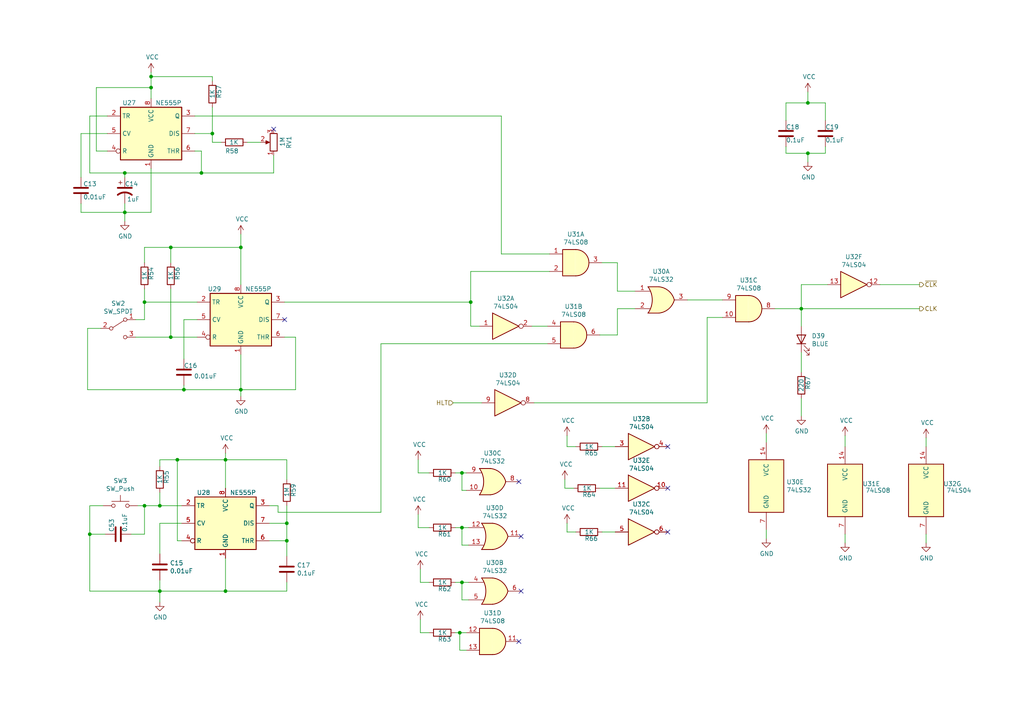
<source format=kicad_sch>
(kicad_sch (version 20230121) (generator eeschema)

  (uuid ec68e8d9-09bd-4518-9dd2-5367bace2fc4)

  (paper "A4")

  (lib_symbols
    (symbol "74xx:74LS04" (in_bom yes) (on_board yes)
      (property "Reference" "U" (at 0 1.27 0)
        (effects (font (size 1.27 1.27)))
      )
      (property "Value" "74LS04" (at 0 -1.27 0)
        (effects (font (size 1.27 1.27)))
      )
      (property "Footprint" "" (at 0 0 0)
        (effects (font (size 1.27 1.27)) hide)
      )
      (property "Datasheet" "http://www.ti.com/lit/gpn/sn74LS04" (at 0 0 0)
        (effects (font (size 1.27 1.27)) hide)
      )
      (property "ki_locked" "" (at 0 0 0)
        (effects (font (size 1.27 1.27)))
      )
      (property "ki_keywords" "TTL not inv" (at 0 0 0)
        (effects (font (size 1.27 1.27)) hide)
      )
      (property "ki_description" "Hex Inverter" (at 0 0 0)
        (effects (font (size 1.27 1.27)) hide)
      )
      (property "ki_fp_filters" "DIP*W7.62mm* SSOP?14* TSSOP?14*" (at 0 0 0)
        (effects (font (size 1.27 1.27)) hide)
      )
      (symbol "74LS04_1_0"
        (polyline
          (pts
            (xy -3.81 3.81)
            (xy -3.81 -3.81)
            (xy 3.81 0)
            (xy -3.81 3.81)
          )
          (stroke (width 0.254) (type default))
          (fill (type background))
        )
        (pin input line (at -7.62 0 0) (length 3.81)
          (name "~" (effects (font (size 1.27 1.27))))
          (number "1" (effects (font (size 1.27 1.27))))
        )
        (pin output inverted (at 7.62 0 180) (length 3.81)
          (name "~" (effects (font (size 1.27 1.27))))
          (number "2" (effects (font (size 1.27 1.27))))
        )
      )
      (symbol "74LS04_2_0"
        (polyline
          (pts
            (xy -3.81 3.81)
            (xy -3.81 -3.81)
            (xy 3.81 0)
            (xy -3.81 3.81)
          )
          (stroke (width 0.254) (type default))
          (fill (type background))
        )
        (pin input line (at -7.62 0 0) (length 3.81)
          (name "~" (effects (font (size 1.27 1.27))))
          (number "3" (effects (font (size 1.27 1.27))))
        )
        (pin output inverted (at 7.62 0 180) (length 3.81)
          (name "~" (effects (font (size 1.27 1.27))))
          (number "4" (effects (font (size 1.27 1.27))))
        )
      )
      (symbol "74LS04_3_0"
        (polyline
          (pts
            (xy -3.81 3.81)
            (xy -3.81 -3.81)
            (xy 3.81 0)
            (xy -3.81 3.81)
          )
          (stroke (width 0.254) (type default))
          (fill (type background))
        )
        (pin input line (at -7.62 0 0) (length 3.81)
          (name "~" (effects (font (size 1.27 1.27))))
          (number "5" (effects (font (size 1.27 1.27))))
        )
        (pin output inverted (at 7.62 0 180) (length 3.81)
          (name "~" (effects (font (size 1.27 1.27))))
          (number "6" (effects (font (size 1.27 1.27))))
        )
      )
      (symbol "74LS04_4_0"
        (polyline
          (pts
            (xy -3.81 3.81)
            (xy -3.81 -3.81)
            (xy 3.81 0)
            (xy -3.81 3.81)
          )
          (stroke (width 0.254) (type default))
          (fill (type background))
        )
        (pin output inverted (at 7.62 0 180) (length 3.81)
          (name "~" (effects (font (size 1.27 1.27))))
          (number "8" (effects (font (size 1.27 1.27))))
        )
        (pin input line (at -7.62 0 0) (length 3.81)
          (name "~" (effects (font (size 1.27 1.27))))
          (number "9" (effects (font (size 1.27 1.27))))
        )
      )
      (symbol "74LS04_5_0"
        (polyline
          (pts
            (xy -3.81 3.81)
            (xy -3.81 -3.81)
            (xy 3.81 0)
            (xy -3.81 3.81)
          )
          (stroke (width 0.254) (type default))
          (fill (type background))
        )
        (pin output inverted (at 7.62 0 180) (length 3.81)
          (name "~" (effects (font (size 1.27 1.27))))
          (number "10" (effects (font (size 1.27 1.27))))
        )
        (pin input line (at -7.62 0 0) (length 3.81)
          (name "~" (effects (font (size 1.27 1.27))))
          (number "11" (effects (font (size 1.27 1.27))))
        )
      )
      (symbol "74LS04_6_0"
        (polyline
          (pts
            (xy -3.81 3.81)
            (xy -3.81 -3.81)
            (xy 3.81 0)
            (xy -3.81 3.81)
          )
          (stroke (width 0.254) (type default))
          (fill (type background))
        )
        (pin output inverted (at 7.62 0 180) (length 3.81)
          (name "~" (effects (font (size 1.27 1.27))))
          (number "12" (effects (font (size 1.27 1.27))))
        )
        (pin input line (at -7.62 0 0) (length 3.81)
          (name "~" (effects (font (size 1.27 1.27))))
          (number "13" (effects (font (size 1.27 1.27))))
        )
      )
      (symbol "74LS04_7_0"
        (pin power_in line (at 0 12.7 270) (length 5.08)
          (name "VCC" (effects (font (size 1.27 1.27))))
          (number "14" (effects (font (size 1.27 1.27))))
        )
        (pin power_in line (at 0 -12.7 90) (length 5.08)
          (name "GND" (effects (font (size 1.27 1.27))))
          (number "7" (effects (font (size 1.27 1.27))))
        )
      )
      (symbol "74LS04_7_1"
        (rectangle (start -5.08 7.62) (end 5.08 -7.62)
          (stroke (width 0.254) (type default))
          (fill (type background))
        )
      )
    )
    (symbol "74xx:74LS08" (pin_names (offset 1.016)) (in_bom yes) (on_board yes)
      (property "Reference" "U" (at 0 1.27 0)
        (effects (font (size 1.27 1.27)))
      )
      (property "Value" "74LS08" (at 0 -1.27 0)
        (effects (font (size 1.27 1.27)))
      )
      (property "Footprint" "" (at 0 0 0)
        (effects (font (size 1.27 1.27)) hide)
      )
      (property "Datasheet" "http://www.ti.com/lit/gpn/sn74LS08" (at 0 0 0)
        (effects (font (size 1.27 1.27)) hide)
      )
      (property "ki_locked" "" (at 0 0 0)
        (effects (font (size 1.27 1.27)))
      )
      (property "ki_keywords" "TTL and2" (at 0 0 0)
        (effects (font (size 1.27 1.27)) hide)
      )
      (property "ki_description" "Quad And2" (at 0 0 0)
        (effects (font (size 1.27 1.27)) hide)
      )
      (property "ki_fp_filters" "DIP*W7.62mm*" (at 0 0 0)
        (effects (font (size 1.27 1.27)) hide)
      )
      (symbol "74LS08_1_1"
        (arc (start 0 -3.81) (mid 3.7934 0) (end 0 3.81)
          (stroke (width 0.254) (type default))
          (fill (type background))
        )
        (polyline
          (pts
            (xy 0 3.81)
            (xy -3.81 3.81)
            (xy -3.81 -3.81)
            (xy 0 -3.81)
          )
          (stroke (width 0.254) (type default))
          (fill (type background))
        )
        (pin input line (at -7.62 2.54 0) (length 3.81)
          (name "~" (effects (font (size 1.27 1.27))))
          (number "1" (effects (font (size 1.27 1.27))))
        )
        (pin input line (at -7.62 -2.54 0) (length 3.81)
          (name "~" (effects (font (size 1.27 1.27))))
          (number "2" (effects (font (size 1.27 1.27))))
        )
        (pin output line (at 7.62 0 180) (length 3.81)
          (name "~" (effects (font (size 1.27 1.27))))
          (number "3" (effects (font (size 1.27 1.27))))
        )
      )
      (symbol "74LS08_1_2"
        (arc (start -3.81 -3.81) (mid -2.589 0) (end -3.81 3.81)
          (stroke (width 0.254) (type default))
          (fill (type none))
        )
        (arc (start -0.6096 -3.81) (mid 2.1842 -2.5851) (end 3.81 0)
          (stroke (width 0.254) (type default))
          (fill (type background))
        )
        (polyline
          (pts
            (xy -3.81 -3.81)
            (xy -0.635 -3.81)
          )
          (stroke (width 0.254) (type default))
          (fill (type background))
        )
        (polyline
          (pts
            (xy -3.81 3.81)
            (xy -0.635 3.81)
          )
          (stroke (width 0.254) (type default))
          (fill (type background))
        )
        (polyline
          (pts
            (xy -0.635 3.81)
            (xy -3.81 3.81)
            (xy -3.81 3.81)
            (xy -3.556 3.4036)
            (xy -3.0226 2.2606)
            (xy -2.6924 1.0414)
            (xy -2.6162 -0.254)
            (xy -2.7686 -1.4986)
            (xy -3.175 -2.7178)
            (xy -3.81 -3.81)
            (xy -3.81 -3.81)
            (xy -0.635 -3.81)
          )
          (stroke (width -25.4) (type default))
          (fill (type background))
        )
        (arc (start 3.81 0) (mid 2.1915 2.5936) (end -0.6096 3.81)
          (stroke (width 0.254) (type default))
          (fill (type background))
        )
        (pin input inverted (at -7.62 2.54 0) (length 4.318)
          (name "~" (effects (font (size 1.27 1.27))))
          (number "1" (effects (font (size 1.27 1.27))))
        )
        (pin input inverted (at -7.62 -2.54 0) (length 4.318)
          (name "~" (effects (font (size 1.27 1.27))))
          (number "2" (effects (font (size 1.27 1.27))))
        )
        (pin output inverted (at 7.62 0 180) (length 3.81)
          (name "~" (effects (font (size 1.27 1.27))))
          (number "3" (effects (font (size 1.27 1.27))))
        )
      )
      (symbol "74LS08_2_1"
        (arc (start 0 -3.81) (mid 3.7934 0) (end 0 3.81)
          (stroke (width 0.254) (type default))
          (fill (type background))
        )
        (polyline
          (pts
            (xy 0 3.81)
            (xy -3.81 3.81)
            (xy -3.81 -3.81)
            (xy 0 -3.81)
          )
          (stroke (width 0.254) (type default))
          (fill (type background))
        )
        (pin input line (at -7.62 2.54 0) (length 3.81)
          (name "~" (effects (font (size 1.27 1.27))))
          (number "4" (effects (font (size 1.27 1.27))))
        )
        (pin input line (at -7.62 -2.54 0) (length 3.81)
          (name "~" (effects (font (size 1.27 1.27))))
          (number "5" (effects (font (size 1.27 1.27))))
        )
        (pin output line (at 7.62 0 180) (length 3.81)
          (name "~" (effects (font (size 1.27 1.27))))
          (number "6" (effects (font (size 1.27 1.27))))
        )
      )
      (symbol "74LS08_2_2"
        (arc (start -3.81 -3.81) (mid -2.589 0) (end -3.81 3.81)
          (stroke (width 0.254) (type default))
          (fill (type none))
        )
        (arc (start -0.6096 -3.81) (mid 2.1842 -2.5851) (end 3.81 0)
          (stroke (width 0.254) (type default))
          (fill (type background))
        )
        (polyline
          (pts
            (xy -3.81 -3.81)
            (xy -0.635 -3.81)
          )
          (stroke (width 0.254) (type default))
          (fill (type background))
        )
        (polyline
          (pts
            (xy -3.81 3.81)
            (xy -0.635 3.81)
          )
          (stroke (width 0.254) (type default))
          (fill (type background))
        )
        (polyline
          (pts
            (xy -0.635 3.81)
            (xy -3.81 3.81)
            (xy -3.81 3.81)
            (xy -3.556 3.4036)
            (xy -3.0226 2.2606)
            (xy -2.6924 1.0414)
            (xy -2.6162 -0.254)
            (xy -2.7686 -1.4986)
            (xy -3.175 -2.7178)
            (xy -3.81 -3.81)
            (xy -3.81 -3.81)
            (xy -0.635 -3.81)
          )
          (stroke (width -25.4) (type default))
          (fill (type background))
        )
        (arc (start 3.81 0) (mid 2.1915 2.5936) (end -0.6096 3.81)
          (stroke (width 0.254) (type default))
          (fill (type background))
        )
        (pin input inverted (at -7.62 2.54 0) (length 4.318)
          (name "~" (effects (font (size 1.27 1.27))))
          (number "4" (effects (font (size 1.27 1.27))))
        )
        (pin input inverted (at -7.62 -2.54 0) (length 4.318)
          (name "~" (effects (font (size 1.27 1.27))))
          (number "5" (effects (font (size 1.27 1.27))))
        )
        (pin output inverted (at 7.62 0 180) (length 3.81)
          (name "~" (effects (font (size 1.27 1.27))))
          (number "6" (effects (font (size 1.27 1.27))))
        )
      )
      (symbol "74LS08_3_1"
        (arc (start 0 -3.81) (mid 3.7934 0) (end 0 3.81)
          (stroke (width 0.254) (type default))
          (fill (type background))
        )
        (polyline
          (pts
            (xy 0 3.81)
            (xy -3.81 3.81)
            (xy -3.81 -3.81)
            (xy 0 -3.81)
          )
          (stroke (width 0.254) (type default))
          (fill (type background))
        )
        (pin input line (at -7.62 -2.54 0) (length 3.81)
          (name "~" (effects (font (size 1.27 1.27))))
          (number "10" (effects (font (size 1.27 1.27))))
        )
        (pin output line (at 7.62 0 180) (length 3.81)
          (name "~" (effects (font (size 1.27 1.27))))
          (number "8" (effects (font (size 1.27 1.27))))
        )
        (pin input line (at -7.62 2.54 0) (length 3.81)
          (name "~" (effects (font (size 1.27 1.27))))
          (number "9" (effects (font (size 1.27 1.27))))
        )
      )
      (symbol "74LS08_3_2"
        (arc (start -3.81 -3.81) (mid -2.589 0) (end -3.81 3.81)
          (stroke (width 0.254) (type default))
          (fill (type none))
        )
        (arc (start -0.6096 -3.81) (mid 2.1842 -2.5851) (end 3.81 0)
          (stroke (width 0.254) (type default))
          (fill (type background))
        )
        (polyline
          (pts
            (xy -3.81 -3.81)
            (xy -0.635 -3.81)
          )
          (stroke (width 0.254) (type default))
          (fill (type background))
        )
        (polyline
          (pts
            (xy -3.81 3.81)
            (xy -0.635 3.81)
          )
          (stroke (width 0.254) (type default))
          (fill (type background))
        )
        (polyline
          (pts
            (xy -0.635 3.81)
            (xy -3.81 3.81)
            (xy -3.81 3.81)
            (xy -3.556 3.4036)
            (xy -3.0226 2.2606)
            (xy -2.6924 1.0414)
            (xy -2.6162 -0.254)
            (xy -2.7686 -1.4986)
            (xy -3.175 -2.7178)
            (xy -3.81 -3.81)
            (xy -3.81 -3.81)
            (xy -0.635 -3.81)
          )
          (stroke (width -25.4) (type default))
          (fill (type background))
        )
        (arc (start 3.81 0) (mid 2.1915 2.5936) (end -0.6096 3.81)
          (stroke (width 0.254) (type default))
          (fill (type background))
        )
        (pin input inverted (at -7.62 -2.54 0) (length 4.318)
          (name "~" (effects (font (size 1.27 1.27))))
          (number "10" (effects (font (size 1.27 1.27))))
        )
        (pin output inverted (at 7.62 0 180) (length 3.81)
          (name "~" (effects (font (size 1.27 1.27))))
          (number "8" (effects (font (size 1.27 1.27))))
        )
        (pin input inverted (at -7.62 2.54 0) (length 4.318)
          (name "~" (effects (font (size 1.27 1.27))))
          (number "9" (effects (font (size 1.27 1.27))))
        )
      )
      (symbol "74LS08_4_1"
        (arc (start 0 -3.81) (mid 3.7934 0) (end 0 3.81)
          (stroke (width 0.254) (type default))
          (fill (type background))
        )
        (polyline
          (pts
            (xy 0 3.81)
            (xy -3.81 3.81)
            (xy -3.81 -3.81)
            (xy 0 -3.81)
          )
          (stroke (width 0.254) (type default))
          (fill (type background))
        )
        (pin output line (at 7.62 0 180) (length 3.81)
          (name "~" (effects (font (size 1.27 1.27))))
          (number "11" (effects (font (size 1.27 1.27))))
        )
        (pin input line (at -7.62 2.54 0) (length 3.81)
          (name "~" (effects (font (size 1.27 1.27))))
          (number "12" (effects (font (size 1.27 1.27))))
        )
        (pin input line (at -7.62 -2.54 0) (length 3.81)
          (name "~" (effects (font (size 1.27 1.27))))
          (number "13" (effects (font (size 1.27 1.27))))
        )
      )
      (symbol "74LS08_4_2"
        (arc (start -3.81 -3.81) (mid -2.589 0) (end -3.81 3.81)
          (stroke (width 0.254) (type default))
          (fill (type none))
        )
        (arc (start -0.6096 -3.81) (mid 2.1842 -2.5851) (end 3.81 0)
          (stroke (width 0.254) (type default))
          (fill (type background))
        )
        (polyline
          (pts
            (xy -3.81 -3.81)
            (xy -0.635 -3.81)
          )
          (stroke (width 0.254) (type default))
          (fill (type background))
        )
        (polyline
          (pts
            (xy -3.81 3.81)
            (xy -0.635 3.81)
          )
          (stroke (width 0.254) (type default))
          (fill (type background))
        )
        (polyline
          (pts
            (xy -0.635 3.81)
            (xy -3.81 3.81)
            (xy -3.81 3.81)
            (xy -3.556 3.4036)
            (xy -3.0226 2.2606)
            (xy -2.6924 1.0414)
            (xy -2.6162 -0.254)
            (xy -2.7686 -1.4986)
            (xy -3.175 -2.7178)
            (xy -3.81 -3.81)
            (xy -3.81 -3.81)
            (xy -0.635 -3.81)
          )
          (stroke (width -25.4) (type default))
          (fill (type background))
        )
        (arc (start 3.81 0) (mid 2.1915 2.5936) (end -0.6096 3.81)
          (stroke (width 0.254) (type default))
          (fill (type background))
        )
        (pin output inverted (at 7.62 0 180) (length 3.81)
          (name "~" (effects (font (size 1.27 1.27))))
          (number "11" (effects (font (size 1.27 1.27))))
        )
        (pin input inverted (at -7.62 2.54 0) (length 4.318)
          (name "~" (effects (font (size 1.27 1.27))))
          (number "12" (effects (font (size 1.27 1.27))))
        )
        (pin input inverted (at -7.62 -2.54 0) (length 4.318)
          (name "~" (effects (font (size 1.27 1.27))))
          (number "13" (effects (font (size 1.27 1.27))))
        )
      )
      (symbol "74LS08_5_0"
        (pin power_in line (at 0 12.7 270) (length 5.08)
          (name "VCC" (effects (font (size 1.27 1.27))))
          (number "14" (effects (font (size 1.27 1.27))))
        )
        (pin power_in line (at 0 -12.7 90) (length 5.08)
          (name "GND" (effects (font (size 1.27 1.27))))
          (number "7" (effects (font (size 1.27 1.27))))
        )
      )
      (symbol "74LS08_5_1"
        (rectangle (start -5.08 7.62) (end 5.08 -7.62)
          (stroke (width 0.254) (type default))
          (fill (type background))
        )
      )
    )
    (symbol "74xx:74LS32" (pin_names (offset 1.016)) (in_bom yes) (on_board yes)
      (property "Reference" "U" (at 0 1.27 0)
        (effects (font (size 1.27 1.27)))
      )
      (property "Value" "74LS32" (at 0 -1.27 0)
        (effects (font (size 1.27 1.27)))
      )
      (property "Footprint" "" (at 0 0 0)
        (effects (font (size 1.27 1.27)) hide)
      )
      (property "Datasheet" "http://www.ti.com/lit/gpn/sn74LS32" (at 0 0 0)
        (effects (font (size 1.27 1.27)) hide)
      )
      (property "ki_locked" "" (at 0 0 0)
        (effects (font (size 1.27 1.27)))
      )
      (property "ki_keywords" "TTL Or2" (at 0 0 0)
        (effects (font (size 1.27 1.27)) hide)
      )
      (property "ki_description" "Quad 2-input OR" (at 0 0 0)
        (effects (font (size 1.27 1.27)) hide)
      )
      (property "ki_fp_filters" "DIP?14*" (at 0 0 0)
        (effects (font (size 1.27 1.27)) hide)
      )
      (symbol "74LS32_1_1"
        (arc (start -3.81 -3.81) (mid -2.589 0) (end -3.81 3.81)
          (stroke (width 0.254) (type default))
          (fill (type none))
        )
        (arc (start -0.6096 -3.81) (mid 2.1842 -2.5851) (end 3.81 0)
          (stroke (width 0.254) (type default))
          (fill (type background))
        )
        (polyline
          (pts
            (xy -3.81 -3.81)
            (xy -0.635 -3.81)
          )
          (stroke (width 0.254) (type default))
          (fill (type background))
        )
        (polyline
          (pts
            (xy -3.81 3.81)
            (xy -0.635 3.81)
          )
          (stroke (width 0.254) (type default))
          (fill (type background))
        )
        (polyline
          (pts
            (xy -0.635 3.81)
            (xy -3.81 3.81)
            (xy -3.81 3.81)
            (xy -3.556 3.4036)
            (xy -3.0226 2.2606)
            (xy -2.6924 1.0414)
            (xy -2.6162 -0.254)
            (xy -2.7686 -1.4986)
            (xy -3.175 -2.7178)
            (xy -3.81 -3.81)
            (xy -3.81 -3.81)
            (xy -0.635 -3.81)
          )
          (stroke (width -25.4) (type default))
          (fill (type background))
        )
        (arc (start 3.81 0) (mid 2.1915 2.5936) (end -0.6096 3.81)
          (stroke (width 0.254) (type default))
          (fill (type background))
        )
        (pin input line (at -7.62 2.54 0) (length 4.318)
          (name "~" (effects (font (size 1.27 1.27))))
          (number "1" (effects (font (size 1.27 1.27))))
        )
        (pin input line (at -7.62 -2.54 0) (length 4.318)
          (name "~" (effects (font (size 1.27 1.27))))
          (number "2" (effects (font (size 1.27 1.27))))
        )
        (pin output line (at 7.62 0 180) (length 3.81)
          (name "~" (effects (font (size 1.27 1.27))))
          (number "3" (effects (font (size 1.27 1.27))))
        )
      )
      (symbol "74LS32_1_2"
        (arc (start 0 -3.81) (mid 3.7934 0) (end 0 3.81)
          (stroke (width 0.254) (type default))
          (fill (type background))
        )
        (polyline
          (pts
            (xy 0 3.81)
            (xy -3.81 3.81)
            (xy -3.81 -3.81)
            (xy 0 -3.81)
          )
          (stroke (width 0.254) (type default))
          (fill (type background))
        )
        (pin input inverted (at -7.62 2.54 0) (length 3.81)
          (name "~" (effects (font (size 1.27 1.27))))
          (number "1" (effects (font (size 1.27 1.27))))
        )
        (pin input inverted (at -7.62 -2.54 0) (length 3.81)
          (name "~" (effects (font (size 1.27 1.27))))
          (number "2" (effects (font (size 1.27 1.27))))
        )
        (pin output inverted (at 7.62 0 180) (length 3.81)
          (name "~" (effects (font (size 1.27 1.27))))
          (number "3" (effects (font (size 1.27 1.27))))
        )
      )
      (symbol "74LS32_2_1"
        (arc (start -3.81 -3.81) (mid -2.589 0) (end -3.81 3.81)
          (stroke (width 0.254) (type default))
          (fill (type none))
        )
        (arc (start -0.6096 -3.81) (mid 2.1842 -2.5851) (end 3.81 0)
          (stroke (width 0.254) (type default))
          (fill (type background))
        )
        (polyline
          (pts
            (xy -3.81 -3.81)
            (xy -0.635 -3.81)
          )
          (stroke (width 0.254) (type default))
          (fill (type background))
        )
        (polyline
          (pts
            (xy -3.81 3.81)
            (xy -0.635 3.81)
          )
          (stroke (width 0.254) (type default))
          (fill (type background))
        )
        (polyline
          (pts
            (xy -0.635 3.81)
            (xy -3.81 3.81)
            (xy -3.81 3.81)
            (xy -3.556 3.4036)
            (xy -3.0226 2.2606)
            (xy -2.6924 1.0414)
            (xy -2.6162 -0.254)
            (xy -2.7686 -1.4986)
            (xy -3.175 -2.7178)
            (xy -3.81 -3.81)
            (xy -3.81 -3.81)
            (xy -0.635 -3.81)
          )
          (stroke (width -25.4) (type default))
          (fill (type background))
        )
        (arc (start 3.81 0) (mid 2.1915 2.5936) (end -0.6096 3.81)
          (stroke (width 0.254) (type default))
          (fill (type background))
        )
        (pin input line (at -7.62 2.54 0) (length 4.318)
          (name "~" (effects (font (size 1.27 1.27))))
          (number "4" (effects (font (size 1.27 1.27))))
        )
        (pin input line (at -7.62 -2.54 0) (length 4.318)
          (name "~" (effects (font (size 1.27 1.27))))
          (number "5" (effects (font (size 1.27 1.27))))
        )
        (pin output line (at 7.62 0 180) (length 3.81)
          (name "~" (effects (font (size 1.27 1.27))))
          (number "6" (effects (font (size 1.27 1.27))))
        )
      )
      (symbol "74LS32_2_2"
        (arc (start 0 -3.81) (mid 3.7934 0) (end 0 3.81)
          (stroke (width 0.254) (type default))
          (fill (type background))
        )
        (polyline
          (pts
            (xy 0 3.81)
            (xy -3.81 3.81)
            (xy -3.81 -3.81)
            (xy 0 -3.81)
          )
          (stroke (width 0.254) (type default))
          (fill (type background))
        )
        (pin input inverted (at -7.62 2.54 0) (length 3.81)
          (name "~" (effects (font (size 1.27 1.27))))
          (number "4" (effects (font (size 1.27 1.27))))
        )
        (pin input inverted (at -7.62 -2.54 0) (length 3.81)
          (name "~" (effects (font (size 1.27 1.27))))
          (number "5" (effects (font (size 1.27 1.27))))
        )
        (pin output inverted (at 7.62 0 180) (length 3.81)
          (name "~" (effects (font (size 1.27 1.27))))
          (number "6" (effects (font (size 1.27 1.27))))
        )
      )
      (symbol "74LS32_3_1"
        (arc (start -3.81 -3.81) (mid -2.589 0) (end -3.81 3.81)
          (stroke (width 0.254) (type default))
          (fill (type none))
        )
        (arc (start -0.6096 -3.81) (mid 2.1842 -2.5851) (end 3.81 0)
          (stroke (width 0.254) (type default))
          (fill (type background))
        )
        (polyline
          (pts
            (xy -3.81 -3.81)
            (xy -0.635 -3.81)
          )
          (stroke (width 0.254) (type default))
          (fill (type background))
        )
        (polyline
          (pts
            (xy -3.81 3.81)
            (xy -0.635 3.81)
          )
          (stroke (width 0.254) (type default))
          (fill (type background))
        )
        (polyline
          (pts
            (xy -0.635 3.81)
            (xy -3.81 3.81)
            (xy -3.81 3.81)
            (xy -3.556 3.4036)
            (xy -3.0226 2.2606)
            (xy -2.6924 1.0414)
            (xy -2.6162 -0.254)
            (xy -2.7686 -1.4986)
            (xy -3.175 -2.7178)
            (xy -3.81 -3.81)
            (xy -3.81 -3.81)
            (xy -0.635 -3.81)
          )
          (stroke (width -25.4) (type default))
          (fill (type background))
        )
        (arc (start 3.81 0) (mid 2.1915 2.5936) (end -0.6096 3.81)
          (stroke (width 0.254) (type default))
          (fill (type background))
        )
        (pin input line (at -7.62 -2.54 0) (length 4.318)
          (name "~" (effects (font (size 1.27 1.27))))
          (number "10" (effects (font (size 1.27 1.27))))
        )
        (pin output line (at 7.62 0 180) (length 3.81)
          (name "~" (effects (font (size 1.27 1.27))))
          (number "8" (effects (font (size 1.27 1.27))))
        )
        (pin input line (at -7.62 2.54 0) (length 4.318)
          (name "~" (effects (font (size 1.27 1.27))))
          (number "9" (effects (font (size 1.27 1.27))))
        )
      )
      (symbol "74LS32_3_2"
        (arc (start 0 -3.81) (mid 3.7934 0) (end 0 3.81)
          (stroke (width 0.254) (type default))
          (fill (type background))
        )
        (polyline
          (pts
            (xy 0 3.81)
            (xy -3.81 3.81)
            (xy -3.81 -3.81)
            (xy 0 -3.81)
          )
          (stroke (width 0.254) (type default))
          (fill (type background))
        )
        (pin input inverted (at -7.62 -2.54 0) (length 3.81)
          (name "~" (effects (font (size 1.27 1.27))))
          (number "10" (effects (font (size 1.27 1.27))))
        )
        (pin output inverted (at 7.62 0 180) (length 3.81)
          (name "~" (effects (font (size 1.27 1.27))))
          (number "8" (effects (font (size 1.27 1.27))))
        )
        (pin input inverted (at -7.62 2.54 0) (length 3.81)
          (name "~" (effects (font (size 1.27 1.27))))
          (number "9" (effects (font (size 1.27 1.27))))
        )
      )
      (symbol "74LS32_4_1"
        (arc (start -3.81 -3.81) (mid -2.589 0) (end -3.81 3.81)
          (stroke (width 0.254) (type default))
          (fill (type none))
        )
        (arc (start -0.6096 -3.81) (mid 2.1842 -2.5851) (end 3.81 0)
          (stroke (width 0.254) (type default))
          (fill (type background))
        )
        (polyline
          (pts
            (xy -3.81 -3.81)
            (xy -0.635 -3.81)
          )
          (stroke (width 0.254) (type default))
          (fill (type background))
        )
        (polyline
          (pts
            (xy -3.81 3.81)
            (xy -0.635 3.81)
          )
          (stroke (width 0.254) (type default))
          (fill (type background))
        )
        (polyline
          (pts
            (xy -0.635 3.81)
            (xy -3.81 3.81)
            (xy -3.81 3.81)
            (xy -3.556 3.4036)
            (xy -3.0226 2.2606)
            (xy -2.6924 1.0414)
            (xy -2.6162 -0.254)
            (xy -2.7686 -1.4986)
            (xy -3.175 -2.7178)
            (xy -3.81 -3.81)
            (xy -3.81 -3.81)
            (xy -0.635 -3.81)
          )
          (stroke (width -25.4) (type default))
          (fill (type background))
        )
        (arc (start 3.81 0) (mid 2.1915 2.5936) (end -0.6096 3.81)
          (stroke (width 0.254) (type default))
          (fill (type background))
        )
        (pin output line (at 7.62 0 180) (length 3.81)
          (name "~" (effects (font (size 1.27 1.27))))
          (number "11" (effects (font (size 1.27 1.27))))
        )
        (pin input line (at -7.62 2.54 0) (length 4.318)
          (name "~" (effects (font (size 1.27 1.27))))
          (number "12" (effects (font (size 1.27 1.27))))
        )
        (pin input line (at -7.62 -2.54 0) (length 4.318)
          (name "~" (effects (font (size 1.27 1.27))))
          (number "13" (effects (font (size 1.27 1.27))))
        )
      )
      (symbol "74LS32_4_2"
        (arc (start 0 -3.81) (mid 3.7934 0) (end 0 3.81)
          (stroke (width 0.254) (type default))
          (fill (type background))
        )
        (polyline
          (pts
            (xy 0 3.81)
            (xy -3.81 3.81)
            (xy -3.81 -3.81)
            (xy 0 -3.81)
          )
          (stroke (width 0.254) (type default))
          (fill (type background))
        )
        (pin output inverted (at 7.62 0 180) (length 3.81)
          (name "~" (effects (font (size 1.27 1.27))))
          (number "11" (effects (font (size 1.27 1.27))))
        )
        (pin input inverted (at -7.62 2.54 0) (length 3.81)
          (name "~" (effects (font (size 1.27 1.27))))
          (number "12" (effects (font (size 1.27 1.27))))
        )
        (pin input inverted (at -7.62 -2.54 0) (length 3.81)
          (name "~" (effects (font (size 1.27 1.27))))
          (number "13" (effects (font (size 1.27 1.27))))
        )
      )
      (symbol "74LS32_5_0"
        (pin power_in line (at 0 12.7 270) (length 5.08)
          (name "VCC" (effects (font (size 1.27 1.27))))
          (number "14" (effects (font (size 1.27 1.27))))
        )
        (pin power_in line (at 0 -12.7 90) (length 5.08)
          (name "GND" (effects (font (size 1.27 1.27))))
          (number "7" (effects (font (size 1.27 1.27))))
        )
      )
      (symbol "74LS32_5_1"
        (rectangle (start -5.08 7.62) (end 5.08 -7.62)
          (stroke (width 0.254) (type default))
          (fill (type background))
        )
      )
    )
    (symbol "8 Bit Computer-rescue:CP1-Device" (pin_numbers hide) (pin_names (offset 0.254) hide) (in_bom yes) (on_board yes)
      (property "Reference" "C" (at 0.635 2.54 0)
        (effects (font (size 1.27 1.27)) (justify left))
      )
      (property "Value" "Device_CP1" (at 0.635 -2.54 0)
        (effects (font (size 1.27 1.27)) (justify left))
      )
      (property "Footprint" "" (at 0 0 0)
        (effects (font (size 1.27 1.27)) hide)
      )
      (property "Datasheet" "" (at 0 0 0)
        (effects (font (size 1.27 1.27)) hide)
      )
      (property "ki_fp_filters" "CP_*" (at 0 0 0)
        (effects (font (size 1.27 1.27)) hide)
      )
      (symbol "CP1-Device_0_1"
        (polyline
          (pts
            (xy -2.032 0.762)
            (xy 2.032 0.762)
          )
          (stroke (width 0.508) (type solid))
          (fill (type none))
        )
        (polyline
          (pts
            (xy -1.778 2.286)
            (xy -0.762 2.286)
          )
          (stroke (width 0) (type solid))
          (fill (type none))
        )
        (polyline
          (pts
            (xy -1.27 1.778)
            (xy -1.27 2.794)
          )
          (stroke (width 0) (type solid))
          (fill (type none))
        )
        (arc (start 2.032 -1.27) (mid 0 -0.5572) (end -2.032 -1.27)
          (stroke (width 0.508) (type solid))
          (fill (type none))
        )
      )
      (symbol "CP1-Device_1_1"
        (pin passive line (at 0 3.81 270) (length 2.794)
          (name "~" (effects (font (size 1.27 1.27))))
          (number "1" (effects (font (size 1.27 1.27))))
        )
        (pin passive line (at 0 -3.81 90) (length 3.302)
          (name "~" (effects (font (size 1.27 1.27))))
          (number "2" (effects (font (size 1.27 1.27))))
        )
      )
    )
    (symbol "8 Bit Computer-rescue:R_POT-Device" (pin_names (offset 1.016) hide) (in_bom yes) (on_board yes)
      (property "Reference" "RV" (at -4.445 0 90)
        (effects (font (size 1.27 1.27)))
      )
      (property "Value" "Device_R_POT" (at -2.54 0 90)
        (effects (font (size 1.27 1.27)))
      )
      (property "Footprint" "" (at 0 0 0)
        (effects (font (size 1.27 1.27)) hide)
      )
      (property "Datasheet" "" (at 0 0 0)
        (effects (font (size 1.27 1.27)) hide)
      )
      (property "ki_fp_filters" "Potentiometer*" (at 0 0 0)
        (effects (font (size 1.27 1.27)) hide)
      )
      (symbol "R_POT-Device_0_1"
        (polyline
          (pts
            (xy 2.54 0)
            (xy 1.524 0)
          )
          (stroke (width 0) (type solid))
          (fill (type none))
        )
        (polyline
          (pts
            (xy 1.143 0)
            (xy 2.286 0.508)
            (xy 2.286 -0.508)
            (xy 1.143 0)
          )
          (stroke (width 0) (type solid))
          (fill (type outline))
        )
        (rectangle (start 1.016 2.54) (end -1.016 -2.54)
          (stroke (width 0.254) (type solid))
          (fill (type none))
        )
      )
      (symbol "R_POT-Device_1_1"
        (pin passive line (at 0 3.81 270) (length 1.27)
          (name "1" (effects (font (size 1.27 1.27))))
          (number "1" (effects (font (size 1.27 1.27))))
        )
        (pin passive line (at 3.81 0 180) (length 1.27)
          (name "2" (effects (font (size 1.27 1.27))))
          (number "2" (effects (font (size 1.27 1.27))))
        )
        (pin passive line (at 0 -3.81 90) (length 1.27)
          (name "3" (effects (font (size 1.27 1.27))))
          (number "3" (effects (font (size 1.27 1.27))))
        )
      )
    )
    (symbol "Device:C" (pin_numbers hide) (pin_names (offset 0.254)) (in_bom yes) (on_board yes)
      (property "Reference" "C" (at 0.635 2.54 0)
        (effects (font (size 1.27 1.27)) (justify left))
      )
      (property "Value" "C" (at 0.635 -2.54 0)
        (effects (font (size 1.27 1.27)) (justify left))
      )
      (property "Footprint" "" (at 0.9652 -3.81 0)
        (effects (font (size 1.27 1.27)) hide)
      )
      (property "Datasheet" "~" (at 0 0 0)
        (effects (font (size 1.27 1.27)) hide)
      )
      (property "ki_keywords" "cap capacitor" (at 0 0 0)
        (effects (font (size 1.27 1.27)) hide)
      )
      (property "ki_description" "Unpolarized capacitor" (at 0 0 0)
        (effects (font (size 1.27 1.27)) hide)
      )
      (property "ki_fp_filters" "C_*" (at 0 0 0)
        (effects (font (size 1.27 1.27)) hide)
      )
      (symbol "C_0_1"
        (polyline
          (pts
            (xy -2.032 -0.762)
            (xy 2.032 -0.762)
          )
          (stroke (width 0.508) (type default))
          (fill (type none))
        )
        (polyline
          (pts
            (xy -2.032 0.762)
            (xy 2.032 0.762)
          )
          (stroke (width 0.508) (type default))
          (fill (type none))
        )
      )
      (symbol "C_1_1"
        (pin passive line (at 0 3.81 270) (length 2.794)
          (name "~" (effects (font (size 1.27 1.27))))
          (number "1" (effects (font (size 1.27 1.27))))
        )
        (pin passive line (at 0 -3.81 90) (length 2.794)
          (name "~" (effects (font (size 1.27 1.27))))
          (number "2" (effects (font (size 1.27 1.27))))
        )
      )
    )
    (symbol "Device:LED" (pin_numbers hide) (pin_names (offset 1.016) hide) (in_bom yes) (on_board yes)
      (property "Reference" "D" (at 0 2.54 0)
        (effects (font (size 1.27 1.27)))
      )
      (property "Value" "LED" (at 0 -2.54 0)
        (effects (font (size 1.27 1.27)))
      )
      (property "Footprint" "" (at 0 0 0)
        (effects (font (size 1.27 1.27)) hide)
      )
      (property "Datasheet" "~" (at 0 0 0)
        (effects (font (size 1.27 1.27)) hide)
      )
      (property "ki_keywords" "LED diode" (at 0 0 0)
        (effects (font (size 1.27 1.27)) hide)
      )
      (property "ki_description" "Light emitting diode" (at 0 0 0)
        (effects (font (size 1.27 1.27)) hide)
      )
      (property "ki_fp_filters" "LED* LED_SMD:* LED_THT:*" (at 0 0 0)
        (effects (font (size 1.27 1.27)) hide)
      )
      (symbol "LED_0_1"
        (polyline
          (pts
            (xy -1.27 -1.27)
            (xy -1.27 1.27)
          )
          (stroke (width 0.254) (type default))
          (fill (type none))
        )
        (polyline
          (pts
            (xy -1.27 0)
            (xy 1.27 0)
          )
          (stroke (width 0) (type default))
          (fill (type none))
        )
        (polyline
          (pts
            (xy 1.27 -1.27)
            (xy 1.27 1.27)
            (xy -1.27 0)
            (xy 1.27 -1.27)
          )
          (stroke (width 0.254) (type default))
          (fill (type none))
        )
        (polyline
          (pts
            (xy -3.048 -0.762)
            (xy -4.572 -2.286)
            (xy -3.81 -2.286)
            (xy -4.572 -2.286)
            (xy -4.572 -1.524)
          )
          (stroke (width 0) (type default))
          (fill (type none))
        )
        (polyline
          (pts
            (xy -1.778 -0.762)
            (xy -3.302 -2.286)
            (xy -2.54 -2.286)
            (xy -3.302 -2.286)
            (xy -3.302 -1.524)
          )
          (stroke (width 0) (type default))
          (fill (type none))
        )
      )
      (symbol "LED_1_1"
        (pin passive line (at -3.81 0 0) (length 2.54)
          (name "K" (effects (font (size 1.27 1.27))))
          (number "1" (effects (font (size 1.27 1.27))))
        )
        (pin passive line (at 3.81 0 180) (length 2.54)
          (name "A" (effects (font (size 1.27 1.27))))
          (number "2" (effects (font (size 1.27 1.27))))
        )
      )
    )
    (symbol "Device:R" (pin_numbers hide) (pin_names (offset 0)) (in_bom yes) (on_board yes)
      (property "Reference" "R" (at 2.032 0 90)
        (effects (font (size 1.27 1.27)))
      )
      (property "Value" "R" (at 0 0 90)
        (effects (font (size 1.27 1.27)))
      )
      (property "Footprint" "" (at -1.778 0 90)
        (effects (font (size 1.27 1.27)) hide)
      )
      (property "Datasheet" "~" (at 0 0 0)
        (effects (font (size 1.27 1.27)) hide)
      )
      (property "ki_keywords" "R res resistor" (at 0 0 0)
        (effects (font (size 1.27 1.27)) hide)
      )
      (property "ki_description" "Resistor" (at 0 0 0)
        (effects (font (size 1.27 1.27)) hide)
      )
      (property "ki_fp_filters" "R_*" (at 0 0 0)
        (effects (font (size 1.27 1.27)) hide)
      )
      (symbol "R_0_1"
        (rectangle (start -1.016 -2.54) (end 1.016 2.54)
          (stroke (width 0.254) (type default))
          (fill (type none))
        )
      )
      (symbol "R_1_1"
        (pin passive line (at 0 3.81 270) (length 1.27)
          (name "~" (effects (font (size 1.27 1.27))))
          (number "1" (effects (font (size 1.27 1.27))))
        )
        (pin passive line (at 0 -3.81 90) (length 1.27)
          (name "~" (effects (font (size 1.27 1.27))))
          (number "2" (effects (font (size 1.27 1.27))))
        )
      )
    )
    (symbol "Switch:SW_Push" (pin_numbers hide) (pin_names (offset 1.016) hide) (in_bom yes) (on_board yes)
      (property "Reference" "SW" (at 1.27 2.54 0)
        (effects (font (size 1.27 1.27)) (justify left))
      )
      (property "Value" "SW_Push" (at 0 -1.524 0)
        (effects (font (size 1.27 1.27)))
      )
      (property "Footprint" "" (at 0 5.08 0)
        (effects (font (size 1.27 1.27)) hide)
      )
      (property "Datasheet" "~" (at 0 5.08 0)
        (effects (font (size 1.27 1.27)) hide)
      )
      (property "ki_keywords" "switch normally-open pushbutton push-button" (at 0 0 0)
        (effects (font (size 1.27 1.27)) hide)
      )
      (property "ki_description" "Push button switch, generic, two pins" (at 0 0 0)
        (effects (font (size 1.27 1.27)) hide)
      )
      (symbol "SW_Push_0_1"
        (circle (center -2.032 0) (radius 0.508)
          (stroke (width 0) (type default))
          (fill (type none))
        )
        (polyline
          (pts
            (xy 0 1.27)
            (xy 0 3.048)
          )
          (stroke (width 0) (type default))
          (fill (type none))
        )
        (polyline
          (pts
            (xy 2.54 1.27)
            (xy -2.54 1.27)
          )
          (stroke (width 0) (type default))
          (fill (type none))
        )
        (circle (center 2.032 0) (radius 0.508)
          (stroke (width 0) (type default))
          (fill (type none))
        )
        (pin passive line (at -5.08 0 0) (length 2.54)
          (name "1" (effects (font (size 1.27 1.27))))
          (number "1" (effects (font (size 1.27 1.27))))
        )
        (pin passive line (at 5.08 0 180) (length 2.54)
          (name "2" (effects (font (size 1.27 1.27))))
          (number "2" (effects (font (size 1.27 1.27))))
        )
      )
    )
    (symbol "Switch:SW_SPDT" (pin_names (offset 0) hide) (in_bom yes) (on_board yes)
      (property "Reference" "SW" (at 0 4.318 0)
        (effects (font (size 1.27 1.27)))
      )
      (property "Value" "SW_SPDT" (at 0 -5.08 0)
        (effects (font (size 1.27 1.27)))
      )
      (property "Footprint" "" (at 0 0 0)
        (effects (font (size 1.27 1.27)) hide)
      )
      (property "Datasheet" "~" (at 0 0 0)
        (effects (font (size 1.27 1.27)) hide)
      )
      (property "ki_keywords" "switch single-pole double-throw spdt ON-ON" (at 0 0 0)
        (effects (font (size 1.27 1.27)) hide)
      )
      (property "ki_description" "Switch, single pole double throw" (at 0 0 0)
        (effects (font (size 1.27 1.27)) hide)
      )
      (symbol "SW_SPDT_0_0"
        (circle (center -2.032 0) (radius 0.508)
          (stroke (width 0) (type default))
          (fill (type none))
        )
        (circle (center 2.032 -2.54) (radius 0.508)
          (stroke (width 0) (type default))
          (fill (type none))
        )
      )
      (symbol "SW_SPDT_0_1"
        (polyline
          (pts
            (xy -1.524 0.254)
            (xy 1.651 2.286)
          )
          (stroke (width 0) (type default))
          (fill (type none))
        )
        (circle (center 2.032 2.54) (radius 0.508)
          (stroke (width 0) (type default))
          (fill (type none))
        )
      )
      (symbol "SW_SPDT_1_1"
        (pin passive line (at 5.08 2.54 180) (length 2.54)
          (name "A" (effects (font (size 1.27 1.27))))
          (number "1" (effects (font (size 1.27 1.27))))
        )
        (pin passive line (at -5.08 0 0) (length 2.54)
          (name "B" (effects (font (size 1.27 1.27))))
          (number "2" (effects (font (size 1.27 1.27))))
        )
        (pin passive line (at 5.08 -2.54 180) (length 2.54)
          (name "C" (effects (font (size 1.27 1.27))))
          (number "3" (effects (font (size 1.27 1.27))))
        )
      )
    )
    (symbol "Timer:NE555P" (in_bom yes) (on_board yes)
      (property "Reference" "U" (at -10.16 8.89 0)
        (effects (font (size 1.27 1.27)) (justify left))
      )
      (property "Value" "NE555P" (at 2.54 8.89 0)
        (effects (font (size 1.27 1.27)) (justify left))
      )
      (property "Footprint" "Package_DIP:DIP-8_W7.62mm" (at 16.51 -10.16 0)
        (effects (font (size 1.27 1.27)) hide)
      )
      (property "Datasheet" "http://www.ti.com/lit/ds/symlink/ne555.pdf" (at 21.59 -10.16 0)
        (effects (font (size 1.27 1.27)) hide)
      )
      (property "ki_keywords" "single timer 555" (at 0 0 0)
        (effects (font (size 1.27 1.27)) hide)
      )
      (property "ki_description" "Precision Timers, 555 compatible,  PDIP-8" (at 0 0 0)
        (effects (font (size 1.27 1.27)) hide)
      )
      (property "ki_fp_filters" "DIP*W7.62mm*" (at 0 0 0)
        (effects (font (size 1.27 1.27)) hide)
      )
      (symbol "NE555P_0_0"
        (pin power_in line (at 0 -10.16 90) (length 2.54)
          (name "GND" (effects (font (size 1.27 1.27))))
          (number "1" (effects (font (size 1.27 1.27))))
        )
        (pin power_in line (at 0 10.16 270) (length 2.54)
          (name "VCC" (effects (font (size 1.27 1.27))))
          (number "8" (effects (font (size 1.27 1.27))))
        )
      )
      (symbol "NE555P_0_1"
        (rectangle (start -8.89 -7.62) (end 8.89 7.62)
          (stroke (width 0.254) (type default))
          (fill (type background))
        )
        (rectangle (start -8.89 -7.62) (end 8.89 7.62)
          (stroke (width 0.254) (type default))
          (fill (type background))
        )
      )
      (symbol "NE555P_1_1"
        (pin input line (at -12.7 5.08 0) (length 3.81)
          (name "TR" (effects (font (size 1.27 1.27))))
          (number "2" (effects (font (size 1.27 1.27))))
        )
        (pin output line (at 12.7 5.08 180) (length 3.81)
          (name "Q" (effects (font (size 1.27 1.27))))
          (number "3" (effects (font (size 1.27 1.27))))
        )
        (pin input inverted (at -12.7 -5.08 0) (length 3.81)
          (name "R" (effects (font (size 1.27 1.27))))
          (number "4" (effects (font (size 1.27 1.27))))
        )
        (pin input line (at -12.7 0 0) (length 3.81)
          (name "CV" (effects (font (size 1.27 1.27))))
          (number "5" (effects (font (size 1.27 1.27))))
        )
        (pin input line (at 12.7 -5.08 180) (length 3.81)
          (name "THR" (effects (font (size 1.27 1.27))))
          (number "6" (effects (font (size 1.27 1.27))))
        )
        (pin input line (at 12.7 0 180) (length 3.81)
          (name "DIS" (effects (font (size 1.27 1.27))))
          (number "7" (effects (font (size 1.27 1.27))))
        )
      )
    )
    (symbol "power:GND" (power) (pin_names (offset 0)) (in_bom yes) (on_board yes)
      (property "Reference" "#PWR" (at 0 -6.35 0)
        (effects (font (size 1.27 1.27)) hide)
      )
      (property "Value" "GND" (at 0 -3.81 0)
        (effects (font (size 1.27 1.27)))
      )
      (property "Footprint" "" (at 0 0 0)
        (effects (font (size 1.27 1.27)) hide)
      )
      (property "Datasheet" "" (at 0 0 0)
        (effects (font (size 1.27 1.27)) hide)
      )
      (property "ki_keywords" "global power" (at 0 0 0)
        (effects (font (size 1.27 1.27)) hide)
      )
      (property "ki_description" "Power symbol creates a global label with name \"GND\" , ground" (at 0 0 0)
        (effects (font (size 1.27 1.27)) hide)
      )
      (symbol "GND_0_1"
        (polyline
          (pts
            (xy 0 0)
            (xy 0 -1.27)
            (xy 1.27 -1.27)
            (xy 0 -2.54)
            (xy -1.27 -1.27)
            (xy 0 -1.27)
          )
          (stroke (width 0) (type default))
          (fill (type none))
        )
      )
      (symbol "GND_1_1"
        (pin power_in line (at 0 0 270) (length 0) hide
          (name "GND" (effects (font (size 1.27 1.27))))
          (number "1" (effects (font (size 1.27 1.27))))
        )
      )
    )
    (symbol "power:VCC" (power) (pin_names (offset 0)) (in_bom yes) (on_board yes)
      (property "Reference" "#PWR" (at 0 -3.81 0)
        (effects (font (size 1.27 1.27)) hide)
      )
      (property "Value" "VCC" (at 0 3.81 0)
        (effects (font (size 1.27 1.27)))
      )
      (property "Footprint" "" (at 0 0 0)
        (effects (font (size 1.27 1.27)) hide)
      )
      (property "Datasheet" "" (at 0 0 0)
        (effects (font (size 1.27 1.27)) hide)
      )
      (property "ki_keywords" "global power" (at 0 0 0)
        (effects (font (size 1.27 1.27)) hide)
      )
      (property "ki_description" "Power symbol creates a global label with name \"VCC\"" (at 0 0 0)
        (effects (font (size 1.27 1.27)) hide)
      )
      (symbol "VCC_0_1"
        (polyline
          (pts
            (xy -0.762 1.27)
            (xy 0 2.54)
          )
          (stroke (width 0) (type default))
          (fill (type none))
        )
        (polyline
          (pts
            (xy 0 0)
            (xy 0 2.54)
          )
          (stroke (width 0) (type default))
          (fill (type none))
        )
        (polyline
          (pts
            (xy 0 2.54)
            (xy 0.762 1.27)
          )
          (stroke (width 0) (type default))
          (fill (type none))
        )
      )
      (symbol "VCC_1_1"
        (pin power_in line (at 0 0 90) (length 0) hide
          (name "VCC" (effects (font (size 1.27 1.27))))
          (number "1" (effects (font (size 1.27 1.27))))
        )
      )
    )
  )

  (junction (at 234.315 29.845) (diameter 0) (color 0 0 0 0)
    (uuid 01746759-da2b-4ff0-b177-6a58a2bbb961)
  )
  (junction (at 43.815 22.225) (diameter 0) (color 0 0 0 0)
    (uuid 0deb6015-734f-4fb2-ae5e-1f95729b4c80)
  )
  (junction (at 36.195 61.595) (diameter 0) (color 0 0 0 0)
    (uuid 1c60e96e-3823-4eec-aa8c-118972eedb7b)
  )
  (junction (at 46.355 171.45) (diameter 0) (color 0 0 0 0)
    (uuid 25d33cc3-a0a1-4b3a-82e4-2ef03f482f5d)
  )
  (junction (at 133.985 168.91) (diameter 0) (color 0 0 0 0)
    (uuid 26acc45b-5d47-4783-b207-fb948179e69b)
  )
  (junction (at 83.185 151.765) (diameter 0) (color 0 0 0 0)
    (uuid 35ecc60e-6b2e-4d88-9554-f18983c24505)
  )
  (junction (at 49.53 97.79) (diameter 0) (color 0 0 0 0)
    (uuid 420d6332-a7c0-4613-8d59-44ccad15638a)
  )
  (junction (at 43.815 25.4) (diameter 0) (color 0 0 0 0)
    (uuid 4a455739-de43-4295-8f5a-e13265df9780)
  )
  (junction (at 232.41 89.535) (diameter 0) (color 0 0 0 0)
    (uuid 4a8f3b6b-d06f-477c-9789-3b67bc6d6c7b)
  )
  (junction (at 136.525 87.63) (diameter 0) (color 0 0 0 0)
    (uuid 4c924985-a0fa-45fc-a7ff-8bae5e13f787)
  )
  (junction (at 133.35 183.515) (diameter 0) (color 0 0 0 0)
    (uuid 4ef6a30b-662d-438a-9cb5-26bde3180e64)
  )
  (junction (at 69.85 113.03) (diameter 0) (color 0 0 0 0)
    (uuid 4f827ec4-5b29-4f93-8332-74face8f79dc)
  )
  (junction (at 58.42 50.165) (diameter 0) (color 0 0 0 0)
    (uuid 55602394-5c6d-4136-b010-ab7a4076b3ce)
  )
  (junction (at 65.405 133.35) (diameter 0) (color 0 0 0 0)
    (uuid 5930c390-4dfc-455c-a98b-6383ca2f0139)
  )
  (junction (at 49.53 71.755) (diameter 0) (color 0 0 0 0)
    (uuid 6a8b23ef-c364-44b4-9fe4-e0c33bd0d67b)
  )
  (junction (at 61.595 38.735) (diameter 0) (color 0 0 0 0)
    (uuid 6e6df498-1aa0-489c-a6be-88ee7e3759c3)
  )
  (junction (at 51.435 133.35) (diameter 0) (color 0 0 0 0)
    (uuid 708198ef-5a9d-49b8-8c1b-0d19054aad8e)
  )
  (junction (at 83.185 156.845) (diameter 0) (color 0 0 0 0)
    (uuid 73cec94e-d516-40f5-910b-57411f1b113e)
  )
  (junction (at 69.85 71.755) (diameter 0) (color 0 0 0 0)
    (uuid 73f16d93-8aa2-41d5-8e5a-feeaf8497e09)
  )
  (junction (at 65.405 171.45) (diameter 0) (color 0 0 0 0)
    (uuid 7782b1a1-56eb-417a-9115-847d959d1958)
  )
  (junction (at 133.985 153.035) (diameter 0) (color 0 0 0 0)
    (uuid 797f04c0-e196-46ca-b19d-b92343585622)
  )
  (junction (at 36.195 50.165) (diameter 0) (color 0 0 0 0)
    (uuid 7accc840-6295-43b1-a26c-6274a22e2a1e)
  )
  (junction (at 234.315 44.45) (diameter 0) (color 0 0 0 0)
    (uuid 8a4af502-43b5-4ce8-9f2b-ceec4e3c90eb)
  )
  (junction (at 41.91 146.685) (diameter 0) (color 0 0 0 0)
    (uuid 97d2b96d-a690-4833-b3d6-2bae43298995)
  )
  (junction (at 133.985 137.16) (diameter 0) (color 0 0 0 0)
    (uuid a5f8a599-1724-446a-b050-3d3b37f9cddb)
  )
  (junction (at 53.34 113.03) (diameter 0) (color 0 0 0 0)
    (uuid aeb0c30c-cd25-45f3-98c1-253a501e41c7)
  )
  (junction (at 26.035 154.94) (diameter 0) (color 0 0 0 0)
    (uuid caebe5ed-6ded-42f6-b163-49b6bdb10927)
  )
  (junction (at 46.355 146.685) (diameter 0) (color 0 0 0 0)
    (uuid cdec604d-579c-45c2-a52c-34107369d4d0)
  )
  (junction (at 41.91 87.63) (diameter 0) (color 0 0 0 0)
    (uuid efcb4f0d-8286-437a-901e-1e3994dfdb68)
  )

  (no_connect (at 193.675 141.605) (uuid 21a7e968-0cef-431d-b10b-658d1cecd380))
  (no_connect (at 79.375 37.465) (uuid 28d00679-6e9f-400a-8aff-b8d33d399ee3))
  (no_connect (at 151.13 171.45) (uuid 3c656a94-490c-45ea-8ef4-267e6c9dda3b))
  (no_connect (at 193.675 129.54) (uuid 6de19374-ec69-4c68-b57b-293186a1f6c2))
  (no_connect (at 193.675 154.305) (uuid 761c33f0-8240-43e2-9907-57331d3872ac))
  (no_connect (at 82.55 92.71) (uuid 953cbe55-59b8-4981-b37d-2927cddeafe0))
  (no_connect (at 150.495 139.7) (uuid ba51a492-a305-4d74-aeea-4af1e5891872))
  (no_connect (at 151.13 155.575) (uuid c60109cf-5aa1-4c43-87f2-689e9b8b49d3))
  (no_connect (at 150.495 186.055) (uuid fa0d03f8-c987-4e4d-8b9c-603ebe0723dd))

  (wire (pts (xy 78.105 151.765) (xy 83.185 151.765))
    (stroke (width 0) (type default))
    (uuid 00231035-c4cf-4562-a88c-3b87905c6e65)
  )
  (wire (pts (xy 69.85 82.55) (xy 69.85 71.755))
    (stroke (width 0) (type default))
    (uuid 00e82bb3-4b8c-4b1a-b21c-1147a43ccfe7)
  )
  (wire (pts (xy 46.355 146.685) (xy 52.705 146.685))
    (stroke (width 0) (type default))
    (uuid 0250d991-05ac-489b-a928-825d9cfd64f5)
  )
  (wire (pts (xy 245.11 154.94) (xy 245.11 157.48))
    (stroke (width 0) (type default))
    (uuid 034f3111-ffd1-4e32-b9e1-26230cf57aa8)
  )
  (wire (pts (xy 49.53 83.82) (xy 49.53 97.79))
    (stroke (width 0) (type default))
    (uuid 043874c3-0fe9-4f63-9857-606e52a644af)
  )
  (wire (pts (xy 49.53 76.2) (xy 49.53 71.755))
    (stroke (width 0) (type default))
    (uuid 04789f35-dedd-45bb-91ff-cb0ab038523e)
  )
  (wire (pts (xy 41.91 76.2) (xy 41.91 71.755))
    (stroke (width 0) (type default))
    (uuid 04bc6241-8f59-42f6-9910-d0fc520dbf47)
  )
  (wire (pts (xy 51.435 133.35) (xy 65.405 133.35))
    (stroke (width 0) (type default))
    (uuid 06e96d71-e31e-4e9e-964f-fa58eecfaa91)
  )
  (wire (pts (xy 71.755 41.275) (xy 75.565 41.275))
    (stroke (width 0) (type default))
    (uuid 07b76766-0e2a-405f-be56-986d0bddf5c6)
  )
  (wire (pts (xy 227.965 34.925) (xy 227.965 29.845))
    (stroke (width 0) (type default))
    (uuid 0815ed17-765c-4126-9700-021761e488be)
  )
  (wire (pts (xy 121.92 179.705) (xy 121.92 183.515))
    (stroke (width 0) (type default))
    (uuid 08997229-99f1-4abb-aef7-f63011df9735)
  )
  (wire (pts (xy 239.395 34.925) (xy 239.395 29.845))
    (stroke (width 0) (type default))
    (uuid 08dfc12b-c877-4532-9b48-b60a0b6a86d5)
  )
  (wire (pts (xy 178.435 141.605) (xy 173.99 141.605))
    (stroke (width 0) (type default))
    (uuid 09136a11-902a-4b05-8831-f123ee5a292a)
  )
  (wire (pts (xy 232.41 94.615) (xy 232.41 89.535))
    (stroke (width 0) (type default))
    (uuid 0939b9a5-49c3-4923-b365-96e13dd5a541)
  )
  (wire (pts (xy 61.595 31.115) (xy 61.595 38.735))
    (stroke (width 0) (type default))
    (uuid 0b141342-a4dc-4614-8f05-b7d81761f6e6)
  )
  (wire (pts (xy 46.355 160.655) (xy 46.355 151.765))
    (stroke (width 0) (type default))
    (uuid 0c267a38-4e6c-4ac8-aeab-8b2ff684151c)
  )
  (wire (pts (xy 135.255 188.595) (xy 133.35 188.595))
    (stroke (width 0) (type default))
    (uuid 0cc04717-0c08-4579-8512-5d3c1dd33d75)
  )
  (wire (pts (xy 27.94 43.815) (xy 31.115 43.815))
    (stroke (width 0) (type default))
    (uuid 0dddc3b7-02e5-4cf8-b22b-6f26a5f0773a)
  )
  (wire (pts (xy 57.15 92.71) (xy 53.34 92.71))
    (stroke (width 0) (type default))
    (uuid 0f2ecec5-a41b-48e5-876a-0c0026427f28)
  )
  (wire (pts (xy 179.07 97.155) (xy 173.99 97.155))
    (stroke (width 0) (type default))
    (uuid 1136fe7a-cbb5-4c69-a836-e562612eb465)
  )
  (wire (pts (xy 83.185 151.765) (xy 83.185 156.845))
    (stroke (width 0) (type default))
    (uuid 1472e289-95cd-46ea-9b6c-a47e4fe99e74)
  )
  (wire (pts (xy 179.07 89.535) (xy 179.07 97.155))
    (stroke (width 0) (type default))
    (uuid 1484b7ca-8247-4830-8254-73b59c12dff0)
  )
  (wire (pts (xy 69.85 113.03) (xy 69.85 114.935))
    (stroke (width 0) (type default))
    (uuid 1811a752-5bcb-4ea7-85c3-9a7a98f5c941)
  )
  (wire (pts (xy 69.85 102.87) (xy 69.85 113.03))
    (stroke (width 0) (type default))
    (uuid 1bcea3b3-8b21-4338-8eea-89140d38cbd3)
  )
  (wire (pts (xy 25.4 95.25) (xy 29.21 95.25))
    (stroke (width 0) (type default))
    (uuid 1e0866ee-73d9-43cc-9678-e8b1ff8cc7cb)
  )
  (wire (pts (xy 53.34 113.03) (xy 25.4 113.03))
    (stroke (width 0) (type default))
    (uuid 2052ed78-a5a0-489a-a999-0b52b4e894d0)
  )
  (wire (pts (xy 23.495 61.595) (xy 36.195 61.595))
    (stroke (width 0) (type default))
    (uuid 211e3275-e63b-4de6-86aa-23cdf9f12a04)
  )
  (wire (pts (xy 268.605 154.94) (xy 268.605 157.48))
    (stroke (width 0) (type default))
    (uuid 213cbeda-2c53-4fa9-acdf-e23907663cfb)
  )
  (wire (pts (xy 227.965 42.545) (xy 227.965 44.45))
    (stroke (width 0) (type default))
    (uuid 2229bbff-b4fd-44b6-a791-49eb39146ca0)
  )
  (wire (pts (xy 178.435 154.305) (xy 174.625 154.305))
    (stroke (width 0) (type default))
    (uuid 228e58ee-e352-4535-880d-426b06f4246a)
  )
  (wire (pts (xy 30.48 154.94) (xy 26.035 154.94))
    (stroke (width 0) (type default))
    (uuid 25cc9b64-c75b-4244-9563-1916eaa87378)
  )
  (wire (pts (xy 82.55 87.63) (xy 136.525 87.63))
    (stroke (width 0) (type default))
    (uuid 27bff078-a059-4b87-98a9-8ccfaed12e91)
  )
  (wire (pts (xy 205.105 116.84) (xy 205.105 92.075))
    (stroke (width 0) (type default))
    (uuid 2a1b7801-d210-4290-8f41-eef52575e955)
  )
  (wire (pts (xy 239.395 29.845) (xy 234.315 29.845))
    (stroke (width 0) (type default))
    (uuid 2b034e1e-23d2-4503-ad73-d04addf3ab93)
  )
  (wire (pts (xy 25.4 113.03) (xy 25.4 95.25))
    (stroke (width 0) (type default))
    (uuid 2bdae23b-54be-44a4-8cdd-9f96492e963f)
  )
  (wire (pts (xy 184.15 89.535) (xy 179.07 89.535))
    (stroke (width 0) (type default))
    (uuid 2c88c4d4-a0cd-4589-bbfc-3f7406a62096)
  )
  (wire (pts (xy 240.03 82.55) (xy 232.41 82.55))
    (stroke (width 0) (type default))
    (uuid 2d00779e-3069-4ba4-a8a5-3e4ffdce842a)
  )
  (wire (pts (xy 133.35 183.515) (xy 135.255 183.515))
    (stroke (width 0) (type default))
    (uuid 2e648e43-56d4-48a9-ae20-8b024da255e9)
  )
  (wire (pts (xy 164.465 126.365) (xy 164.465 129.54))
    (stroke (width 0) (type default))
    (uuid 31715787-b142-48f4-a9ec-88f343d52e3f)
  )
  (wire (pts (xy 234.315 46.99) (xy 234.315 44.45))
    (stroke (width 0) (type default))
    (uuid 36693cea-1de4-41be-b6ec-4495c19ad9c0)
  )
  (wire (pts (xy 135.89 153.035) (xy 133.985 153.035))
    (stroke (width 0) (type default))
    (uuid 3675a807-fe69-4722-80f2-be6ea24763f0)
  )
  (wire (pts (xy 65.405 133.35) (xy 65.405 131.445))
    (stroke (width 0) (type default))
    (uuid 37c21825-600a-4a96-85da-35933d169205)
  )
  (wire (pts (xy 69.85 71.755) (xy 69.85 67.945))
    (stroke (width 0) (type default))
    (uuid 399345c9-fa45-4787-aab2-a08212f8e34b)
  )
  (wire (pts (xy 232.41 89.535) (xy 266.7 89.535))
    (stroke (width 0) (type default))
    (uuid 3a93a49d-8fde-46a3-9506-f7fbf1654202)
  )
  (wire (pts (xy 224.79 89.535) (xy 232.41 89.535))
    (stroke (width 0) (type default))
    (uuid 3b111fbf-a549-4d60-8d87-4c941b343b50)
  )
  (wire (pts (xy 41.91 92.71) (xy 39.37 92.71))
    (stroke (width 0) (type default))
    (uuid 3bce9528-5e0e-4071-9a32-df79aef19c09)
  )
  (wire (pts (xy 163.83 141.605) (xy 166.37 141.605))
    (stroke (width 0) (type default))
    (uuid 3c27d511-4f17-4914-ab74-33fbf281ff50)
  )
  (wire (pts (xy 110.49 99.695) (xy 158.75 99.695))
    (stroke (width 0) (type default))
    (uuid 3c6fb06a-4af7-4128-92dd-dc8f0ad86372)
  )
  (wire (pts (xy 135.89 173.99) (xy 133.985 173.99))
    (stroke (width 0) (type default))
    (uuid 3c7da9e1-e482-4ff1-881e-d91e07ab966c)
  )
  (wire (pts (xy 133.985 158.115) (xy 133.985 153.035))
    (stroke (width 0) (type default))
    (uuid 3df84a21-fa8a-4922-8bbd-eab76306edf3)
  )
  (wire (pts (xy 23.495 38.735) (xy 31.115 38.735))
    (stroke (width 0) (type default))
    (uuid 3f553a1e-c6f7-48ab-9ab2-70112c8b8d7c)
  )
  (wire (pts (xy 53.34 92.71) (xy 53.34 104.14))
    (stroke (width 0) (type default))
    (uuid 3fa3e1fd-9447-4d65-9a27-0db7212e44f8)
  )
  (wire (pts (xy 36.195 50.165) (xy 26.035 50.165))
    (stroke (width 0) (type default))
    (uuid 437905d4-f741-4456-b1bf-c4e583b6bb72)
  )
  (wire (pts (xy 121.92 165.1) (xy 121.92 168.91))
    (stroke (width 0) (type default))
    (uuid 44706113-1fbc-443b-b6b8-4f0b00848024)
  )
  (wire (pts (xy 179.07 84.455) (xy 179.07 76.2))
    (stroke (width 0) (type default))
    (uuid 456c3392-aa34-45d8-bb6c-9ff1e57733f4)
  )
  (wire (pts (xy 43.815 25.4) (xy 43.815 22.225))
    (stroke (width 0) (type default))
    (uuid 462fbbf0-7163-4a77-9937-571c1d899807)
  )
  (wire (pts (xy 49.53 97.79) (xy 57.15 97.79))
    (stroke (width 0) (type default))
    (uuid 46a7d34d-8742-4974-a43c-5e04ac75b5e1)
  )
  (wire (pts (xy 133.985 173.99) (xy 133.985 168.91))
    (stroke (width 0) (type default))
    (uuid 47d66a28-46cb-4c72-a68e-c80290280053)
  )
  (wire (pts (xy 163.83 139.065) (xy 163.83 141.605))
    (stroke (width 0) (type default))
    (uuid 4c6c541a-e98e-4bf4-a314-3566a7f2b27a)
  )
  (wire (pts (xy 80.645 148.59) (xy 110.49 148.59))
    (stroke (width 0) (type default))
    (uuid 4c842a8f-f1ba-4c1b-b04c-4f18aad96a9e)
  )
  (wire (pts (xy 139.7 116.84) (xy 131.445 116.84))
    (stroke (width 0) (type default))
    (uuid 4cd2afda-235d-4f8e-a23d-9b682035d409)
  )
  (wire (pts (xy 85.725 97.79) (xy 85.725 113.03))
    (stroke (width 0) (type default))
    (uuid 4d55fb57-31cd-4457-8932-c85b5cd85b8b)
  )
  (wire (pts (xy 53.34 113.03) (xy 69.85 113.03))
    (stroke (width 0) (type default))
    (uuid 4e2e66c2-0f38-4401-9f52-9f46470d4405)
  )
  (wire (pts (xy 133.985 137.16) (xy 132.08 137.16))
    (stroke (width 0) (type default))
    (uuid 4e53efa6-e8ae-40f7-b794-b105ed7bba79)
  )
  (wire (pts (xy 135.255 142.24) (xy 133.985 142.24))
    (stroke (width 0) (type default))
    (uuid 4ec098c6-f69e-417c-9107-a61ce2305c0f)
  )
  (wire (pts (xy 41.91 146.685) (xy 46.355 146.685))
    (stroke (width 0) (type default))
    (uuid 4f6a2e66-9e1a-44ad-afbe-f6c47aaa8a0a)
  )
  (wire (pts (xy 164.465 154.305) (xy 167.005 154.305))
    (stroke (width 0) (type default))
    (uuid 5176b57b-9a0e-4efa-96c7-9dca3938933d)
  )
  (wire (pts (xy 43.815 22.225) (xy 43.815 20.955))
    (stroke (width 0) (type default))
    (uuid 5271d08d-bca7-4ddc-9fed-ce13815535eb)
  )
  (wire (pts (xy 136.525 87.63) (xy 136.525 78.74))
    (stroke (width 0) (type default))
    (uuid 55b5cd5f-13cb-4e26-852a-d34493e02ac0)
  )
  (wire (pts (xy 53.34 111.76) (xy 53.34 113.03))
    (stroke (width 0) (type default))
    (uuid 5d4b0e93-9088-431f-9e3f-f66520ccb37a)
  )
  (wire (pts (xy 43.815 28.575) (xy 43.815 25.4))
    (stroke (width 0) (type default))
    (uuid 5dca8cd9-2295-4f95-8f28-455c41ca7762)
  )
  (wire (pts (xy 41.91 87.63) (xy 41.91 92.71))
    (stroke (width 0) (type default))
    (uuid 5dda5eb3-8776-4871-b90d-4641a841c08d)
  )
  (wire (pts (xy 136.525 94.615) (xy 136.525 87.63))
    (stroke (width 0) (type default))
    (uuid 5e01ecf6-44e7-4d47-99be-9b82f19603c5)
  )
  (wire (pts (xy 29.845 146.685) (xy 26.035 146.685))
    (stroke (width 0) (type default))
    (uuid 5e6ba121-f186-4e62-aefb-04a793d67599)
  )
  (wire (pts (xy 46.355 135.255) (xy 46.355 133.35))
    (stroke (width 0) (type default))
    (uuid 5fd52719-7a9d-4481-bf4d-9d7f608209e4)
  )
  (wire (pts (xy 133.35 188.595) (xy 133.35 183.515))
    (stroke (width 0) (type default))
    (uuid 60815d49-6c70-471b-9e19-36e6be8110b5)
  )
  (wire (pts (xy 135.255 137.16) (xy 133.985 137.16))
    (stroke (width 0) (type default))
    (uuid 61568cb3-60b4-4f4f-9e54-afe976db1a7e)
  )
  (wire (pts (xy 145.415 33.655) (xy 145.415 73.66))
    (stroke (width 0) (type default))
    (uuid 62f8a3bc-2078-4a0c-bc7b-716646880a88)
  )
  (wire (pts (xy 38.1 154.94) (xy 41.91 154.94))
    (stroke (width 0) (type default))
    (uuid 6364ca61-7188-40bf-b2d5-ef6a22725197)
  )
  (wire (pts (xy 65.405 141.605) (xy 65.405 133.35))
    (stroke (width 0) (type default))
    (uuid 637856b1-dfd4-4a76-9f3e-c42ab5382754)
  )
  (wire (pts (xy 158.75 94.615) (xy 154.305 94.615))
    (stroke (width 0) (type default))
    (uuid 6589e5d5-f7e5-4291-b81b-af101587587e)
  )
  (wire (pts (xy 82.55 97.79) (xy 85.725 97.79))
    (stroke (width 0) (type default))
    (uuid 717ac339-d4ab-4c40-8955-241a770bcb3b)
  )
  (wire (pts (xy 268.605 129.54) (xy 268.605 127))
    (stroke (width 0) (type default))
    (uuid 722c2526-c25e-436b-a87e-f0075cc30e87)
  )
  (wire (pts (xy 52.705 156.845) (xy 51.435 156.845))
    (stroke (width 0) (type default))
    (uuid 73c74032-b149-4e56-9e48-a2a7ece81c91)
  )
  (wire (pts (xy 26.035 146.685) (xy 26.035 154.94))
    (stroke (width 0) (type default))
    (uuid 757d382d-b7a2-4288-82b6-9dac54398a6b)
  )
  (wire (pts (xy 36.195 51.435) (xy 36.195 50.165))
    (stroke (width 0) (type default))
    (uuid 766c45cb-5f93-4491-b612-f7e8ccb9c53a)
  )
  (wire (pts (xy 110.49 148.59) (xy 110.49 99.695))
    (stroke (width 0) (type default))
    (uuid 78eb6bd7-098a-486f-a3fd-9069719fcd6b)
  )
  (wire (pts (xy 154.94 116.84) (xy 205.105 116.84))
    (stroke (width 0) (type default))
    (uuid 78f8a47a-17f7-471f-aa72-7ffc3036e639)
  )
  (wire (pts (xy 26.035 50.165) (xy 26.035 33.655))
    (stroke (width 0) (type default))
    (uuid 799fa752-51ed-4002-8359-5b52c2285f3d)
  )
  (wire (pts (xy 80.645 146.685) (xy 80.645 148.59))
    (stroke (width 0) (type default))
    (uuid 7c37dfa8-e8f8-4351-b6f5-4df13d9364e9)
  )
  (wire (pts (xy 121.285 133.35) (xy 121.285 137.16))
    (stroke (width 0) (type default))
    (uuid 7caa8e18-85c3-4620-9b3b-9b7860c81918)
  )
  (wire (pts (xy 234.315 44.45) (xy 239.395 44.45))
    (stroke (width 0) (type default))
    (uuid 7cbe8489-028f-474c-b3ba-41be09719547)
  )
  (wire (pts (xy 222.25 128.27) (xy 222.25 125.73))
    (stroke (width 0) (type default))
    (uuid 7cefef84-55c4-4509-b9d2-3b3968fe933d)
  )
  (wire (pts (xy 65.405 161.925) (xy 65.405 171.45))
    (stroke (width 0) (type default))
    (uuid 7db2b293-ea5d-496e-ae2b-bfd7fb74cff1)
  )
  (wire (pts (xy 36.195 61.595) (xy 36.195 64.135))
    (stroke (width 0) (type default))
    (uuid 7dd4455d-08ae-407f-ae89-0d3c81c23029)
  )
  (wire (pts (xy 39.37 97.79) (xy 49.53 97.79))
    (stroke (width 0) (type default))
    (uuid 81c3ceaa-0f1a-4061-a0ec-4e5d5e6f3f3c)
  )
  (wire (pts (xy 56.515 43.815) (xy 58.42 43.815))
    (stroke (width 0) (type default))
    (uuid 82b3f1fb-004e-429f-a783-ac3c3fea25dd)
  )
  (wire (pts (xy 51.435 156.845) (xy 51.435 133.35))
    (stroke (width 0) (type default))
    (uuid 844fd3cc-c5bd-47cc-8114-3bbe335086b8)
  )
  (wire (pts (xy 178.435 129.54) (xy 174.625 129.54))
    (stroke (width 0) (type default))
    (uuid 848eebc1-1bce-4ab6-8779-a86425b0e2d3)
  )
  (wire (pts (xy 78.105 146.685) (xy 80.645 146.685))
    (stroke (width 0) (type default))
    (uuid 8561bb6e-5ebc-49eb-aed8-48b79cbfd52b)
  )
  (wire (pts (xy 133.985 142.24) (xy 133.985 137.16))
    (stroke (width 0) (type default))
    (uuid 87659584-66e2-4840-8ff1-fde48a2a4d8f)
  )
  (wire (pts (xy 57.15 87.63) (xy 41.91 87.63))
    (stroke (width 0) (type default))
    (uuid 87a70cfb-9ed2-4b14-b538-473d9f6e1e03)
  )
  (wire (pts (xy 85.725 113.03) (xy 69.85 113.03))
    (stroke (width 0) (type default))
    (uuid 87bd40bc-cefd-4e54-96e2-e8831e93dc40)
  )
  (wire (pts (xy 46.355 133.35) (xy 51.435 133.35))
    (stroke (width 0) (type default))
    (uuid 8850e0e5-08db-47ad-90c1-2cef54c1555d)
  )
  (wire (pts (xy 83.185 168.91) (xy 83.185 171.45))
    (stroke (width 0) (type default))
    (uuid 8a155757-0d29-49c1-ac9d-3faa1f0ceaf9)
  )
  (wire (pts (xy 27.94 25.4) (xy 43.815 25.4))
    (stroke (width 0) (type default))
    (uuid 8c0e0fb0-0259-48e7-987d-dbe12d2b438c)
  )
  (wire (pts (xy 227.965 29.845) (xy 234.315 29.845))
    (stroke (width 0) (type default))
    (uuid 8dceb8a9-544c-4597-abfe-514542531d2d)
  )
  (wire (pts (xy 23.495 51.435) (xy 23.495 38.735))
    (stroke (width 0) (type default))
    (uuid 8e4189f1-3d37-4887-9af3-a89584675c32)
  )
  (wire (pts (xy 136.525 78.74) (xy 159.385 78.74))
    (stroke (width 0) (type default))
    (uuid 8f99e746-b243-4020-be20-f79f60cb3c63)
  )
  (wire (pts (xy 46.355 168.275) (xy 46.355 171.45))
    (stroke (width 0) (type default))
    (uuid 91a7fb4d-61ca-44eb-8a95-bd60ffe71513)
  )
  (wire (pts (xy 26.035 171.45) (xy 46.355 171.45))
    (stroke (width 0) (type default))
    (uuid 92c9fc11-2353-4b10-a4f5-a6270fd2fc23)
  )
  (wire (pts (xy 232.41 102.235) (xy 232.41 107.95))
    (stroke (width 0) (type default))
    (uuid 9554f7a4-c436-4f1e-beab-7b80d73851a5)
  )
  (wire (pts (xy 36.195 61.595) (xy 36.195 59.055))
    (stroke (width 0) (type default))
    (uuid 95cf62c6-9422-47d6-8aa7-d51c7a666b82)
  )
  (wire (pts (xy 26.035 154.94) (xy 26.035 171.45))
    (stroke (width 0) (type default))
    (uuid 95d70d04-e94b-469e-a4b1-f159ddbf1653)
  )
  (wire (pts (xy 135.89 168.91) (xy 133.985 168.91))
    (stroke (width 0) (type default))
    (uuid 966900a1-0d67-440d-aca1-d5a36d7240b3)
  )
  (wire (pts (xy 78.105 156.845) (xy 83.185 156.845))
    (stroke (width 0) (type default))
    (uuid 9802a647-7d61-4e49-ae70-0a3faa01996c)
  )
  (wire (pts (xy 133.985 168.91) (xy 132.08 168.91))
    (stroke (width 0) (type default))
    (uuid 988ef903-79db-4343-9723-e32f5e8316be)
  )
  (wire (pts (xy 83.185 156.845) (xy 83.185 161.29))
    (stroke (width 0) (type default))
    (uuid 99183d3b-926b-4b82-9b29-5a9af4d193fb)
  )
  (wire (pts (xy 234.315 26.67) (xy 234.315 29.845))
    (stroke (width 0) (type default))
    (uuid 9980251c-f91b-46d1-9b58-55097a8a76dc)
  )
  (wire (pts (xy 79.375 50.165) (xy 79.375 45.085))
    (stroke (width 0) (type default))
    (uuid 99dfdeac-8239-4e41-bc67-eca692bf2f9e)
  )
  (wire (pts (xy 133.985 153.035) (xy 132.08 153.035))
    (stroke (width 0) (type default))
    (uuid 99e8124e-fd56-4f03-99ad-f332749b0e04)
  )
  (wire (pts (xy 132.08 183.515) (xy 133.35 183.515))
    (stroke (width 0) (type default))
    (uuid 9a08b7a7-7f5a-45a9-86c6-4ba47967d8d5)
  )
  (wire (pts (xy 61.595 41.275) (xy 64.135 41.275))
    (stroke (width 0) (type default))
    (uuid 9d00ea13-606a-4edd-964f-4e414f2469f7)
  )
  (wire (pts (xy 61.595 23.495) (xy 61.595 22.225))
    (stroke (width 0) (type default))
    (uuid 9d183e0f-2509-4efe-840e-d29e7d06ee10)
  )
  (wire (pts (xy 145.415 73.66) (xy 159.385 73.66))
    (stroke (width 0) (type default))
    (uuid 9e2ae6d4-3b6c-48df-9e42-fed892d1c3ca)
  )
  (wire (pts (xy 65.405 171.45) (xy 46.355 171.45))
    (stroke (width 0) (type default))
    (uuid 9e8332e1-70b7-46de-83c4-68993a133b7f)
  )
  (wire (pts (xy 56.515 33.655) (xy 145.415 33.655))
    (stroke (width 0) (type default))
    (uuid a0296dbb-b87d-4059-be2d-51bd038d4861)
  )
  (wire (pts (xy 46.355 171.45) (xy 46.355 174.625))
    (stroke (width 0) (type default))
    (uuid a0e312b8-5b2f-43fc-99d7-b81eefe36f64)
  )
  (wire (pts (xy 58.42 50.165) (xy 79.375 50.165))
    (stroke (width 0) (type default))
    (uuid a17cd882-349a-4498-97f9-2539c5f254dd)
  )
  (wire (pts (xy 83.185 139.065) (xy 83.185 133.35))
    (stroke (width 0) (type default))
    (uuid a3f6bb47-0c5b-40f2-a08a-5c7d23934543)
  )
  (wire (pts (xy 23.495 59.055) (xy 23.495 61.595))
    (stroke (width 0) (type default))
    (uuid a5c95d07-8a74-419c-ad35-c2e068d47f3d)
  )
  (wire (pts (xy 232.41 82.55) (xy 232.41 89.535))
    (stroke (width 0) (type default))
    (uuid a90ba086-26d2-4802-b7c9-7cd84ff923cd)
  )
  (wire (pts (xy 43.815 61.595) (xy 36.195 61.595))
    (stroke (width 0) (type default))
    (uuid acaa01da-a532-4a99-83d4-445925a9351e)
  )
  (wire (pts (xy 58.42 43.815) (xy 58.42 50.165))
    (stroke (width 0) (type default))
    (uuid adcb24b7-c105-455f-ae4c-1478f3405350)
  )
  (wire (pts (xy 184.15 84.455) (xy 179.07 84.455))
    (stroke (width 0) (type default))
    (uuid b0b7b6dc-da46-4e86-90e1-cd6e29657943)
  )
  (wire (pts (xy 36.195 50.165) (xy 58.42 50.165))
    (stroke (width 0) (type default))
    (uuid b2db7a80-833e-4421-903b-7f979035f818)
  )
  (wire (pts (xy 46.355 151.765) (xy 52.705 151.765))
    (stroke (width 0) (type default))
    (uuid b7634f6a-ca5a-4728-8972-a16e10fd3d14)
  )
  (wire (pts (xy 205.105 92.075) (xy 209.55 92.075))
    (stroke (width 0) (type default))
    (uuid b8363543-eab3-48a0-9276-d94e31d363a9)
  )
  (wire (pts (xy 245.11 129.54) (xy 245.11 126.365))
    (stroke (width 0) (type default))
    (uuid b8d970f7-4a4e-4fce-bdb1-01c5945f173c)
  )
  (wire (pts (xy 121.285 153.035) (xy 124.46 153.035))
    (stroke (width 0) (type default))
    (uuid b8df7b62-011f-4a90-b79b-2b94a3147aac)
  )
  (wire (pts (xy 209.55 86.995) (xy 199.39 86.995))
    (stroke (width 0) (type default))
    (uuid bcd267d8-ebf0-4764-a915-e1786d2ee287)
  )
  (wire (pts (xy 41.91 154.94) (xy 41.91 146.685))
    (stroke (width 0) (type default))
    (uuid c129daf2-1146-49a4-baa5-86a0f718de11)
  )
  (wire (pts (xy 40.005 146.685) (xy 41.91 146.685))
    (stroke (width 0) (type default))
    (uuid c360b43d-bc3c-4de8-833b-67d985be9702)
  )
  (wire (pts (xy 83.185 146.685) (xy 83.185 151.765))
    (stroke (width 0) (type default))
    (uuid c6ab9022-6ebc-4345-92e1-88ea6901f757)
  )
  (wire (pts (xy 83.185 171.45) (xy 65.405 171.45))
    (stroke (width 0) (type default))
    (uuid c76e11d1-ff4c-4b12-b23b-90aa3779cd46)
  )
  (wire (pts (xy 56.515 38.735) (xy 61.595 38.735))
    (stroke (width 0) (type default))
    (uuid ca8bd602-bf3e-427e-872b-05d47d6d2d96)
  )
  (wire (pts (xy 164.465 151.765) (xy 164.465 154.305))
    (stroke (width 0) (type default))
    (uuid ce5f1104-705e-4d49-b76d-33a9d9cc3826)
  )
  (wire (pts (xy 41.91 83.82) (xy 41.91 87.63))
    (stroke (width 0) (type default))
    (uuid d3a2814b-f0e1-4cfe-abc0-d9f6dc75aaa6)
  )
  (wire (pts (xy 164.465 129.54) (xy 167.005 129.54))
    (stroke (width 0) (type default))
    (uuid d6b6c5b6-fa78-4bf3-a624-6d2a1d7fa9ec)
  )
  (wire (pts (xy 121.92 183.515) (xy 124.46 183.515))
    (stroke (width 0) (type default))
    (uuid d76c07a7-5332-4cd5-a854-1da1a31cb0ee)
  )
  (wire (pts (xy 61.595 38.735) (xy 61.595 41.275))
    (stroke (width 0) (type default))
    (uuid d7c74a2a-5002-4559-bb20-c3b27e3b4935)
  )
  (wire (pts (xy 61.595 22.225) (xy 43.815 22.225))
    (stroke (width 0) (type default))
    (uuid d7fc8c55-a94e-47cc-83ee-2f1cfdd5fe0c)
  )
  (wire (pts (xy 179.07 76.2) (xy 174.625 76.2))
    (stroke (width 0) (type default))
    (uuid d975986f-6cb7-4147-a38b-9e9a2dd8de54)
  )
  (wire (pts (xy 41.91 71.755) (xy 49.53 71.755))
    (stroke (width 0) (type default))
    (uuid dea0516b-f878-44b8-8b4b-a6c4e76cfed7)
  )
  (wire (pts (xy 43.815 48.895) (xy 43.815 61.595))
    (stroke (width 0) (type default))
    (uuid df5af3f8-fe2a-4f42-9803-1b9aea9f656a)
  )
  (wire (pts (xy 121.92 168.91) (xy 124.46 168.91))
    (stroke (width 0) (type default))
    (uuid df64db24-721f-4703-a237-e600b474218a)
  )
  (wire (pts (xy 239.395 44.45) (xy 239.395 42.545))
    (stroke (width 0) (type default))
    (uuid e8755b0d-f1ec-4f08-acfa-d3c8202b633b)
  )
  (wire (pts (xy 232.41 115.57) (xy 232.41 120.65))
    (stroke (width 0) (type default))
    (uuid e954dfac-2ea7-4d5c-97bf-8fed3a8d2a0a)
  )
  (wire (pts (xy 121.285 137.16) (xy 124.46 137.16))
    (stroke (width 0) (type default))
    (uuid ea91a3c0-e85f-4883-8455-d0cbe2b19aff)
  )
  (wire (pts (xy 46.355 142.875) (xy 46.355 146.685))
    (stroke (width 0) (type default))
    (uuid ef06a520-5e4b-4133-a165-d8f399782432)
  )
  (wire (pts (xy 255.27 82.55) (xy 266.7 82.55))
    (stroke (width 0) (type default))
    (uuid f09145f3-4ae7-4b2c-8216-597944df775b)
  )
  (wire (pts (xy 139.065 94.615) (xy 136.525 94.615))
    (stroke (width 0) (type default))
    (uuid f188e250-07b0-48f0-b53d-40e302936249)
  )
  (wire (pts (xy 26.035 33.655) (xy 31.115 33.655))
    (stroke (width 0) (type default))
    (uuid f36bb377-0dd1-4d4d-bb33-0dc88f847f30)
  )
  (wire (pts (xy 83.185 133.35) (xy 65.405 133.35))
    (stroke (width 0) (type default))
    (uuid f4908dd8-dcf0-43c3-8fce-53544f9c2e06)
  )
  (wire (pts (xy 135.89 158.115) (xy 133.985 158.115))
    (stroke (width 0) (type default))
    (uuid f5cad5d6-19f6-4d57-bef4-f5b648dae12c)
  )
  (wire (pts (xy 121.285 149.225) (xy 121.285 153.035))
    (stroke (width 0) (type default))
    (uuid f5fb272a-2e76-49b2-81f3-be5bcb51a788)
  )
  (wire (pts (xy 49.53 71.755) (xy 69.85 71.755))
    (stroke (width 0) (type default))
    (uuid fc7640fc-c98a-422a-aa36-496a35d854bb)
  )
  (wire (pts (xy 27.94 43.815) (xy 27.94 25.4))
    (stroke (width 0) (type default))
    (uuid fca53c2a-33f1-40ab-9b14-d19d98783bca)
  )
  (wire (pts (xy 222.25 153.67) (xy 222.25 156.21))
    (stroke (width 0) (type default))
    (uuid fe52e602-983f-4132-b6c7-62f4f51494b0)
  )
  (wire (pts (xy 227.965 44.45) (xy 234.315 44.45))
    (stroke (width 0) (type default))
    (uuid fec30d2b-57ad-4312-8dbf-47bd85bc98d4)
  )

  (hierarchical_label "~{CLK}" (shape output) (at 266.7 82.55 0) (fields_autoplaced)
    (effects (font (size 1.27 1.27)) (justify left))
    (uuid 59e60553-f9d0-48fc-a904-20cfbde9dc24)
  )
  (hierarchical_label "CLK" (shape output) (at 266.7 89.535 0) (fields_autoplaced)
    (effects (font (size 1.27 1.27)) (justify left))
    (uuid 5a450c78-3f0a-4a9d-b934-a260cf0ad05b)
  )
  (hierarchical_label "HLT" (shape input) (at 131.445 116.84 180) (fields_autoplaced)
    (effects (font (size 1.27 1.27)) (justify right))
    (uuid 74eb1c84-b41a-47aa-80aa-8818c0d4a433)
  )

  (symbol (lib_id "power:VCC") (at 121.92 179.705 0) (unit 1)
    (in_bom yes) (on_board yes) (dnp no)
    (uuid 00000000-0000-0000-0000-000060bc3853)
    (property "Reference" "#PWR07" (at 121.92 183.515 0)
      (effects (font (size 1.27 1.27)) hide)
    )
    (property "Value" "VCC" (at 122.301 175.3108 0)
      (effects (font (size 1.27 1.27)))
    )
    (property "Footprint" "" (at 121.92 179.705 0)
      (effects (font (size 1.27 1.27)) hide)
    )
    (property "Datasheet" "" (at 121.92 179.705 0)
      (effects (font (size 1.27 1.27)) hide)
    )
    (pin "1" (uuid cbf7f5e5-3f8e-4d53-a43a-763a84ea8d15))
    (instances
      (project "8 Bit Computer"
        (path "/9af17764-f28e-4648-999e-0be4c04b4a87/00000000-0000-0000-0000-0000c4b3a2e2"
          (reference "#PWR07") (unit 1)
        )
        (path "/9af17764-f28e-4648-999e-0be4c04b4a87"
          (reference "#PWR?") (unit 1)
        )
      )
    )
  )

  (symbol (lib_id "Device:C") (at 34.29 154.94 90) (unit 1)
    (in_bom yes) (on_board yes) (dnp no)
    (uuid 00000000-0000-0000-0000-00006155f042)
    (property "Reference" "C53" (at 32.385 154.305 0)
      (effects (font (size 1.27 1.27)) (justify left))
    )
    (property "Value" "0.1uF" (at 36.195 154.305 0)
      (effects (font (size 1.27 1.27)) (justify left))
    )
    (property "Footprint" "Capacitor_THT:C_Disc_D4.3mm_W1.9mm_P5.00mm" (at 38.1 153.9748 0)
      (effects (font (size 1.27 1.27)) hide)
    )
    (property "Datasheet" "~" (at 34.29 154.94 0)
      (effects (font (size 1.27 1.27)) hide)
    )
    (pin "2" (uuid 32eceaec-62dd-4006-92da-b8faa036a542))
    (pin "1" (uuid 504c7958-d8b6-47f1-bc6d-205b99783a3c))
    (instances
      (project "8 Bit Computer"
        (path "/9af17764-f28e-4648-999e-0be4c04b4a87/00000000-0000-0000-0000-0000c4b3a2e2"
          (reference "C53") (unit 1)
        )
        (path "/9af17764-f28e-4648-999e-0be4c04b4a87"
          (reference "C?") (unit 1)
        )
      )
    )
  )

  (symbol (lib_id "74xx:74LS08") (at 167.005 76.2 0) (unit 1)
    (in_bom yes) (on_board yes) (dnp no)
    (uuid 00000000-0000-0000-0000-0000cf8fafb0)
    (property "Reference" "U31" (at 167.005 67.945 0)
      (effects (font (size 1.27 1.27)))
    )
    (property "Value" "74LS08" (at 167.005 70.2564 0)
      (effects (font (size 1.27 1.27)))
    )
    (property "Footprint" "Package_DIP:DIP-14_W7.62mm_Socket_LongPads" (at 167.005 76.2 0)
      (effects (font (size 1.27 1.27)) hide)
    )
    (property "Datasheet" "http://www.ti.com/lit/gpn/sn74LS08" (at 167.005 76.2 0)
      (effects (font (size 1.27 1.27)) hide)
    )
    (pin "9" (uuid 218e14cb-4750-461f-b890-32414ad3426f))
    (pin "1" (uuid f5e5c216-3442-4534-96df-256d1968c4ec))
    (pin "4" (uuid 7abb99b7-1b38-4545-8257-4ab2477f8ed9))
    (pin "12" (uuid 4ce91a85-d173-451a-967b-32b363323422))
    (pin "10" (uuid 1858d398-e53b-4f29-9bd9-9954c4a84327))
    (pin "13" (uuid 2fa11ed7-a6fb-44f2-9425-e9ed7fe64ca7))
    (pin "6" (uuid 38d321d9-747d-47d8-a3e8-557ac1d3d11e))
    (pin "8" (uuid cc878a9d-b0e7-4090-90d2-cb0cdbe58511))
    (pin "14" (uuid 82c9ddc6-ce3d-409e-acbf-3e81e034624b))
    (pin "7" (uuid 3f2584ca-d56b-449e-a1c1-1d2099d950b9))
    (pin "3" (uuid 74010c86-bd06-47d7-901f-5e117eea8991))
    (pin "5" (uuid f3af9b9e-1a0b-40c4-963c-a9998204b80a))
    (pin "11" (uuid 2513b3f8-43c6-494d-8005-48b5c5365f80))
    (pin "2" (uuid e99decc0-21ef-45bb-9b1a-b6940e8475b9))
    (instances
      (project "8 Bit Computer"
        (path "/9af17764-f28e-4648-999e-0be4c04b4a87/00000000-0000-0000-0000-0000c4b3a2e2"
          (reference "U31") (unit 1)
        )
        (path "/9af17764-f28e-4648-999e-0be4c04b4a87"
          (reference "U?") (unit 1)
        )
      )
    )
  )

  (symbol (lib_id "74xx:74LS08") (at 166.37 97.155 0) (unit 2)
    (in_bom yes) (on_board yes) (dnp no)
    (uuid 00000000-0000-0000-0000-0000cf8fafb6)
    (property "Reference" "U31" (at 166.37 88.9 0)
      (effects (font (size 1.27 1.27)))
    )
    (property "Value" "74LS08" (at 166.37 91.2114 0)
      (effects (font (size 1.27 1.27)))
    )
    (property "Footprint" "Package_DIP:DIP-14_W7.62mm_Socket_LongPads" (at 166.37 97.155 0)
      (effects (font (size 1.27 1.27)) hide)
    )
    (property "Datasheet" "http://www.ti.com/lit/gpn/sn74LS08" (at 166.37 97.155 0)
      (effects (font (size 1.27 1.27)) hide)
    )
    (pin "1" (uuid 2157bec6-73fb-4377-8d43-6acca99a3d34))
    (pin "14" (uuid 0c7d2376-7545-411c-8672-956409ccbeea))
    (pin "4" (uuid 2e68fe94-0681-4283-95fe-ad93dcef75cf))
    (pin "9" (uuid d63cb820-a6e8-4ed5-a3ec-56b882a33510))
    (pin "2" (uuid 6492e561-92e2-4378-9af1-753f52f99860))
    (pin "12" (uuid 89c748ed-e714-4646-99aa-b98ed24cdb98))
    (pin "11" (uuid 342ce109-701a-4343-933a-4cd806d99a54))
    (pin "3" (uuid 71e7cd69-926d-4481-bbb3-7c1f83da64b5))
    (pin "10" (uuid 31e9a468-bf5c-4038-9620-43568d8d467c))
    (pin "8" (uuid ef5888b3-f9ec-47a1-bd1d-083b4c1e8f7a))
    (pin "6" (uuid 1030f3d0-05b7-49cc-adf2-2aa83405aed7))
    (pin "13" (uuid 1ef95af3-c96c-459a-b659-13f6500f1638))
    (pin "5" (uuid db73b37f-7f2c-49a0-a8e8-11829a82c1a4))
    (pin "7" (uuid 0441e9d7-591d-4edc-8e7c-cd498a342740))
    (instances
      (project "8 Bit Computer"
        (path "/9af17764-f28e-4648-999e-0be4c04b4a87/00000000-0000-0000-0000-0000c4b3a2e2"
          (reference "U31") (unit 2)
        )
        (path "/9af17764-f28e-4648-999e-0be4c04b4a87"
          (reference "U?") (unit 2)
        )
      )
    )
  )

  (symbol (lib_id "74xx:74LS08") (at 217.17 89.535 0) (unit 3)
    (in_bom yes) (on_board yes) (dnp no)
    (uuid 00000000-0000-0000-0000-0000cf8fafbc)
    (property "Reference" "U31" (at 217.17 81.28 0)
      (effects (font (size 1.27 1.27)))
    )
    (property "Value" "74LS08" (at 217.17 83.5914 0)
      (effects (font (size 1.27 1.27)))
    )
    (property "Footprint" "Package_DIP:DIP-14_W7.62mm_Socket_LongPads" (at 217.17 89.535 0)
      (effects (font (size 1.27 1.27)) hide)
    )
    (property "Datasheet" "http://www.ti.com/lit/gpn/sn74LS08" (at 217.17 89.535 0)
      (effects (font (size 1.27 1.27)) hide)
    )
    (pin "13" (uuid 96bdcd70-532d-41b6-88f8-7583dbcd43b5))
    (pin "14" (uuid a40732ec-b496-4aaa-8fc7-19abf3c634be))
    (pin "7" (uuid b2114835-f1fc-47ef-86cd-658e9a074e15))
    (pin "11" (uuid c56dccb7-e0d6-4d6a-8c91-0e64722ece3f))
    (pin "2" (uuid 0fd1ef47-4628-4c45-9efe-ec4d706a3cb4))
    (pin "5" (uuid 1cdc633c-f030-404e-b372-91ae4366f4d3))
    (pin "6" (uuid 09a26ae8-69dc-4890-8210-14be7f69a1e5))
    (pin "10" (uuid 8350ac40-f0e2-4d51-ba24-83f4360391e6))
    (pin "9" (uuid e5f5f89d-1272-4890-8a42-fec0648fbf68))
    (pin "1" (uuid 5897907c-f169-4b19-8b7f-dafcebe6dd87))
    (pin "8" (uuid 9fb4f3fe-70db-4252-83b4-2d6e31eae67a))
    (pin "12" (uuid 33565f80-004a-4ede-ac39-013068e3ae0b))
    (pin "4" (uuid f09fbe54-4757-4aa5-b365-4cae82d3ae89))
    (pin "3" (uuid 20ac64ec-c71f-498c-b737-3d4e69316645))
    (instances
      (project "8 Bit Computer"
        (path "/9af17764-f28e-4648-999e-0be4c04b4a87/00000000-0000-0000-0000-0000c4b3a2e2"
          (reference "U31") (unit 3)
        )
        (path "/9af17764-f28e-4648-999e-0be4c04b4a87"
          (reference "U?") (unit 3)
        )
      )
    )
  )

  (symbol (lib_id "74xx:74LS08") (at 142.875 186.055 0) (unit 4)
    (in_bom yes) (on_board yes) (dnp no)
    (uuid 00000000-0000-0000-0000-0000cf8fafc2)
    (property "Reference" "U31" (at 142.875 177.8 0)
      (effects (font (size 1.27 1.27)))
    )
    (property "Value" "74LS08" (at 142.875 180.1114 0)
      (effects (font (size 1.27 1.27)))
    )
    (property "Footprint" "Package_DIP:DIP-14_W7.62mm_Socket_LongPads" (at 142.875 186.055 0)
      (effects (font (size 1.27 1.27)) hide)
    )
    (property "Datasheet" "http://www.ti.com/lit/gpn/sn74LS08" (at 142.875 186.055 0)
      (effects (font (size 1.27 1.27)) hide)
    )
    (pin "10" (uuid 607db13f-40a6-4e9a-a559-ac919021b054))
    (pin "8" (uuid 26e56a95-5bd1-4e34-be8c-3a8f27587e6e))
    (pin "11" (uuid fa85501e-77a3-47d6-bc19-e1ec603d2b87))
    (pin "12" (uuid 8ee756fd-551d-41b1-914d-d3659968a5ce))
    (pin "9" (uuid b78c323e-3c57-42f5-9a8d-dd301a7644f4))
    (pin "13" (uuid 72a288b1-69e2-40d8-9579-76e3c53567ea))
    (pin "14" (uuid 850de9ff-9705-4274-bf24-4fe67e639bfb))
    (pin "5" (uuid f128d82a-a215-4565-ba71-aa26c8836dab))
    (pin "6" (uuid ebfe85bf-96fa-479a-a6db-f11fe318500f))
    (pin "7" (uuid bf0ee945-f087-4fb8-af66-b1050462e14e))
    (pin "4" (uuid fdb66d68-cdd4-4298-978a-9cb617fc0063))
    (pin "3" (uuid 8bfe46cd-244a-45a2-a9c2-1f123cfb7cd8))
    (pin "1" (uuid c49a719a-a874-43e6-8726-c526b9cf731d))
    (pin "2" (uuid 0b54351e-b9cf-4922-9906-54b946b0c47c))
    (instances
      (project "8 Bit Computer"
        (path "/9af17764-f28e-4648-999e-0be4c04b4a87/00000000-0000-0000-0000-0000c4b3a2e2"
          (reference "U31") (unit 4)
        )
        (path "/9af17764-f28e-4648-999e-0be4c04b4a87"
          (reference "U?") (unit 4)
        )
      )
    )
  )

  (symbol (lib_id "74xx:74LS08") (at 245.11 142.24 0) (unit 5)
    (in_bom yes) (on_board yes) (dnp no)
    (uuid 00000000-0000-0000-0000-0000cf8fafc8)
    (property "Reference" "U31" (at 252.73 140.335 0)
      (effects (font (size 1.27 1.27)))
    )
    (property "Value" "74LS08" (at 254.635 142.24 0)
      (effects (font (size 1.27 1.27)))
    )
    (property "Footprint" "Package_DIP:DIP-14_W7.62mm_Socket_LongPads" (at 245.11 142.24 0)
      (effects (font (size 1.27 1.27)) hide)
    )
    (property "Datasheet" "http://www.ti.com/lit/gpn/sn74LS08" (at 245.11 142.24 0)
      (effects (font (size 1.27 1.27)) hide)
    )
    (pin "1" (uuid 705ccfb5-ff14-422f-adcd-b5798ea35ccf))
    (pin "12" (uuid e9937fca-dbb4-4c6d-93fc-bf25a646c803))
    (pin "3" (uuid 1f388512-8253-4058-9eb1-a716a7909741))
    (pin "4" (uuid 8aaba984-1947-4351-a86e-80a724c7652a))
    (pin "7" (uuid fac6d090-fd03-482a-abce-3f5c49a9eb85))
    (pin "9" (uuid c03813e6-fa38-4d8c-8df2-ce3de8a3407d))
    (pin "6" (uuid ba8c8519-d50f-4a04-80f6-ea40f03e6e8f))
    (pin "10" (uuid 021e3d75-8af8-4819-b206-004253573c3e))
    (pin "11" (uuid e7803fa7-a272-4a55-9b97-f20693345835))
    (pin "2" (uuid 49ebba3d-ca98-4338-8cb3-9a00be15a0bc))
    (pin "8" (uuid 2fe0ff2b-a5f7-45a2-9eab-9736e015f810))
    (pin "5" (uuid 451afea5-7522-4314-b293-3e630f3418e1))
    (pin "14" (uuid 23ad424c-97cc-4fb1-a5fa-f6bf584da17f))
    (pin "13" (uuid b9c7c462-1d7f-4dd3-99d7-0f7e0a858d16))
    (instances
      (project "8 Bit Computer"
        (path "/9af17764-f28e-4648-999e-0be4c04b4a87/00000000-0000-0000-0000-0000c4b3a2e2"
          (reference "U31") (unit 5)
        )
        (path "/9af17764-f28e-4648-999e-0be4c04b4a87"
          (reference "U?") (unit 5)
        )
      )
    )
  )

  (symbol (lib_id "74xx:74LS04") (at 146.685 94.615 0) (unit 1)
    (in_bom yes) (on_board yes) (dnp no)
    (uuid 00000000-0000-0000-0000-0000cf8fafce)
    (property "Reference" "U32" (at 146.685 86.5632 0)
      (effects (font (size 1.27 1.27)))
    )
    (property "Value" "74LS04" (at 146.685 88.8746 0)
      (effects (font (size 1.27 1.27)))
    )
    (property "Footprint" "Package_DIP:DIP-14_W7.62mm_Socket_LongPads" (at 146.685 94.615 0)
      (effects (font (size 1.27 1.27)) hide)
    )
    (property "Datasheet" "http://www.ti.com/lit/gpn/sn74LS04" (at 146.685 94.615 0)
      (effects (font (size 1.27 1.27)) hide)
    )
    (pin "1" (uuid 1795f362-82df-496f-8271-011484177333))
    (pin "4" (uuid c82c8fcc-651a-4247-adce-4e3d58eeb22f))
    (pin "2" (uuid 22ece556-a9ea-4bbd-85d9-be3bbc758590))
    (pin "3" (uuid 79892faf-5ebc-464a-b4a8-1971005310f2))
    (pin "5" (uuid afce5084-5e85-4c37-8f57-44a37a33367f))
    (pin "6" (uuid 37ace08f-c1e3-42b0-8884-08045d32d48e))
    (pin "8" (uuid 13d3b410-7f61-433c-bc8f-d45a5b31f04c))
    (pin "9" (uuid 0c60574f-b9be-409b-85ea-03c31b1594e8))
    (pin "10" (uuid 232f09ac-e5f2-4c99-a4af-28f56e1a7a75))
    (pin "11" (uuid d5f69f47-93fa-4605-baec-ed9927738733))
    (pin "12" (uuid 003a8988-eb07-48ec-9781-ff5478535e75))
    (pin "7" (uuid 70126ae1-f0ba-46b4-a7f1-02014dd00c92))
    (pin "14" (uuid d8aeb4a6-ac0f-4deb-80dd-d29bf07ac7ad))
    (pin "13" (uuid f496038a-f19b-48e4-937c-e9e79422e557))
    (instances
      (project "8 Bit Computer"
        (path "/9af17764-f28e-4648-999e-0be4c04b4a87/00000000-0000-0000-0000-0000c4b3a2e2"
          (reference "U32") (unit 1)
        )
        (path "/9af17764-f28e-4648-999e-0be4c04b4a87"
          (reference "U?") (unit 1)
        )
      )
    )
  )

  (symbol (lib_id "74xx:74LS04") (at 268.605 142.24 0) (unit 7)
    (in_bom yes) (on_board yes) (dnp no)
    (uuid 00000000-0000-0000-0000-0000cf8fafd4)
    (property "Reference" "U32" (at 276.225 140.335 0)
      (effects (font (size 1.27 1.27)))
    )
    (property "Value" "74LS04" (at 278.13 142.24 0)
      (effects (font (size 1.27 1.27)))
    )
    (property "Footprint" "Package_DIP:DIP-14_W7.62mm_Socket_LongPads" (at 268.605 142.24 0)
      (effects (font (size 1.27 1.27)) hide)
    )
    (property "Datasheet" "http://www.ti.com/lit/gpn/sn74LS04" (at 268.605 142.24 0)
      (effects (font (size 1.27 1.27)) hide)
    )
    (pin "8" (uuid 860c9b4b-c723-4446-a41c-1bf8e5b04bda))
    (pin "7" (uuid 18bb56d4-a43f-4aac-8d59-0cc093777d1e))
    (pin "12" (uuid 418d556b-b321-4248-b913-19bfe690c020))
    (pin "3" (uuid ea294443-0522-42ce-a6bc-a81a41a1ec56))
    (pin "9" (uuid 24b6f9be-cad8-408b-b8d4-9111677c351c))
    (pin "10" (uuid a651f987-cd96-4a2d-a690-9abcb5b2ed5b))
    (pin "4" (uuid a13966da-67df-42cf-83de-c528e019f763))
    (pin "5" (uuid 02d6ea0d-9b4b-4414-8d52-81028615e5ba))
    (pin "1" (uuid 08a667e2-3424-44fe-b2bd-6f56497b89c1))
    (pin "13" (uuid 7216a3b1-c004-4899-a0a5-3aa5bef3ec37))
    (pin "6" (uuid e5a306ff-c749-4d6f-9086-1d402251d2c9))
    (pin "2" (uuid a1c0f0aa-480e-4e2e-8248-b99fe81f1e05))
    (pin "11" (uuid 2796a1aa-2990-44c8-8bc1-73bf15e7b38a))
    (pin "14" (uuid 4c079cc2-b98a-416e-8347-d435a6e4def4))
    (instances
      (project "8 Bit Computer"
        (path "/9af17764-f28e-4648-999e-0be4c04b4a87/00000000-0000-0000-0000-0000c4b3a2e2"
          (reference "U32") (unit 7)
        )
        (path "/9af17764-f28e-4648-999e-0be4c04b4a87"
          (reference "U?") (unit 7)
        )
      )
    )
  )

  (symbol (lib_id "74xx:74LS04") (at 186.055 129.54 0) (unit 2)
    (in_bom yes) (on_board yes) (dnp no)
    (uuid 00000000-0000-0000-0000-0000cf8fafda)
    (property "Reference" "U32" (at 186.055 121.4882 0)
      (effects (font (size 1.27 1.27)))
    )
    (property "Value" "74LS04" (at 186.055 123.7996 0)
      (effects (font (size 1.27 1.27)))
    )
    (property "Footprint" "Package_DIP:DIP-14_W7.62mm_Socket_LongPads" (at 186.055 129.54 0)
      (effects (font (size 1.27 1.27)) hide)
    )
    (property "Datasheet" "http://www.ti.com/lit/gpn/sn74LS04" (at 186.055 129.54 0)
      (effects (font (size 1.27 1.27)) hide)
    )
    (pin "2" (uuid b7032a30-a098-46cf-b237-b43cbad4cb9e))
    (pin "4" (uuid 3cb6cb37-87e3-4b01-9945-efa8af42ddc1))
    (pin "5" (uuid e5dd05c5-be17-4b55-8231-8bb14809ad43))
    (pin "11" (uuid f5e674e5-b956-4c3d-8800-351864710b7c))
    (pin "3" (uuid 088ed806-cf02-44ed-8f06-a8ea9fec513e))
    (pin "12" (uuid 968d5c7e-8c03-4050-ae5e-f45ce686dc49))
    (pin "14" (uuid 3a6682a6-06bb-4008-a9ad-19a6d6a00f04))
    (pin "10" (uuid 612b753c-4628-4dfe-b8f8-c89a08437755))
    (pin "6" (uuid 26213196-5324-4608-93f2-ec070faf3677))
    (pin "7" (uuid 10fa3e27-6195-4a9c-a43f-841bfbb4621b))
    (pin "8" (uuid 89fec307-1300-4a83-bd2c-4793dcd962ff))
    (pin "1" (uuid 90ae1d27-3f9e-4c3e-8d80-08a44c574856))
    (pin "9" (uuid c8d347e4-e26d-4a5c-a8a6-62b39a6dfc07))
    (pin "13" (uuid b0c8bb28-903c-4fc9-81fb-7af687ab6ca2))
    (instances
      (project "8 Bit Computer"
        (path "/9af17764-f28e-4648-999e-0be4c04b4a87/00000000-0000-0000-0000-0000c4b3a2e2"
          (reference "U32") (unit 2)
        )
        (path "/9af17764-f28e-4648-999e-0be4c04b4a87"
          (reference "U?") (unit 2)
        )
      )
    )
  )

  (symbol (lib_id "74xx:74LS04") (at 186.055 154.305 0) (unit 3)
    (in_bom yes) (on_board yes) (dnp no)
    (uuid 00000000-0000-0000-0000-0000cf8fafe0)
    (property "Reference" "U32" (at 186.055 146.2532 0)
      (effects (font (size 1.27 1.27)))
    )
    (property "Value" "74LS04" (at 186.055 148.5646 0)
      (effects (font (size 1.27 1.27)))
    )
    (property "Footprint" "Package_DIP:DIP-14_W7.62mm_Socket_LongPads" (at 186.055 154.305 0)
      (effects (font (size 1.27 1.27)) hide)
    )
    (property "Datasheet" "http://www.ti.com/lit/gpn/sn74LS04" (at 186.055 154.305 0)
      (effects (font (size 1.27 1.27)) hide)
    )
    (pin "5" (uuid 3cc53fb2-70de-443d-bc37-fec252daec52))
    (pin "14" (uuid 2bd031ea-3acc-4ecf-b29c-2a02f076ee97))
    (pin "7" (uuid ecef9e18-5c3b-4e0b-9f3f-8e757fa7b058))
    (pin "3" (uuid af46fe9b-272e-45d2-923f-2d88f8baf789))
    (pin "8" (uuid f690f5f2-2cda-43ef-8048-02398f47ba9d))
    (pin "4" (uuid 04faefec-3411-438f-aee8-81b1c2039d97))
    (pin "9" (uuid 1b272183-493d-431b-a184-fecbc6ff2878))
    (pin "10" (uuid 6b967589-dc36-4390-9e09-25eba8a8de1f))
    (pin "6" (uuid fa1a5605-2a57-4420-a8f6-2f9751dba7ec))
    (pin "11" (uuid bd4cab89-3b26-4e28-b337-b3020aa152ac))
    (pin "1" (uuid ae5c7632-b7aa-404c-b764-a7a15e6e00de))
    (pin "2" (uuid bf11b82d-4638-4fa5-838a-0fa2a082e697))
    (pin "12" (uuid a9f16ea5-346b-4f93-8533-bf75b4858954))
    (pin "13" (uuid 4e27eeab-95b4-44d2-868a-58825827936a))
    (instances
      (project "8 Bit Computer"
        (path "/9af17764-f28e-4648-999e-0be4c04b4a87/00000000-0000-0000-0000-0000c4b3a2e2"
          (reference "U32") (unit 3)
        )
        (path "/9af17764-f28e-4648-999e-0be4c04b4a87"
          (reference "U?") (unit 3)
        )
      )
    )
  )

  (symbol (lib_id "74xx:74LS04") (at 147.32 116.84 0) (unit 4)
    (in_bom yes) (on_board yes) (dnp no)
    (uuid 00000000-0000-0000-0000-0000cf8fafe6)
    (property "Reference" "U32" (at 147.32 108.7882 0)
      (effects (font (size 1.27 1.27)))
    )
    (property "Value" "74LS04" (at 147.32 111.0996 0)
      (effects (font (size 1.27 1.27)))
    )
    (property "Footprint" "Package_DIP:DIP-14_W7.62mm_Socket_LongPads" (at 147.32 116.84 0)
      (effects (font (size 1.27 1.27)) hide)
    )
    (property "Datasheet" "http://www.ti.com/lit/gpn/sn74LS04" (at 147.32 116.84 0)
      (effects (font (size 1.27 1.27)) hide)
    )
    (pin "12" (uuid 218ec024-4f6f-4510-bf67-3aaf02db637a))
    (pin "13" (uuid 560e7805-3fdd-43ed-bbcd-80de1e441f73))
    (pin "11" (uuid 833cff78-7080-4e67-b74e-9e8f5fe0834a))
    (pin "8" (uuid b5851502-45e2-481c-bdf5-04e7abccc11f))
    (pin "14" (uuid 67d6d334-2bbb-4fe1-9dce-afefac5cec07))
    (pin "10" (uuid 7c90a94d-d7b0-4def-a5f7-15191b5bc8d5))
    (pin "6" (uuid 520e64f8-3cfd-4432-bae7-aceba3d88e26))
    (pin "5" (uuid 5f267941-03e4-46b6-b3b3-df78b4e07b32))
    (pin "9" (uuid ea0c7be1-87dc-4700-995c-c5381979eda8))
    (pin "7" (uuid 27745052-d855-4dd0-9ace-5ce5d5edd8f7))
    (pin "3" (uuid fdb6ba8d-0778-48c5-8a21-1301b1aa83ae))
    (pin "2" (uuid fe6007c8-1bd7-49e8-acf1-68d7a079f1cd))
    (pin "4" (uuid 102992f7-8b7c-4272-aedd-ff87a776848c))
    (pin "1" (uuid 0f5f204b-0f7a-4653-b4e2-16ad4f8bd562))
    (instances
      (project "8 Bit Computer"
        (path "/9af17764-f28e-4648-999e-0be4c04b4a87/00000000-0000-0000-0000-0000c4b3a2e2"
          (reference "U32") (unit 4)
        )
        (path "/9af17764-f28e-4648-999e-0be4c04b4a87"
          (reference "U?") (unit 4)
        )
      )
    )
  )

  (symbol (lib_id "Device:R") (at 61.595 27.305 0) (unit 1)
    (in_bom yes) (on_board yes) (dnp no)
    (uuid 00000000-0000-0000-0000-0000cf8fafec)
    (property "Reference" "R57" (at 63.5 28.575 90)
      (effects (font (size 1.27 1.27)) (justify left))
    )
    (property "Value" "1K" (at 61.595 28.575 90)
      (effects (font (size 1.27 1.27)) (justify left))
    )
    (property "Footprint" "Resistor_THT:R_Axial_DIN0207_L6.3mm_D2.5mm_P7.62mm_Horizontal" (at 59.817 27.305 90)
      (effects (font (size 1.27 1.27)) hide)
    )
    (property "Datasheet" "~" (at 61.595 27.305 0)
      (effects (font (size 1.27 1.27)) hide)
    )
    (pin "1" (uuid 717842d5-2e7c-41e7-b7ba-bafd6f053951))
    (pin "2" (uuid 8e6e9299-ba7d-4c78-93be-d512e480f547))
    (instances
      (project "8 Bit Computer"
        (path "/9af17764-f28e-4648-999e-0be4c04b4a87/00000000-0000-0000-0000-0000c4b3a2e2"
          (reference "R57") (unit 1)
        )
        (path "/9af17764-f28e-4648-999e-0be4c04b4a87"
          (reference "R?") (unit 1)
        )
      )
    )
  )

  (symbol (lib_id "Device:R") (at 67.945 41.275 90) (unit 1)
    (in_bom yes) (on_board yes) (dnp no)
    (uuid 00000000-0000-0000-0000-0000cf8faff2)
    (property "Reference" "R58" (at 69.215 43.815 90)
      (effects (font (size 1.27 1.27)) (justify left))
    )
    (property "Value" "1K" (at 69.215 41.275 90)
      (effects (font (size 1.27 1.27)) (justify left))
    )
    (property "Footprint" "Resistor_THT:R_Axial_DIN0207_L6.3mm_D2.5mm_P7.62mm_Horizontal" (at 67.945 43.053 90)
      (effects (font (size 1.27 1.27)) hide)
    )
    (property "Datasheet" "~" (at 67.945 41.275 0)
      (effects (font (size 1.27 1.27)) hide)
    )
    (pin "2" (uuid cdf146f2-c236-458e-a895-1bb74853fc4c))
    (pin "1" (uuid 040331eb-6e6e-4a60-881d-8bb2f99acfd3))
    (instances
      (project "8 Bit Computer"
        (path "/9af17764-f28e-4648-999e-0be4c04b4a87/00000000-0000-0000-0000-0000c4b3a2e2"
          (reference "R58") (unit 1)
        )
        (path "/9af17764-f28e-4648-999e-0be4c04b4a87"
          (reference "R?") (unit 1)
        )
      )
    )
  )

  (symbol (lib_id "Device:R") (at 41.91 80.01 0) (unit 1)
    (in_bom yes) (on_board yes) (dnp no)
    (uuid 00000000-0000-0000-0000-0000cf8faff8)
    (property "Reference" "R54" (at 43.815 81.28 90)
      (effects (font (size 1.27 1.27)) (justify left))
    )
    (property "Value" "1K" (at 41.91 81.28 90)
      (effects (font (size 1.27 1.27)) (justify left))
    )
    (property "Footprint" "Resistor_THT:R_Axial_DIN0207_L6.3mm_D2.5mm_P7.62mm_Horizontal" (at 40.132 80.01 90)
      (effects (font (size 1.27 1.27)) hide)
    )
    (property "Datasheet" "~" (at 41.91 80.01 0)
      (effects (font (size 1.27 1.27)) hide)
    )
    (pin "1" (uuid faa6d048-c8fc-4450-864a-f9a7e0cc8ee9))
    (pin "2" (uuid c82fcfa2-0fe4-4056-a3ba-6d7597ac854f))
    (instances
      (project "8 Bit Computer"
        (path "/9af17764-f28e-4648-999e-0be4c04b4a87/00000000-0000-0000-0000-0000c4b3a2e2"
          (reference "R54") (unit 1)
        )
        (path "/9af17764-f28e-4648-999e-0be4c04b4a87"
          (reference "R?") (unit 1)
        )
      )
    )
  )

  (symbol (lib_id "Device:R") (at 49.53 80.01 0) (unit 1)
    (in_bom yes) (on_board yes) (dnp no)
    (uuid 00000000-0000-0000-0000-0000cf8faffe)
    (property "Reference" "R56" (at 51.435 81.28 90)
      (effects (font (size 1.27 1.27)) (justify left))
    )
    (property "Value" "1K" (at 49.53 81.28 90)
      (effects (font (size 1.27 1.27)) (justify left))
    )
    (property "Footprint" "Resistor_THT:R_Axial_DIN0207_L6.3mm_D2.5mm_P7.62mm_Horizontal" (at 47.752 80.01 90)
      (effects (font (size 1.27 1.27)) hide)
    )
    (property "Datasheet" "~" (at 49.53 80.01 0)
      (effects (font (size 1.27 1.27)) hide)
    )
    (pin "1" (uuid 058ebbce-8e99-4ba9-8bc6-1d49a628c267))
    (pin "2" (uuid 39218244-50fd-4a5d-9865-27d55ce328be))
    (instances
      (project "8 Bit Computer"
        (path "/9af17764-f28e-4648-999e-0be4c04b4a87/00000000-0000-0000-0000-0000c4b3a2e2"
          (reference "R56") (unit 1)
        )
        (path "/9af17764-f28e-4648-999e-0be4c04b4a87"
          (reference "R?") (unit 1)
        )
      )
    )
  )

  (symbol (lib_id "Device:R") (at 83.185 142.875 0) (unit 1)
    (in_bom yes) (on_board yes) (dnp no)
    (uuid 00000000-0000-0000-0000-0000cf8fb004)
    (property "Reference" "R59" (at 85.09 144.145 90)
      (effects (font (size 1.27 1.27)) (justify left))
    )
    (property "Value" "1M" (at 83.185 144.145 90)
      (effects (font (size 1.27 1.27)) (justify left))
    )
    (property "Footprint" "Resistor_THT:R_Axial_DIN0207_L6.3mm_D2.5mm_P7.62mm_Horizontal" (at 81.407 142.875 90)
      (effects (font (size 1.27 1.27)) hide)
    )
    (property "Datasheet" "~" (at 83.185 142.875 0)
      (effects (font (size 1.27 1.27)) hide)
    )
    (pin "1" (uuid dfc5f678-51df-421a-8916-90d88f417489))
    (pin "2" (uuid e72d6dc1-9e48-450a-a01a-71b613494428))
    (instances
      (project "8 Bit Computer"
        (path "/9af17764-f28e-4648-999e-0be4c04b4a87/00000000-0000-0000-0000-0000c4b3a2e2"
          (reference "R59") (unit 1)
        )
        (path "/9af17764-f28e-4648-999e-0be4c04b4a87"
          (reference "R?") (unit 1)
        )
      )
    )
  )

  (symbol (lib_id "Device:R") (at 232.41 111.76 0) (unit 1)
    (in_bom yes) (on_board yes) (dnp no)
    (uuid 00000000-0000-0000-0000-0000cf8fb00a)
    (property "Reference" "R67" (at 234.315 113.03 90)
      (effects (font (size 1.27 1.27)) (justify left))
    )
    (property "Value" "220" (at 232.41 113.665 90)
      (effects (font (size 1.27 1.27)) (justify left))
    )
    (property "Footprint" "Resistor_THT:R_Axial_DIN0207_L6.3mm_D2.5mm_P7.62mm_Horizontal" (at 230.632 111.76 90)
      (effects (font (size 1.27 1.27)) hide)
    )
    (property "Datasheet" "~" (at 232.41 111.76 0)
      (effects (font (size 1.27 1.27)) hide)
    )
    (pin "1" (uuid 93bcbba3-e8ca-4fe5-9a5c-57cd57d11104))
    (pin "2" (uuid 41cfa118-388c-42e4-bf38-b25e834c9d82))
    (instances
      (project "8 Bit Computer"
        (path "/9af17764-f28e-4648-999e-0be4c04b4a87/00000000-0000-0000-0000-0000c4b3a2e2"
          (reference "R67") (unit 1)
        )
        (path "/9af17764-f28e-4648-999e-0be4c04b4a87"
          (reference "R?") (unit 1)
        )
      )
    )
  )

  (symbol (lib_id "Timer:NE555P") (at 69.85 92.71 0) (unit 1)
    (in_bom yes) (on_board yes) (dnp no)
    (uuid 00000000-0000-0000-0000-0000cf8fb010)
    (property "Reference" "U29" (at 62.23 83.82 0)
      (effects (font (size 1.27 1.27)))
    )
    (property "Value" "NE555P" (at 74.93 83.82 0)
      (effects (font (size 1.27 1.27)))
    )
    (property "Footprint" "Package_DIP:DIP-8_W7.62mm" (at 86.36 102.87 0)
      (effects (font (size 1.27 1.27)) hide)
    )
    (property "Datasheet" "http://www.ti.com/lit/ds/symlink/ne555.pdf" (at 91.44 102.87 0)
      (effects (font (size 1.27 1.27)) hide)
    )
    (pin "8" (uuid c1e9367e-e094-4c38-86b1-9a62043c93ee))
    (pin "6" (uuid 065e1d2b-d195-4507-ba85-cf72ecaadbbe))
    (pin "5" (uuid ba506027-7a0c-4da4-8ac2-15bdcb1a083e))
    (pin "7" (uuid 94515a3f-8fc0-4ee2-993e-f1bd17dd1b40))
    (pin "3" (uuid ff44841d-9652-4e9d-a8c9-018d1ba30598))
    (pin "4" (uuid 77ea36bd-8542-4be3-8be4-ca2a71777786))
    (pin "1" (uuid 76ca0009-6c1a-43a5-9a7a-4ed24e273653))
    (pin "2" (uuid 62e178fd-5369-45fc-b98a-94fe8d6851a5))
    (instances
      (project "8 Bit Computer"
        (path "/9af17764-f28e-4648-999e-0be4c04b4a87/00000000-0000-0000-0000-0000c4b3a2e2"
          (reference "U29") (unit 1)
        )
        (path "/9af17764-f28e-4648-999e-0be4c04b4a87"
          (reference "U?") (unit 1)
        )
      )
    )
  )

  (symbol (lib_id "Timer:NE555P") (at 65.405 151.765 0) (unit 1)
    (in_bom yes) (on_board yes) (dnp no)
    (uuid 00000000-0000-0000-0000-0000cf8fb016)
    (property "Reference" "U28" (at 59.055 142.875 0)
      (effects (font (size 1.27 1.27)))
    )
    (property "Value" "NE555P" (at 70.485 142.875 0)
      (effects (font (size 1.27 1.27)))
    )
    (property "Footprint" "Package_DIP:DIP-8_W7.62mm" (at 81.915 161.925 0)
      (effects (font (size 1.27 1.27)) hide)
    )
    (property "Datasheet" "http://www.ti.com/lit/ds/symlink/ne555.pdf" (at 86.995 161.925 0)
      (effects (font (size 1.27 1.27)) hide)
    )
    (pin "8" (uuid a8209e05-520f-4cf7-98e7-16dd6c7b454e))
    (pin "3" (uuid 89e7b1e7-3ba3-45fc-bb5d-df97a3819bec))
    (pin "4" (uuid 80c2c6e7-443e-485d-8c0f-05ef24c8079d))
    (pin "5" (uuid 03bab0ed-53fd-4751-98eb-8d4105ee39cd))
    (pin "7" (uuid 79bddc0f-140b-4271-9323-d0e2c7768622))
    (pin "2" (uuid 092806cf-a327-4caa-928b-b0c686d230d9))
    (pin "1" (uuid e380e41e-5dcd-4ddb-b21f-7acef1c84eb9))
    (pin "6" (uuid a64ed0a3-910f-4040-97ce-6cd0aa24ea24))
    (instances
      (project "8 Bit Computer"
        (path "/9af17764-f28e-4648-999e-0be4c04b4a87/00000000-0000-0000-0000-0000c4b3a2e2"
          (reference "U28") (unit 1)
        )
        (path "/9af17764-f28e-4648-999e-0be4c04b4a87"
          (reference "U?") (unit 1)
        )
      )
    )
  )

  (symbol (lib_id "Timer:NE555P") (at 43.815 38.735 0) (unit 1)
    (in_bom yes) (on_board yes) (dnp no)
    (uuid 00000000-0000-0000-0000-0000cf8fb01c)
    (property "Reference" "U27" (at 37.465 29.845 0)
      (effects (font (size 1.27 1.27)))
    )
    (property "Value" "NE555P" (at 48.895 29.845 0)
      (effects (font (size 1.27 1.27)))
    )
    (property "Footprint" "Package_DIP:DIP-8_W7.62mm" (at 60.325 48.895 0)
      (effects (font (size 1.27 1.27)) hide)
    )
    (property "Datasheet" "http://www.ti.com/lit/ds/symlink/ne555.pdf" (at 65.405 48.895 0)
      (effects (font (size 1.27 1.27)) hide)
    )
    (pin "1" (uuid 92d77cf2-ab54-473e-952d-4a5d97675c0c))
    (pin "8" (uuid ca0424e9-2ddb-4593-8273-da52fd7463e4))
    (pin "3" (uuid 4903a79d-e9fd-4f37-b536-cdaa8fe02ef0))
    (pin "4" (uuid b02cb5b9-f0e3-497e-a95f-b14d9a1dedc1))
    (pin "5" (uuid 3c59de27-eb37-46bc-b4c8-282270221a98))
    (pin "6" (uuid 2f1420d0-c545-4278-802a-6c47c4defdc8))
    (pin "2" (uuid 61b2f275-0d15-4f25-8ab2-904d6173e64c))
    (pin "7" (uuid af14a76c-2d88-47a3-a550-3e5127f4e118))
    (instances
      (project "8 Bit Computer"
        (path "/9af17764-f28e-4648-999e-0be4c04b4a87/00000000-0000-0000-0000-0000c4b3a2e2"
          (reference "U27") (unit 1)
        )
        (path "/9af17764-f28e-4648-999e-0be4c04b4a87"
          (reference "U?") (unit 1)
        )
      )
    )
  )

  (symbol (lib_id "power:GND") (at 69.85 114.935 0) (unit 1)
    (in_bom yes) (on_board yes) (dnp no)
    (uuid 00000000-0000-0000-0000-0000cf8fb022)
    (property "Reference" "#PWR0176" (at 69.85 121.285 0)
      (effects (font (size 1.27 1.27)) hide)
    )
    (property "Value" "GND" (at 69.977 119.3292 0)
      (effects (font (size 1.27 1.27)))
    )
    (property "Footprint" "" (at 69.85 114.935 0)
      (effects (font (size 1.27 1.27)) hide)
    )
    (property "Datasheet" "" (at 69.85 114.935 0)
      (effects (font (size 1.27 1.27)) hide)
    )
    (pin "1" (uuid 7b2b5d9b-7116-4ae1-8a69-e7b51f3adc71))
    (instances
      (project "8 Bit Computer"
        (path "/9af17764-f28e-4648-999e-0be4c04b4a87/00000000-0000-0000-0000-0000c4b3a2e2"
          (reference "#PWR0176") (unit 1)
        )
        (path "/9af17764-f28e-4648-999e-0be4c04b4a87"
          (reference "#PWR?") (unit 1)
        )
      )
    )
  )

  (symbol (lib_id "power:GND") (at 222.25 156.21 0) (unit 1)
    (in_bom yes) (on_board yes) (dnp no)
    (uuid 00000000-0000-0000-0000-0000cf8fb028)
    (property "Reference" "#PWR0177" (at 222.25 162.56 0)
      (effects (font (size 1.27 1.27)) hide)
    )
    (property "Value" "GND" (at 222.377 160.6042 0)
      (effects (font (size 1.27 1.27)))
    )
    (property "Footprint" "" (at 222.25 156.21 0)
      (effects (font (size 1.27 1.27)) hide)
    )
    (property "Datasheet" "" (at 222.25 156.21 0)
      (effects (font (size 1.27 1.27)) hide)
    )
    (pin "1" (uuid 2aabe64b-54de-4d47-95a7-4216ce0e47c4))
    (instances
      (project "8 Bit Computer"
        (path "/9af17764-f28e-4648-999e-0be4c04b4a87/00000000-0000-0000-0000-0000c4b3a2e2"
          (reference "#PWR0177") (unit 1)
        )
        (path "/9af17764-f28e-4648-999e-0be4c04b4a87"
          (reference "#PWR?") (unit 1)
        )
      )
    )
  )

  (symbol (lib_id "power:GND") (at 46.355 174.625 0) (unit 1)
    (in_bom yes) (on_board yes) (dnp no)
    (uuid 00000000-0000-0000-0000-0000cf8fb02e)
    (property "Reference" "#PWR0178" (at 46.355 180.975 0)
      (effects (font (size 1.27 1.27)) hide)
    )
    (property "Value" "GND" (at 46.482 179.0192 0)
      (effects (font (size 1.27 1.27)))
    )
    (property "Footprint" "" (at 46.355 174.625 0)
      (effects (font (size 1.27 1.27)) hide)
    )
    (property "Datasheet" "" (at 46.355 174.625 0)
      (effects (font (size 1.27 1.27)) hide)
    )
    (pin "1" (uuid 1bce2be4-1d33-47f6-a9f3-a60c206ad564))
    (instances
      (project "8 Bit Computer"
        (path "/9af17764-f28e-4648-999e-0be4c04b4a87/00000000-0000-0000-0000-0000c4b3a2e2"
          (reference "#PWR0178") (unit 1)
        )
        (path "/9af17764-f28e-4648-999e-0be4c04b4a87"
          (reference "#PWR?") (unit 1)
        )
      )
    )
  )

  (symbol (lib_id "power:GND") (at 232.41 120.65 0) (unit 1)
    (in_bom yes) (on_board yes) (dnp no)
    (uuid 00000000-0000-0000-0000-0000cf8fb034)
    (property "Reference" "#PWR0179" (at 232.41 127 0)
      (effects (font (size 1.27 1.27)) hide)
    )
    (property "Value" "GND" (at 232.537 125.0442 0)
      (effects (font (size 1.27 1.27)))
    )
    (property "Footprint" "" (at 232.41 120.65 0)
      (effects (font (size 1.27 1.27)) hide)
    )
    (property "Datasheet" "" (at 232.41 120.65 0)
      (effects (font (size 1.27 1.27)) hide)
    )
    (pin "1" (uuid dc743540-eccd-4a0a-abe5-a7b5f930f04d))
    (instances
      (project "8 Bit Computer"
        (path "/9af17764-f28e-4648-999e-0be4c04b4a87/00000000-0000-0000-0000-0000c4b3a2e2"
          (reference "#PWR0179") (unit 1)
        )
        (path "/9af17764-f28e-4648-999e-0be4c04b4a87"
          (reference "#PWR?") (unit 1)
        )
      )
    )
  )

  (symbol (lib_id "power:GND") (at 36.195 64.135 0) (unit 1)
    (in_bom yes) (on_board yes) (dnp no)
    (uuid 00000000-0000-0000-0000-0000cf8fb03a)
    (property "Reference" "#PWR0180" (at 36.195 70.485 0)
      (effects (font (size 1.27 1.27)) hide)
    )
    (property "Value" "GND" (at 36.322 68.5292 0)
      (effects (font (size 1.27 1.27)))
    )
    (property "Footprint" "" (at 36.195 64.135 0)
      (effects (font (size 1.27 1.27)) hide)
    )
    (property "Datasheet" "" (at 36.195 64.135 0)
      (effects (font (size 1.27 1.27)) hide)
    )
    (pin "1" (uuid e149d41a-1d22-468d-b79b-a6542059a3b6))
    (instances
      (project "8 Bit Computer"
        (path "/9af17764-f28e-4648-999e-0be4c04b4a87/00000000-0000-0000-0000-0000c4b3a2e2"
          (reference "#PWR0180") (unit 1)
        )
        (path "/9af17764-f28e-4648-999e-0be4c04b4a87"
          (reference "#PWR?") (unit 1)
        )
      )
    )
  )

  (symbol (lib_id "Device:LED") (at 232.41 98.425 90) (unit 1)
    (in_bom yes) (on_board yes) (dnp no)
    (uuid 00000000-0000-0000-0000-0000cf8fb040)
    (property "Reference" "D39" (at 235.4072 97.4344 90)
      (effects (font (size 1.27 1.27)) (justify right))
    )
    (property "Value" "BLUE" (at 235.4072 99.7458 90)
      (effects (font (size 1.27 1.27)) (justify right))
    )
    (property "Footprint" "LED_THT:LED_D5.0mm" (at 232.41 98.425 0)
      (effects (font (size 1.27 1.27)) hide)
    )
    (property "Datasheet" "~" (at 232.41 98.425 0)
      (effects (font (size 1.27 1.27)) hide)
    )
    (pin "2" (uuid cbecc337-cdd0-40d4-be41-2c7b511bd70f))
    (pin "1" (uuid f208a04b-447b-4a77-bb71-780affedb674))
    (instances
      (project "8 Bit Computer"
        (path "/9af17764-f28e-4648-999e-0be4c04b4a87/00000000-0000-0000-0000-0000c4b3a2e2"
          (reference "D39") (unit 1)
        )
        (path "/9af17764-f28e-4648-999e-0be4c04b4a87"
          (reference "D?") (unit 1)
        )
      )
    )
  )

  (symbol (lib_id "8 Bit Computer-rescue:R_POT-Device") (at 79.375 41.275 180) (unit 1)
    (in_bom yes) (on_board yes) (dnp no)
    (uuid 00000000-0000-0000-0000-0000cf8fb046)
    (property "Reference" "RV1" (at 83.82 43.18 90)
      (effects (font (size 1.27 1.27)) (justify right))
    )
    (property "Value" "1M" (at 81.915 42.545 90)
      (effects (font (size 1.27 1.27)) (justify right))
    )
    (property "Footprint" "8-bit custom library:Potentiometer-5.5mm" (at 79.375 41.275 0)
      (effects (font (size 1.27 1.27)) hide)
    )
    (property "Datasheet" "~" (at 79.375 41.275 0)
      (effects (font (size 1.27 1.27)) hide)
    )
    (pin "3" (uuid f64759fd-06e9-409f-a74e-1f7b98a2c9a6))
    (pin "2" (uuid d3fbfd03-082a-44cc-be01-c66021f301cc))
    (pin "1" (uuid 23cb5edc-0398-4c64-a689-40f70eb360cb))
    (instances
      (project "8 Bit Computer"
        (path "/9af17764-f28e-4648-999e-0be4c04b4a87/00000000-0000-0000-0000-0000c4b3a2e2"
          (reference "RV1") (unit 1)
        )
        (path "/9af17764-f28e-4648-999e-0be4c04b4a87"
          (reference "RV?") (unit 1)
        )
      )
    )
  )

  (symbol (lib_id "Switch:SW_SPDT") (at 34.29 95.25 0) (unit 1)
    (in_bom yes) (on_board yes) (dnp no)
    (uuid 00000000-0000-0000-0000-0000cf8fb04c)
    (property "Reference" "SW2" (at 34.29 88.011 0)
      (effects (font (size 1.27 1.27)))
    )
    (property "Value" "SW_SPDT" (at 34.29 90.3224 0)
      (effects (font (size 1.27 1.27)))
    )
    (property "Footprint" "Button_Switch_THT:SW_Slide_1P2T_CK_OS102011MS2Q" (at 34.29 95.25 0)
      (effects (font (size 1.27 1.27)) hide)
    )
    (property "Datasheet" "~" (at 34.29 95.25 0)
      (effects (font (size 1.27 1.27)) hide)
    )
    (pin "3" (uuid 8bfffddf-5d24-484c-a215-8d75821aa01a))
    (pin "2" (uuid f44d3e88-408c-405e-8079-b2c300b8029f))
    (pin "1" (uuid 1ce2153b-5639-4679-9ad7-6f9b50358b6a))
    (instances
      (project "8 Bit Computer"
        (path "/9af17764-f28e-4648-999e-0be4c04b4a87/00000000-0000-0000-0000-0000c4b3a2e2"
          (reference "SW2") (unit 1)
        )
        (path "/9af17764-f28e-4648-999e-0be4c04b4a87"
          (reference "SW?") (unit 1)
        )
      )
    )
  )

  (symbol (lib_id "Device:C") (at 53.34 107.95 0) (unit 1)
    (in_bom yes) (on_board yes) (dnp no)
    (uuid 00000000-0000-0000-0000-0000cf8fb052)
    (property "Reference" "C16" (at 53.34 106.045 0)
      (effects (font (size 1.27 1.27)) (justify left))
    )
    (property "Value" "0.01uF" (at 56.261 109.093 0)
      (effects (font (size 1.27 1.27)) (justify left))
    )
    (property "Footprint" "Capacitor_THT:C_Disc_D4.3mm_W1.9mm_P5.00mm" (at 54.3052 111.76 0)
      (effects (font (size 1.27 1.27)) hide)
    )
    (property "Datasheet" "~" (at 53.34 107.95 0)
      (effects (font (size 1.27 1.27)) hide)
    )
    (pin "2" (uuid 69575c7b-f3e7-441d-8fe1-e2e10e6ff167))
    (pin "1" (uuid 5bc09963-a5f2-47ac-9cdc-0c25e6608af1))
    (instances
      (project "8 Bit Computer"
        (path "/9af17764-f28e-4648-999e-0be4c04b4a87/00000000-0000-0000-0000-0000c4b3a2e2"
          (reference "C16") (unit 1)
        )
        (path "/9af17764-f28e-4648-999e-0be4c04b4a87"
          (reference "C?") (unit 1)
        )
      )
    )
  )

  (symbol (lib_id "Device:C") (at 46.355 164.465 0) (unit 1)
    (in_bom yes) (on_board yes) (dnp no)
    (uuid 00000000-0000-0000-0000-0000cf8fb058)
    (property "Reference" "C15" (at 49.276 163.2966 0)
      (effects (font (size 1.27 1.27)) (justify left))
    )
    (property "Value" "0.01uF" (at 49.276 165.608 0)
      (effects (font (size 1.27 1.27)) (justify left))
    )
    (property "Footprint" "Capacitor_THT:C_Disc_D4.3mm_W1.9mm_P5.00mm" (at 47.3202 168.275 0)
      (effects (font (size 1.27 1.27)) hide)
    )
    (property "Datasheet" "~" (at 46.355 164.465 0)
      (effects (font (size 1.27 1.27)) hide)
    )
    (pin "2" (uuid 01ac63fe-8730-4c7e-bf34-5892bfb38c58))
    (pin "1" (uuid 5ae874b3-0c99-4450-9bb1-ef365d331581))
    (instances
      (project "8 Bit Computer"
        (path "/9af17764-f28e-4648-999e-0be4c04b4a87/00000000-0000-0000-0000-0000c4b3a2e2"
          (reference "C15") (unit 1)
        )
        (path "/9af17764-f28e-4648-999e-0be4c04b4a87"
          (reference "C?") (unit 1)
        )
      )
    )
  )

  (symbol (lib_id "Device:C") (at 23.495 55.245 0) (unit 1)
    (in_bom yes) (on_board yes) (dnp no)
    (uuid 00000000-0000-0000-0000-0000cf8fb05e)
    (property "Reference" "C13" (at 24.13 53.34 0)
      (effects (font (size 1.27 1.27)) (justify left))
    )
    (property "Value" "0.01uF" (at 24.13 57.15 0)
      (effects (font (size 1.27 1.27)) (justify left))
    )
    (property "Footprint" "Capacitor_THT:C_Disc_D4.3mm_W1.9mm_P5.00mm" (at 24.4602 59.055 0)
      (effects (font (size 1.27 1.27)) hide)
    )
    (property "Datasheet" "~" (at 23.495 55.245 0)
      (effects (font (size 1.27 1.27)) hide)
    )
    (pin "2" (uuid 51bce23b-6a53-443c-adf9-121f83d2641d))
    (pin "1" (uuid 3a8914a7-15bd-4628-a288-9d05477069f9))
    (instances
      (project "8 Bit Computer"
        (path "/9af17764-f28e-4648-999e-0be4c04b4a87/00000000-0000-0000-0000-0000c4b3a2e2"
          (reference "C13") (unit 1)
        )
        (path "/9af17764-f28e-4648-999e-0be4c04b4a87"
          (reference "C?") (unit 1)
        )
      )
    )
  )

  (symbol (lib_id "8 Bit Computer-rescue:CP1-Device") (at 36.195 55.245 0) (unit 1)
    (in_bom yes) (on_board yes) (dnp no)
    (uuid 00000000-0000-0000-0000-0000cf8fb064)
    (property "Reference" "C14" (at 36.195 53.34 0)
      (effects (font (size 1.27 1.27)) (justify left))
    )
    (property "Value" "1uF" (at 36.83 57.785 0)
      (effects (font (size 1.27 1.27)) (justify left))
    )
    (property "Footprint" "Capacitor_THT:CP_Radial_D5.0mm_P2.00mm" (at 36.195 55.245 0)
      (effects (font (size 1.27 1.27)) hide)
    )
    (property "Datasheet" "~" (at 36.195 55.245 0)
      (effects (font (size 1.27 1.27)) hide)
    )
    (pin "2" (uuid 3f7ea1ea-986e-4563-805b-c2a1ca8e496c))
    (pin "1" (uuid 7038fb3a-130a-4547-a26c-e870fdbf08aa))
    (instances
      (project "8 Bit Computer"
        (path "/9af17764-f28e-4648-999e-0be4c04b4a87/00000000-0000-0000-0000-0000c4b3a2e2"
          (reference "C14") (unit 1)
        )
        (path "/9af17764-f28e-4648-999e-0be4c04b4a87"
          (reference "C?") (unit 1)
        )
      )
    )
  )

  (symbol (lib_id "Device:C") (at 83.185 165.1 0) (unit 1)
    (in_bom yes) (on_board yes) (dnp no)
    (uuid 00000000-0000-0000-0000-0000cf8fb06a)
    (property "Reference" "C17" (at 86.106 163.9316 0)
      (effects (font (size 1.27 1.27)) (justify left))
    )
    (property "Value" "0.1uF" (at 86.106 166.243 0)
      (effects (font (size 1.27 1.27)) (justify left))
    )
    (property "Footprint" "Capacitor_THT:C_Disc_D4.3mm_W1.9mm_P5.00mm" (at 84.1502 168.91 0)
      (effects (font (size 1.27 1.27)) hide)
    )
    (property "Datasheet" "~" (at 83.185 165.1 0)
      (effects (font (size 1.27 1.27)) hide)
    )
    (pin "1" (uuid d27885ff-d853-4c21-8edd-35adfbddf063))
    (pin "2" (uuid 3017424b-e215-43cb-b819-44b02f54cfa2))
    (instances
      (project "8 Bit Computer"
        (path "/9af17764-f28e-4648-999e-0be4c04b4a87/00000000-0000-0000-0000-0000c4b3a2e2"
          (reference "C17") (unit 1)
        )
        (path "/9af17764-f28e-4648-999e-0be4c04b4a87"
          (reference "C?") (unit 1)
        )
      )
    )
  )

  (symbol (lib_id "power:VCC") (at 65.405 131.445 0) (unit 1)
    (in_bom yes) (on_board yes) (dnp no)
    (uuid 00000000-0000-0000-0000-0000cf8fb070)
    (property "Reference" "#PWR0181" (at 65.405 135.255 0)
      (effects (font (size 1.27 1.27)) hide)
    )
    (property "Value" "VCC" (at 65.786 127.0508 0)
      (effects (font (size 1.27 1.27)))
    )
    (property "Footprint" "" (at 65.405 131.445 0)
      (effects (font (size 1.27 1.27)) hide)
    )
    (property "Datasheet" "" (at 65.405 131.445 0)
      (effects (font (size 1.27 1.27)) hide)
    )
    (pin "1" (uuid 588261bb-0469-47dc-ba06-76170575e349))
    (instances
      (project "8 Bit Computer"
        (path "/9af17764-f28e-4648-999e-0be4c04b4a87/00000000-0000-0000-0000-0000c4b3a2e2"
          (reference "#PWR0181") (unit 1)
        )
        (path "/9af17764-f28e-4648-999e-0be4c04b4a87"
          (reference "#PWR?") (unit 1)
        )
      )
    )
  )

  (symbol (lib_id "power:VCC") (at 69.85 67.945 0) (unit 1)
    (in_bom yes) (on_board yes) (dnp no)
    (uuid 00000000-0000-0000-0000-0000cf8fb076)
    (property "Reference" "#PWR0182" (at 69.85 71.755 0)
      (effects (font (size 1.27 1.27)) hide)
    )
    (property "Value" "VCC" (at 70.231 63.5508 0)
      (effects (font (size 1.27 1.27)))
    )
    (property "Footprint" "" (at 69.85 67.945 0)
      (effects (font (size 1.27 1.27)) hide)
    )
    (property "Datasheet" "" (at 69.85 67.945 0)
      (effects (font (size 1.27 1.27)) hide)
    )
    (pin "1" (uuid a0648439-0c25-4c79-9801-601df7dc1fd8))
    (instances
      (project "8 Bit Computer"
        (path "/9af17764-f28e-4648-999e-0be4c04b4a87/00000000-0000-0000-0000-0000c4b3a2e2"
          (reference "#PWR0182") (unit 1)
        )
        (path "/9af17764-f28e-4648-999e-0be4c04b4a87"
          (reference "#PWR?") (unit 1)
        )
      )
    )
  )

  (symbol (lib_id "power:VCC") (at 43.815 20.955 0) (unit 1)
    (in_bom yes) (on_board yes) (dnp no)
    (uuid 00000000-0000-0000-0000-0000cf8fb07c)
    (property "Reference" "#PWR0183" (at 43.815 24.765 0)
      (effects (font (size 1.27 1.27)) hide)
    )
    (property "Value" "VCC" (at 44.196 16.5608 0)
      (effects (font (size 1.27 1.27)))
    )
    (property "Footprint" "" (at 43.815 20.955 0)
      (effects (font (size 1.27 1.27)) hide)
    )
    (property "Datasheet" "" (at 43.815 20.955 0)
      (effects (font (size 1.27 1.27)) hide)
    )
    (pin "1" (uuid 62d13ff0-1e8b-450f-a237-ccce18dbce0c))
    (instances
      (project "8 Bit Computer"
        (path "/9af17764-f28e-4648-999e-0be4c04b4a87/00000000-0000-0000-0000-0000c4b3a2e2"
          (reference "#PWR0183") (unit 1)
        )
        (path "/9af17764-f28e-4648-999e-0be4c04b4a87"
          (reference "#PWR?") (unit 1)
        )
      )
    )
  )

  (symbol (lib_id "Switch:SW_Push") (at 34.925 146.685 0) (unit 1)
    (in_bom yes) (on_board yes) (dnp no)
    (uuid 00000000-0000-0000-0000-0000cf8fb082)
    (property "Reference" "SW3" (at 34.925 139.446 0)
      (effects (font (size 1.27 1.27)))
    )
    (property "Value" "SW_Push" (at 34.925 141.7574 0)
      (effects (font (size 1.27 1.27)))
    )
    (property "Footprint" "Button_Switch_THT:SW_PUSH_6mm_H5mm" (at 34.925 141.605 0)
      (effects (font (size 1.27 1.27)) hide)
    )
    (property "Datasheet" "~" (at 34.925 141.605 0)
      (effects (font (size 1.27 1.27)) hide)
    )
    (pin "2" (uuid 871bde6f-45f2-4209-9fc3-1c5ea87495e4))
    (pin "1" (uuid 1a1512ca-3e1c-46c7-a47c-59e46de80784))
    (instances
      (project "8 Bit Computer"
        (path "/9af17764-f28e-4648-999e-0be4c04b4a87/00000000-0000-0000-0000-0000c4b3a2e2"
          (reference "SW3") (unit 1)
        )
        (path "/9af17764-f28e-4648-999e-0be4c04b4a87"
          (reference "SW?") (unit 1)
        )
      )
    )
  )

  (symbol (lib_id "Device:R") (at 46.355 139.065 0) (unit 1)
    (in_bom yes) (on_board yes) (dnp no)
    (uuid 00000000-0000-0000-0000-0000cf8fb0ac)
    (property "Reference" "R55" (at 48.26 140.335 90)
      (effects (font (size 1.27 1.27)) (justify left))
    )
    (property "Value" "1K" (at 46.355 140.335 90)
      (effects (font (size 1.27 1.27)) (justify left))
    )
    (property "Footprint" "Resistor_THT:R_Axial_DIN0207_L6.3mm_D2.5mm_P7.62mm_Horizontal" (at 44.577 139.065 90)
      (effects (font (size 1.27 1.27)) hide)
    )
    (property "Datasheet" "~" (at 46.355 139.065 0)
      (effects (font (size 1.27 1.27)) hide)
    )
    (pin "1" (uuid 36045ade-61ae-47f1-9e01-f74836166800))
    (pin "2" (uuid 909fee24-a787-4590-970a-550f9d4b065f))
    (instances
      (project "8 Bit Computer"
        (path "/9af17764-f28e-4648-999e-0be4c04b4a87/00000000-0000-0000-0000-0000c4b3a2e2"
          (reference "R55") (unit 1)
        )
        (path "/9af17764-f28e-4648-999e-0be4c04b4a87"
          (reference "R?") (unit 1)
        )
      )
    )
  )

  (symbol (lib_id "74xx:74LS32") (at 191.77 86.995 0) (unit 1)
    (in_bom yes) (on_board yes) (dnp no)
    (uuid 00000000-0000-0000-0000-0000cf8fb0f4)
    (property "Reference" "U30" (at 191.77 78.74 0)
      (effects (font (size 1.27 1.27)))
    )
    (property "Value" "74LS32" (at 191.77 81.0514 0)
      (effects (font (size 1.27 1.27)))
    )
    (property "Footprint" "Package_DIP:DIP-14_W7.62mm_Socket_LongPads" (at 191.77 86.995 0)
      (effects (font (size 1.27 1.27)) hide)
    )
    (property "Datasheet" "http://www.ti.com/lit/gpn/sn74LS32" (at 191.77 86.995 0)
      (effects (font (size 1.27 1.27)) hide)
    )
    (pin "1" (uuid 9e7d0bd2-13a6-44cb-b43e-23d47fa243ca))
    (pin "14" (uuid f42911e3-adc0-40f7-bd42-b5bf44af4b0c))
    (pin "8" (uuid 53009bdc-357e-43d8-9a84-27c87862ee8e))
    (pin "7" (uuid 8584c89d-5d43-4075-9960-aae8a6db84cc))
    (pin "9" (uuid aa8b6a84-8e23-49f4-949c-ad66184aaaa4))
    (pin "11" (uuid 93dc2e8e-d143-451c-b7fd-923f6483e600))
    (pin "5" (uuid 417a8365-c82f-4583-b493-6b5803e9065b))
    (pin "3" (uuid 1c5c98d9-2f39-4e31-9d6e-39b911613432))
    (pin "2" (uuid bdabc4c1-41e6-4d9a-8143-e813a8ce19f8))
    (pin "13" (uuid bc5ec4a6-4c98-4f4b-adc6-b711b2266639))
    (pin "10" (uuid 5cfa8262-abbd-4a0f-9fe8-ff0d3ad3e41a))
    (pin "12" (uuid 1a7fbacb-5fe3-4ef7-9715-3a13412e19c8))
    (pin "4" (uuid 820ed72e-2864-45be-8d2c-3c48bc3d3c67))
    (pin "6" (uuid 6891c046-4c8c-4e22-a132-86f6262e588d))
    (instances
      (project "8 Bit Computer"
        (path "/9af17764-f28e-4648-999e-0be4c04b4a87/00000000-0000-0000-0000-0000c4b3a2e2"
          (reference "U30") (unit 1)
        )
        (path "/9af17764-f28e-4648-999e-0be4c04b4a87"
          (reference "U?") (unit 1)
        )
      )
    )
  )

  (symbol (lib_id "74xx:74LS32") (at 143.51 171.45 0) (unit 2)
    (in_bom yes) (on_board yes) (dnp no)
    (uuid 00000000-0000-0000-0000-0000cf8fb0fa)
    (property "Reference" "U30" (at 143.51 163.195 0)
      (effects (font (size 1.27 1.27)))
    )
    (property "Value" "74LS32" (at 143.51 165.5064 0)
      (effects (font (size 1.27 1.27)))
    )
    (property "Footprint" "Package_DIP:DIP-14_W7.62mm_Socket_LongPads" (at 143.51 171.45 0)
      (effects (font (size 1.27 1.27)) hide)
    )
    (property "Datasheet" "http://www.ti.com/lit/gpn/sn74LS32" (at 143.51 171.45 0)
      (effects (font (size 1.27 1.27)) hide)
    )
    (pin "4" (uuid dee8f03d-cbed-4b1d-a60d-2e3307a10093))
    (pin "6" (uuid 30a75784-2dcc-4895-88ad-e1fdcf2073ab))
    (pin "8" (uuid e5ea396d-ba9a-4280-a576-4d8d96fb4c3d))
    (pin "12" (uuid 71d0d459-1435-4f93-bd81-1e312bef2d1a))
    (pin "1" (uuid f8cb85de-42ff-491e-864e-e1775034f730))
    (pin "9" (uuid 14514817-0db0-4c8f-8cbb-aeac70d98cc0))
    (pin "11" (uuid 28e260e9-ceba-4abf-905f-53be211151f6))
    (pin "3" (uuid a7ca94c9-f817-491e-a41f-2e9d7aaf6aa0))
    (pin "2" (uuid 52dc83e5-1b42-45d7-9a1d-3297495070de))
    (pin "13" (uuid 32bfce4f-c0d6-41da-838c-92d445fa2418))
    (pin "10" (uuid 8f90cf37-f920-4b9e-b8fc-abecdcebff54))
    (pin "5" (uuid 2d305bb3-5fdf-4d6b-acee-90126049c51d))
    (pin "7" (uuid a753a728-937b-48e2-966f-f3090e74ecbd))
    (pin "14" (uuid 39b23746-76fd-4002-80c3-5965a94b0a71))
    (instances
      (project "8 Bit Computer"
        (path "/9af17764-f28e-4648-999e-0be4c04b4a87/00000000-0000-0000-0000-0000c4b3a2e2"
          (reference "U30") (unit 2)
        )
        (path "/9af17764-f28e-4648-999e-0be4c04b4a87"
          (reference "U?") (unit 2)
        )
      )
    )
  )

  (symbol (lib_id "74xx:74LS32") (at 142.875 139.7 0) (unit 3)
    (in_bom yes) (on_board yes) (dnp no)
    (uuid 00000000-0000-0000-0000-0000cf8fb100)
    (property "Reference" "U30" (at 142.875 131.445 0)
      (effects (font (size 1.27 1.27)))
    )
    (property "Value" "74LS32" (at 142.875 133.7564 0)
      (effects (font (size 1.27 1.27)))
    )
    (property "Footprint" "Package_DIP:DIP-14_W7.62mm_Socket_LongPads" (at 142.875 139.7 0)
      (effects (font (size 1.27 1.27)) hide)
    )
    (property "Datasheet" "http://www.ti.com/lit/gpn/sn74LS32" (at 142.875 139.7 0)
      (effects (font (size 1.27 1.27)) hide)
    )
    (pin "1" (uuid 7d053f46-065f-401c-a90a-99bf2ee798bc))
    (pin "2" (uuid fdefb2a0-28ae-4ce7-b9e9-3770b5e84a33))
    (pin "3" (uuid 749d7a57-bc4c-416a-99ab-9cf0458ae10c))
    (pin "9" (uuid a83fb77e-d6a3-4f24-893f-da2efb2ce703))
    (pin "7" (uuid de1abfb5-bce6-4906-8771-b00fb376450e))
    (pin "10" (uuid ff077a81-c5e0-4502-8bb3-827b3bbb7b49))
    (pin "11" (uuid 363bed03-5b40-4d86-8e20-a2a643a3d171))
    (pin "4" (uuid 7a64ab97-1285-46c0-913c-67f0f5975c9b))
    (pin "12" (uuid c807cb4b-55b8-430c-be77-a2f341915e54))
    (pin "6" (uuid ac248492-f43d-4140-8974-087cb359cb40))
    (pin "8" (uuid 8b300378-65f1-44e5-992f-c08d63f30487))
    (pin "13" (uuid 983b523d-0eee-489b-b504-38f8c5d0af29))
    (pin "5" (uuid 170c6991-ee1d-499d-8fd2-c7b9bc71ea5c))
    (pin "14" (uuid 02abeb7c-de94-4165-acc7-5ef9b432cf9d))
    (instances
      (project "8 Bit Computer"
        (path "/9af17764-f28e-4648-999e-0be4c04b4a87/00000000-0000-0000-0000-0000c4b3a2e2"
          (reference "U30") (unit 3)
        )
        (path "/9af17764-f28e-4648-999e-0be4c04b4a87"
          (reference "U?") (unit 3)
        )
      )
    )
  )

  (symbol (lib_id "74xx:74LS32") (at 143.51 155.575 0) (unit 4)
    (in_bom yes) (on_board yes) (dnp no)
    (uuid 00000000-0000-0000-0000-0000cf8fb106)
    (property "Reference" "U30" (at 143.51 147.32 0)
      (effects (font (size 1.27 1.27)))
    )
    (property "Value" "74LS32" (at 143.51 149.6314 0)
      (effects (font (size 1.27 1.27)))
    )
    (property "Footprint" "Package_DIP:DIP-14_W7.62mm_Socket_LongPads" (at 143.51 155.575 0)
      (effects (font (size 1.27 1.27)) hide)
    )
    (property "Datasheet" "http://www.ti.com/lit/gpn/sn74LS32" (at 143.51 155.575 0)
      (effects (font (size 1.27 1.27)) hide)
    )
    (pin "1" (uuid 15dd8667-8476-4729-b8da-26c17445b508))
    (pin "3" (uuid dd4a761a-07a6-41d2-aecc-56f6fde66d26))
    (pin "10" (uuid 0815f93f-1cdd-47c4-ab2d-3bc5abf76d70))
    (pin "2" (uuid 29e1032c-52d7-4ede-8104-65577c6aa76b))
    (pin "4" (uuid 5e9910f3-eabd-4d44-a79a-e8916fa03480))
    (pin "6" (uuid 5b659a30-967d-4c6b-9430-20863046553d))
    (pin "8" (uuid 94d186ce-a38e-44cf-8478-c6d01653b26a))
    (pin "9" (uuid 4484e967-28cb-4c86-9911-258c9d4e0f15))
    (pin "11" (uuid 16bfcac2-679b-482f-b53d-00f923c04197))
    (pin "12" (uuid 209615dc-7870-4d75-8f89-ca69f29c37b3))
    (pin "13" (uuid 89fe7217-a40f-4d44-828d-61ca2083c7e4))
    (pin "14" (uuid 9c5b0619-3055-40e9-b5f4-c977c6b274d4))
    (pin "7" (uuid c1faf60d-1299-47ec-91a4-aebc8bcfb3fc))
    (pin "5" (uuid a8a1834d-07e1-4322-a8ed-15d25f740862))
    (instances
      (project "8 Bit Computer"
        (path "/9af17764-f28e-4648-999e-0be4c04b4a87/00000000-0000-0000-0000-0000c4b3a2e2"
          (reference "U30") (unit 4)
        )
        (path "/9af17764-f28e-4648-999e-0be4c04b4a87"
          (reference "U?") (unit 4)
        )
      )
    )
  )

  (symbol (lib_id "74xx:74LS32") (at 222.25 140.97 0) (unit 5)
    (in_bom yes) (on_board yes) (dnp no)
    (uuid 00000000-0000-0000-0000-0000cf8fb10c)
    (property "Reference" "U30" (at 228.092 139.8016 0)
      (effects (font (size 1.27 1.27)) (justify left))
    )
    (property "Value" "74LS32" (at 228.092 142.113 0)
      (effects (font (size 1.27 1.27)) (justify left))
    )
    (property "Footprint" "Package_DIP:DIP-14_W7.62mm_Socket_LongPads" (at 222.25 140.97 0)
      (effects (font (size 1.27 1.27)) hide)
    )
    (property "Datasheet" "http://www.ti.com/lit/gpn/sn74LS32" (at 222.25 140.97 0)
      (effects (font (size 1.27 1.27)) hide)
    )
    (pin "4" (uuid 08271c4f-bfba-49cc-9000-1b2ed1275502))
    (pin "3" (uuid 3886b310-3bc6-4a4c-889c-36a09fb227cc))
    (pin "10" (uuid ddd1f0ac-8217-4335-96f4-d11c8aeb250e))
    (pin "5" (uuid 6fd151dc-f505-4ad4-aaf6-3f717d098a82))
    (pin "8" (uuid 063426ab-be56-415a-904c-c0e1abd75684))
    (pin "6" (uuid 7f11df6a-fef0-4888-9346-0af1384178d2))
    (pin "11" (uuid da622ece-12cf-41ac-b553-8574c90e34a0))
    (pin "12" (uuid aabcff0f-2993-4d56-8010-980263237813))
    (pin "9" (uuid 0717c005-39c5-473c-a385-ffe057778115))
    (pin "13" (uuid d9841be6-0605-4c1e-9539-0c491e2e1e7f))
    (pin "1" (uuid 46b3a08c-33d5-415a-a418-885881a40ff8))
    (pin "2" (uuid d52bf52f-a560-4922-b52e-0ae712fffe62))
    (pin "14" (uuid edf81327-8e28-46bc-ac5c-9b3cc6a14c41))
    (pin "7" (uuid 1036c2d8-8c81-4e03-8f59-7a50f47ee538))
    (instances
      (project "8 Bit Computer"
        (path "/9af17764-f28e-4648-999e-0be4c04b4a87/00000000-0000-0000-0000-0000c4b3a2e2"
          (reference "U30") (unit 5)
        )
        (path "/9af17764-f28e-4648-999e-0be4c04b4a87"
          (reference "U?") (unit 5)
        )
      )
    )
  )

  (symbol (lib_id "74xx:74LS04") (at 186.055 141.605 0) (unit 5)
    (in_bom yes) (on_board yes) (dnp no)
    (uuid 00000000-0000-0000-0000-0000cf8fb137)
    (property "Reference" "U32" (at 186.055 133.5532 0)
      (effects (font (size 1.27 1.27)))
    )
    (property "Value" "74LS04" (at 186.055 135.8646 0)
      (effects (font (size 1.27 1.27)))
    )
    (property "Footprint" "Package_DIP:DIP-14_W7.62mm_Socket_LongPads" (at 186.055 141.605 0)
      (effects (font (size 1.27 1.27)) hide)
    )
    (property "Datasheet" "http://www.ti.com/lit/gpn/sn74LS04" (at 186.055 141.605 0)
      (effects (font (size 1.27 1.27)) hide)
    )
    (pin "1" (uuid a675631a-e250-4032-af36-d20c23388ce8))
    (pin "7" (uuid 5aa27eba-36b7-4bb3-942f-e6150bfa8bd0))
    (pin "3" (uuid dc8514a4-fc41-46d2-a878-e9df2e17d994))
    (pin "9" (uuid d536d4d7-97da-42fa-ab0b-742f3a154bd0))
    (pin "12" (uuid f2522b8f-c4ff-40ea-81fe-35b47e275fd3))
    (pin "11" (uuid 88934114-c140-4255-aacd-787ad25e9944))
    (pin "10" (uuid 62ded599-d9b4-4d39-97e0-38e78776335f))
    (pin "14" (uuid 7ab9bee2-8988-4b5e-8080-db6a5c9ab01e))
    (pin "4" (uuid 57db0fae-bbcc-4f2e-8115-7004dffbb4a3))
    (pin "2" (uuid 16d4fc3e-4a2e-49da-b776-874c20450977))
    (pin "5" (uuid 00a137cc-5185-4fd5-b85c-3fd4abacc830))
    (pin "6" (uuid 44d24278-51dc-49c4-a286-e6b0b7debe67))
    (pin "8" (uuid bbd925d9-9692-403b-be91-291cbf934088))
    (pin "13" (uuid a581ffee-24b1-4d44-a471-8bc022b10f7e))
    (instances
      (project "8 Bit Computer"
        (path "/9af17764-f28e-4648-999e-0be4c04b4a87/00000000-0000-0000-0000-0000c4b3a2e2"
          (reference "U32") (unit 5)
        )
        (path "/9af17764-f28e-4648-999e-0be4c04b4a87"
          (reference "U?") (unit 5)
        )
      )
    )
  )

  (symbol (lib_id "74xx:74LS04") (at 247.65 82.55 0) (unit 6)
    (in_bom yes) (on_board yes) (dnp no)
    (uuid 00000000-0000-0000-0000-0000cf8fb13d)
    (property "Reference" "U32" (at 247.65 74.4982 0)
      (effects (font (size 1.27 1.27)))
    )
    (property "Value" "74LS04" (at 247.65 76.8096 0)
      (effects (font (size 1.27 1.27)))
    )
    (property "Footprint" "Package_DIP:DIP-14_W7.62mm_Socket_LongPads" (at 247.65 82.55 0)
      (effects (font (size 1.27 1.27)) hide)
    )
    (property "Datasheet" "http://www.ti.com/lit/gpn/sn74LS04" (at 247.65 82.55 0)
      (effects (font (size 1.27 1.27)) hide)
    )
    (pin "1" (uuid 0df6ec2e-4141-4eb7-8d8d-990be35aa14c))
    (pin "8" (uuid 45c19ec1-c3c8-4efb-9a27-8ac3c2f1cc2a))
    (pin "9" (uuid acf918be-3dba-41c7-b3b4-2f8d6cac4574))
    (pin "11" (uuid 6990a6a1-8403-4fdb-9d2f-4389ef078709))
    (pin "12" (uuid 4cefe430-8288-41df-871a-385a63c3935a))
    (pin "7" (uuid 6c3c19c7-0b9b-4d8f-9f0f-d0d01b575f40))
    (pin "6" (uuid 43f42149-5708-4477-83c2-3ab3eed0914f))
    (pin "2" (uuid 98947527-ae80-4603-8391-9718dd113fae))
    (pin "4" (uuid 9a39a8d5-4939-400b-81fb-8b3ca8104430))
    (pin "14" (uuid 886da6bf-1174-49ac-bae0-44f127d335b5))
    (pin "13" (uuid 549474d8-8134-419f-aa35-efb33b963135))
    (pin "5" (uuid 25bd1dee-f220-4515-bce7-8ffd10ec4da8))
    (pin "10" (uuid f294a94e-8cb6-4b33-9263-b8400bd4e4a4))
    (pin "3" (uuid 99fd62af-8cb9-46e0-80a3-d5a3801a6c04))
    (instances
      (project "8 Bit Computer"
        (path "/9af17764-f28e-4648-999e-0be4c04b4a87/00000000-0000-0000-0000-0000c4b3a2e2"
          (reference "U32") (unit 6)
        )
        (path "/9af17764-f28e-4648-999e-0be4c04b4a87"
          (reference "U?") (unit 6)
        )
      )
    )
  )

  (symbol (lib_id "Device:R") (at 170.815 129.54 270) (unit 1)
    (in_bom yes) (on_board yes) (dnp no)
    (uuid 00000000-0000-0000-0000-0000cf8fb143)
    (property "Reference" "R65" (at 169.545 131.445 90)
      (effects (font (size 1.27 1.27)) (justify left))
    )
    (property "Value" "1K" (at 169.545 129.54 90)
      (effects (font (size 1.27 1.27)) (justify left))
    )
    (property "Footprint" "Resistor_THT:R_Axial_DIN0207_L6.3mm_D2.5mm_P7.62mm_Horizontal" (at 170.815 127.762 90)
      (effects (font (size 1.27 1.27)) hide)
    )
    (property "Datasheet" "~" (at 170.815 129.54 0)
      (effects (font (size 1.27 1.27)) hide)
    )
    (pin "1" (uuid 77765711-bdea-4b54-8c7e-1f821f247d53))
    (pin "2" (uuid e268529e-8641-4bc5-a480-4ac5289f1ce2))
    (instances
      (project "8 Bit Computer"
        (path "/9af17764-f28e-4648-999e-0be4c04b4a87/00000000-0000-0000-0000-0000c4b3a2e2"
          (reference "R65") (unit 1)
        )
        (path "/9af17764-f28e-4648-999e-0be4c04b4a87"
          (reference "R?") (unit 1)
        )
      )
    )
  )

  (symbol (lib_id "Device:R") (at 170.815 154.305 270) (unit 1)
    (in_bom yes) (on_board yes) (dnp no)
    (uuid 00000000-0000-0000-0000-0000cf8fb149)
    (property "Reference" "R66" (at 169.545 156.21 90)
      (effects (font (size 1.27 1.27)) (justify left))
    )
    (property "Value" "1K" (at 169.545 154.305 90)
      (effects (font (size 1.27 1.27)) (justify left))
    )
    (property "Footprint" "Resistor_THT:R_Axial_DIN0207_L6.3mm_D2.5mm_P7.62mm_Horizontal" (at 170.815 152.527 90)
      (effects (font (size 1.27 1.27)) hide)
    )
    (property "Datasheet" "~" (at 170.815 154.305 0)
      (effects (font (size 1.27 1.27)) hide)
    )
    (pin "1" (uuid 458a3441-5e09-409d-8fff-b12db426d79f))
    (pin "2" (uuid 89134640-7fd0-4da5-96e7-3cf6afca82f6))
    (instances
      (project "8 Bit Computer"
        (path "/9af17764-f28e-4648-999e-0be4c04b4a87/00000000-0000-0000-0000-0000c4b3a2e2"
          (reference "R66") (unit 1)
        )
        (path "/9af17764-f28e-4648-999e-0be4c04b4a87"
          (reference "R?") (unit 1)
        )
      )
    )
  )

  (symbol (lib_id "Device:R") (at 170.18 141.605 270) (unit 1)
    (in_bom yes) (on_board yes) (dnp no)
    (uuid 00000000-0000-0000-0000-0000cf8fb14f)
    (property "Reference" "R64" (at 168.91 143.51 90)
      (effects (font (size 1.27 1.27)) (justify left))
    )
    (property "Value" "1K" (at 168.91 141.605 90)
      (effects (font (size 1.27 1.27)) (justify left))
    )
    (property "Footprint" "Resistor_THT:R_Axial_DIN0207_L6.3mm_D2.5mm_P7.62mm_Horizontal" (at 170.18 139.827 90)
      (effects (font (size 1.27 1.27)) hide)
    )
    (property "Datasheet" "~" (at 170.18 141.605 0)
      (effects (font (size 1.27 1.27)) hide)
    )
    (pin "1" (uuid 254ce712-1a4f-4928-8974-4415cd1cd3b7))
    (pin "2" (uuid 51fa8f15-9e2f-4632-a50b-bc1936836930))
    (instances
      (project "8 Bit Computer"
        (path "/9af17764-f28e-4648-999e-0be4c04b4a87/00000000-0000-0000-0000-0000c4b3a2e2"
          (reference "R64") (unit 1)
        )
        (path "/9af17764-f28e-4648-999e-0be4c04b4a87"
          (reference "R?") (unit 1)
        )
      )
    )
  )

  (symbol (lib_id "Device:R") (at 128.27 137.16 270) (unit 1)
    (in_bom yes) (on_board yes) (dnp no)
    (uuid 00000000-0000-0000-0000-0000cf8fb155)
    (property "Reference" "R60" (at 127 139.065 90)
      (effects (font (size 1.27 1.27)) (justify left))
    )
    (property "Value" "1K" (at 127 137.16 90)
      (effects (font (size 1.27 1.27)) (justify left))
    )
    (property "Footprint" "Resistor_THT:R_Axial_DIN0207_L6.3mm_D2.5mm_P7.62mm_Horizontal" (at 128.27 135.382 90)
      (effects (font (size 1.27 1.27)) hide)
    )
    (property "Datasheet" "~" (at 128.27 137.16 0)
      (effects (font (size 1.27 1.27)) hide)
    )
    (pin "1" (uuid f33408d6-362c-4f0f-985e-d55c518b668f))
    (pin "2" (uuid 8c7fcb6c-5c81-4f81-a4f9-9ee7e1ddaf21))
    (instances
      (project "8 Bit Computer"
        (path "/9af17764-f28e-4648-999e-0be4c04b4a87/00000000-0000-0000-0000-0000c4b3a2e2"
          (reference "R60") (unit 1)
        )
        (path "/9af17764-f28e-4648-999e-0be4c04b4a87"
          (reference "R?") (unit 1)
        )
      )
    )
  )

  (symbol (lib_id "Device:R") (at 128.27 153.035 270) (unit 1)
    (in_bom yes) (on_board yes) (dnp no)
    (uuid 00000000-0000-0000-0000-0000cf8fb15b)
    (property "Reference" "R61" (at 127 154.94 90)
      (effects (font (size 1.27 1.27)) (justify left))
    )
    (property "Value" "1K" (at 127 153.035 90)
      (effects (font (size 1.27 1.27)) (justify left))
    )
    (property "Footprint" "Resistor_THT:R_Axial_DIN0207_L6.3mm_D2.5mm_P7.62mm_Horizontal" (at 128.27 151.257 90)
      (effects (font (size 1.27 1.27)) hide)
    )
    (property "Datasheet" "~" (at 128.27 153.035 0)
      (effects (font (size 1.27 1.27)) hide)
    )
    (pin "1" (uuid d2fe67e8-eb6c-41d4-bd1e-078d04c48a2c))
    (pin "2" (uuid 7696f1ee-f53d-4e9b-bfe9-6124d035c231))
    (instances
      (project "8 Bit Computer"
        (path "/9af17764-f28e-4648-999e-0be4c04b4a87/00000000-0000-0000-0000-0000c4b3a2e2"
          (reference "R61") (unit 1)
        )
        (path "/9af17764-f28e-4648-999e-0be4c04b4a87"
          (reference "R?") (unit 1)
        )
      )
    )
  )

  (symbol (lib_id "Device:R") (at 128.27 168.91 270) (unit 1)
    (in_bom yes) (on_board yes) (dnp no)
    (uuid 00000000-0000-0000-0000-0000cf8fb161)
    (property "Reference" "R62" (at 127 170.815 90)
      (effects (font (size 1.27 1.27)) (justify left))
    )
    (property "Value" "1K" (at 127 168.91 90)
      (effects (font (size 1.27 1.27)) (justify left))
    )
    (property "Footprint" "Resistor_THT:R_Axial_DIN0207_L6.3mm_D2.5mm_P7.62mm_Horizontal" (at 128.27 167.132 90)
      (effects (font (size 1.27 1.27)) hide)
    )
    (property "Datasheet" "~" (at 128.27 168.91 0)
      (effects (font (size 1.27 1.27)) hide)
    )
    (pin "1" (uuid 24020017-8cc5-40af-9fd8-4089eb8a4cb7))
    (pin "2" (uuid 5d8a9a03-7751-41f1-90b3-0dcea6d1ed8e))
    (instances
      (project "8 Bit Computer"
        (path "/9af17764-f28e-4648-999e-0be4c04b4a87/00000000-0000-0000-0000-0000c4b3a2e2"
          (reference "R62") (unit 1)
        )
        (path "/9af17764-f28e-4648-999e-0be4c04b4a87"
          (reference "R?") (unit 1)
        )
      )
    )
  )

  (symbol (lib_id "Device:R") (at 128.27 183.515 270) (unit 1)
    (in_bom yes) (on_board yes) (dnp no)
    (uuid 00000000-0000-0000-0000-0000cf8fb167)
    (property "Reference" "R63" (at 127 185.42 90)
      (effects (font (size 1.27 1.27)) (justify left))
    )
    (property "Value" "1K" (at 127 183.515 90)
      (effects (font (size 1.27 1.27)) (justify left))
    )
    (property "Footprint" "Resistor_THT:R_Axial_DIN0207_L6.3mm_D2.5mm_P7.62mm_Horizontal" (at 128.27 181.737 90)
      (effects (font (size 1.27 1.27)) hide)
    )
    (property "Datasheet" "~" (at 128.27 183.515 0)
      (effects (font (size 1.27 1.27)) hide)
    )
    (pin "1" (uuid 82f8c0c1-2704-4695-a47a-ec2f5cbb46cb))
    (pin "2" (uuid de017f92-3d49-4ea3-b77a-f4224877ec9b))
    (instances
      (project "8 Bit Computer"
        (path "/9af17764-f28e-4648-999e-0be4c04b4a87/00000000-0000-0000-0000-0000c4b3a2e2"
          (reference "R63") (unit 1)
        )
        (path "/9af17764-f28e-4648-999e-0be4c04b4a87"
          (reference "R?") (unit 1)
        )
      )
    )
  )

  (symbol (lib_id "power:VCC") (at 121.285 133.35 0) (unit 1)
    (in_bom yes) (on_board yes) (dnp no)
    (uuid 00000000-0000-0000-0000-0000cf8fb184)
    (property "Reference" "#PWR0184" (at 121.285 137.16 0)
      (effects (font (size 1.27 1.27)) hide)
    )
    (property "Value" "VCC" (at 121.666 128.9558 0)
      (effects (font (size 1.27 1.27)))
    )
    (property "Footprint" "" (at 121.285 133.35 0)
      (effects (font (size 1.27 1.27)) hide)
    )
    (property "Datasheet" "" (at 121.285 133.35 0)
      (effects (font (size 1.27 1.27)) hide)
    )
    (pin "1" (uuid 5cf6994c-f4e2-4cdf-9527-1ab006edb5ce))
    (instances
      (project "8 Bit Computer"
        (path "/9af17764-f28e-4648-999e-0be4c04b4a87/00000000-0000-0000-0000-0000c4b3a2e2"
          (reference "#PWR0184") (unit 1)
        )
        (path "/9af17764-f28e-4648-999e-0be4c04b4a87"
          (reference "#PWR?") (unit 1)
        )
      )
    )
  )

  (symbol (lib_id "power:VCC") (at 121.285 149.225 0) (unit 1)
    (in_bom yes) (on_board yes) (dnp no)
    (uuid 00000000-0000-0000-0000-0000cf8fb18a)
    (property "Reference" "#PWR0185" (at 121.285 153.035 0)
      (effects (font (size 1.27 1.27)) hide)
    )
    (property "Value" "VCC" (at 121.666 144.8308 0)
      (effects (font (size 1.27 1.27)))
    )
    (property "Footprint" "" (at 121.285 149.225 0)
      (effects (font (size 1.27 1.27)) hide)
    )
    (property "Datasheet" "" (at 121.285 149.225 0)
      (effects (font (size 1.27 1.27)) hide)
    )
    (pin "1" (uuid a86cce69-d657-42c4-aab4-739b9dc61c38))
    (instances
      (project "8 Bit Computer"
        (path "/9af17764-f28e-4648-999e-0be4c04b4a87/00000000-0000-0000-0000-0000c4b3a2e2"
          (reference "#PWR0185") (unit 1)
        )
        (path "/9af17764-f28e-4648-999e-0be4c04b4a87"
          (reference "#PWR?") (unit 1)
        )
      )
    )
  )

  (symbol (lib_id "power:VCC") (at 121.92 165.1 0) (unit 1)
    (in_bom yes) (on_board yes) (dnp no)
    (uuid 00000000-0000-0000-0000-0000cf8fb190)
    (property "Reference" "#PWR0186" (at 121.92 168.91 0)
      (effects (font (size 1.27 1.27)) hide)
    )
    (property "Value" "VCC" (at 122.301 160.7058 0)
      (effects (font (size 1.27 1.27)))
    )
    (property "Footprint" "" (at 121.92 165.1 0)
      (effects (font (size 1.27 1.27)) hide)
    )
    (property "Datasheet" "" (at 121.92 165.1 0)
      (effects (font (size 1.27 1.27)) hide)
    )
    (pin "1" (uuid f1eca061-7af5-4906-89b8-ef9aee34edc9))
    (instances
      (project "8 Bit Computer"
        (path "/9af17764-f28e-4648-999e-0be4c04b4a87/00000000-0000-0000-0000-0000c4b3a2e2"
          (reference "#PWR0186") (unit 1)
        )
        (path "/9af17764-f28e-4648-999e-0be4c04b4a87"
          (reference "#PWR?") (unit 1)
        )
      )
    )
  )

  (symbol (lib_id "power:VCC") (at 164.465 126.365 0) (unit 1)
    (in_bom yes) (on_board yes) (dnp no)
    (uuid 00000000-0000-0000-0000-0000cf8fb196)
    (property "Reference" "#PWR0187" (at 164.465 130.175 0)
      (effects (font (size 1.27 1.27)) hide)
    )
    (property "Value" "VCC" (at 164.846 121.9708 0)
      (effects (font (size 1.27 1.27)))
    )
    (property "Footprint" "" (at 164.465 126.365 0)
      (effects (font (size 1.27 1.27)) hide)
    )
    (property "Datasheet" "" (at 164.465 126.365 0)
      (effects (font (size 1.27 1.27)) hide)
    )
    (pin "1" (uuid e2cf5822-c6a7-4a5a-85b1-28802573e5eb))
    (instances
      (project "8 Bit Computer"
        (path "/9af17764-f28e-4648-999e-0be4c04b4a87/00000000-0000-0000-0000-0000c4b3a2e2"
          (reference "#PWR0187") (unit 1)
        )
        (path "/9af17764-f28e-4648-999e-0be4c04b4a87"
          (reference "#PWR?") (unit 1)
        )
      )
    )
  )

  (symbol (lib_id "power:VCC") (at 163.83 139.065 0) (unit 1)
    (in_bom yes) (on_board yes) (dnp no)
    (uuid 00000000-0000-0000-0000-0000cf8fb19c)
    (property "Reference" "#PWR0188" (at 163.83 142.875 0)
      (effects (font (size 1.27 1.27)) hide)
    )
    (property "Value" "VCC" (at 164.211 134.6708 0)
      (effects (font (size 1.27 1.27)))
    )
    (property "Footprint" "" (at 163.83 139.065 0)
      (effects (font (size 1.27 1.27)) hide)
    )
    (property "Datasheet" "" (at 163.83 139.065 0)
      (effects (font (size 1.27 1.27)) hide)
    )
    (pin "1" (uuid fac8e8cb-cd0f-4644-b705-d9bb93345948))
    (instances
      (project "8 Bit Computer"
        (path "/9af17764-f28e-4648-999e-0be4c04b4a87/00000000-0000-0000-0000-0000c4b3a2e2"
          (reference "#PWR0188") (unit 1)
        )
        (path "/9af17764-f28e-4648-999e-0be4c04b4a87"
          (reference "#PWR?") (unit 1)
        )
      )
    )
  )

  (symbol (lib_id "power:VCC") (at 164.465 151.765 0) (unit 1)
    (in_bom yes) (on_board yes) (dnp no)
    (uuid 00000000-0000-0000-0000-0000cf8fb1a2)
    (property "Reference" "#PWR0189" (at 164.465 155.575 0)
      (effects (font (size 1.27 1.27)) hide)
    )
    (property "Value" "VCC" (at 164.846 147.3708 0)
      (effects (font (size 1.27 1.27)))
    )
    (property "Footprint" "" (at 164.465 151.765 0)
      (effects (font (size 1.27 1.27)) hide)
    )
    (property "Datasheet" "" (at 164.465 151.765 0)
      (effects (font (size 1.27 1.27)) hide)
    )
    (pin "1" (uuid ee3291c7-9f2f-4f28-8d38-2d7833b05d87))
    (instances
      (project "8 Bit Computer"
        (path "/9af17764-f28e-4648-999e-0be4c04b4a87/00000000-0000-0000-0000-0000c4b3a2e2"
          (reference "#PWR0189") (unit 1)
        )
        (path "/9af17764-f28e-4648-999e-0be4c04b4a87"
          (reference "#PWR?") (unit 1)
        )
      )
    )
  )

  (symbol (lib_id "power:GND") (at 245.11 157.48 0) (unit 1)
    (in_bom yes) (on_board yes) (dnp no)
    (uuid 00000000-0000-0000-0000-0000cf8fb1b4)
    (property "Reference" "#PWR0190" (at 245.11 163.83 0)
      (effects (font (size 1.27 1.27)) hide)
    )
    (property "Value" "GND" (at 245.237 161.8742 0)
      (effects (font (size 1.27 1.27)))
    )
    (property "Footprint" "" (at 245.11 157.48 0)
      (effects (font (size 1.27 1.27)) hide)
    )
    (property "Datasheet" "" (at 245.11 157.48 0)
      (effects (font (size 1.27 1.27)) hide)
    )
    (pin "1" (uuid 27443855-6430-499f-8b06-43bc5f9f993d))
    (instances
      (project "8 Bit Computer"
        (path "/9af17764-f28e-4648-999e-0be4c04b4a87/00000000-0000-0000-0000-0000c4b3a2e2"
          (reference "#PWR0190") (unit 1)
        )
        (path "/9af17764-f28e-4648-999e-0be4c04b4a87"
          (reference "#PWR?") (unit 1)
        )
      )
    )
  )

  (symbol (lib_id "power:GND") (at 268.605 157.48 0) (unit 1)
    (in_bom yes) (on_board yes) (dnp no)
    (uuid 00000000-0000-0000-0000-0000cf8fb1ba)
    (property "Reference" "#PWR0191" (at 268.605 163.83 0)
      (effects (font (size 1.27 1.27)) hide)
    )
    (property "Value" "GND" (at 268.732 161.8742 0)
      (effects (font (size 1.27 1.27)))
    )
    (property "Footprint" "" (at 268.605 157.48 0)
      (effects (font (size 1.27 1.27)) hide)
    )
    (property "Datasheet" "" (at 268.605 157.48 0)
      (effects (font (size 1.27 1.27)) hide)
    )
    (pin "1" (uuid ffe48186-73be-4fef-b108-8ec0c2f6e48f))
    (instances
      (project "8 Bit Computer"
        (path "/9af17764-f28e-4648-999e-0be4c04b4a87/00000000-0000-0000-0000-0000c4b3a2e2"
          (reference "#PWR0191") (unit 1)
        )
        (path "/9af17764-f28e-4648-999e-0be4c04b4a87"
          (reference "#PWR?") (unit 1)
        )
      )
    )
  )

  (symbol (lib_id "power:VCC") (at 268.605 127 0) (unit 1)
    (in_bom yes) (on_board yes) (dnp no)
    (uuid 00000000-0000-0000-0000-0000cf8fb1c0)
    (property "Reference" "#PWR0192" (at 268.605 130.81 0)
      (effects (font (size 1.27 1.27)) hide)
    )
    (property "Value" "VCC" (at 268.986 122.6058 0)
      (effects (font (size 1.27 1.27)))
    )
    (property "Footprint" "" (at 268.605 127 0)
      (effects (font (size 1.27 1.27)) hide)
    )
    (property "Datasheet" "" (at 268.605 127 0)
      (effects (font (size 1.27 1.27)) hide)
    )
    (pin "1" (uuid 0df68061-df19-432f-a983-cb69b428034c))
    (instances
      (project "8 Bit Computer"
        (path "/9af17764-f28e-4648-999e-0be4c04b4a87/00000000-0000-0000-0000-0000c4b3a2e2"
          (reference "#PWR0192") (unit 1)
        )
        (path "/9af17764-f28e-4648-999e-0be4c04b4a87"
          (reference "#PWR?") (unit 1)
        )
      )
    )
  )

  (symbol (lib_id "power:VCC") (at 245.11 126.365 0) (unit 1)
    (in_bom yes) (on_board yes) (dnp no)
    (uuid 00000000-0000-0000-0000-0000cf8fb1c6)
    (property "Reference" "#PWR0193" (at 245.11 130.175 0)
      (effects (font (size 1.27 1.27)) hide)
    )
    (property "Value" "VCC" (at 245.491 121.9708 0)
      (effects (font (size 1.27 1.27)))
    )
    (property "Footprint" "" (at 245.11 126.365 0)
      (effects (font (size 1.27 1.27)) hide)
    )
    (property "Datasheet" "" (at 245.11 126.365 0)
      (effects (font (size 1.27 1.27)) hide)
    )
    (pin "1" (uuid ebf1cf1b-449a-4c9b-b917-c1c688582aaa))
    (instances
      (project "8 Bit Computer"
        (path "/9af17764-f28e-4648-999e-0be4c04b4a87/00000000-0000-0000-0000-0000c4b3a2e2"
          (reference "#PWR0193") (unit 1)
        )
        (path "/9af17764-f28e-4648-999e-0be4c04b4a87"
          (reference "#PWR?") (unit 1)
        )
      )
    )
  )

  (symbol (lib_id "power:VCC") (at 222.25 125.73 0) (unit 1)
    (in_bom yes) (on_board yes) (dnp no)
    (uuid 00000000-0000-0000-0000-0000cf8fb1cc)
    (property "Reference" "#PWR0194" (at 222.25 129.54 0)
      (effects (font (size 1.27 1.27)) hide)
    )
    (property "Value" "VCC" (at 222.631 121.3358 0)
      (effects (font (size 1.27 1.27)))
    )
    (property "Footprint" "" (at 222.25 125.73 0)
      (effects (font (size 1.27 1.27)) hide)
    )
    (property "Datasheet" "" (at 222.25 125.73 0)
      (effects (font (size 1.27 1.27)) hide)
    )
    (pin "1" (uuid 8bc6c845-b891-4ac5-9554-8b81da861ad2))
    (instances
      (project "8 Bit Computer"
        (path "/9af17764-f28e-4648-999e-0be4c04b4a87/00000000-0000-0000-0000-0000c4b3a2e2"
          (reference "#PWR0194") (unit 1)
        )
        (path "/9af17764-f28e-4648-999e-0be4c04b4a87"
          (reference "#PWR?") (unit 1)
        )
      )
    )
  )

  (symbol (lib_id "power:VCC") (at 234.315 26.67 0) (unit 1)
    (in_bom yes) (on_board yes) (dnp no)
    (uuid 00000000-0000-0000-0000-0000cf8fb1e5)
    (property "Reference" "#PWR0195" (at 234.315 30.48 0)
      (effects (font (size 1.27 1.27)) hide)
    )
    (property "Value" "VCC" (at 234.696 22.2758 0)
      (effects (font (size 1.27 1.27)))
    )
    (property "Footprint" "" (at 234.315 26.67 0)
      (effects (font (size 1.27 1.27)) hide)
    )
    (property "Datasheet" "" (at 234.315 26.67 0)
      (effects (font (size 1.27 1.27)) hide)
    )
    (pin "1" (uuid 6b613826-3f9e-4ffb-bc3c-63978e8f238c))
    (instances
      (project "8 Bit Computer"
        (path "/9af17764-f28e-4648-999e-0be4c04b4a87/00000000-0000-0000-0000-0000c4b3a2e2"
          (reference "#PWR0195") (unit 1)
        )
        (path "/9af17764-f28e-4648-999e-0be4c04b4a87"
          (reference "#PWR?") (unit 1)
        )
      )
    )
  )

  (symbol (lib_id "Device:C") (at 239.395 38.735 0) (unit 1)
    (in_bom yes) (on_board yes) (dnp no)
    (uuid 00000000-0000-0000-0000-0000cf8fb1eb)
    (property "Reference" "C19" (at 239.395 36.83 0)
      (effects (font (size 1.27 1.27)) (justify left))
    )
    (property "Value" "0.1uF" (at 239.395 40.64 0)
      (effects (font (size 1.27 1.27)) (justify left))
    )
    (property "Footprint" "Capacitor_THT:C_Disc_D4.3mm_W1.9mm_P5.00mm" (at 240.3602 42.545 0)
      (effects (font (size 1.27 1.27)) hide)
    )
    (property "Datasheet" "~" (at 239.395 38.735 0)
      (effects (font (size 1.27 1.27)) hide)
    )
    (pin "2" (uuid 9b6ff47e-b199-4ca3-96ef-afa1fc395bbe))
    (pin "1" (uuid 3a259fb2-5a44-48bd-83ee-5708308772bf))
    (instances
      (project "8 Bit Computer"
        (path "/9af17764-f28e-4648-999e-0be4c04b4a87/00000000-0000-0000-0000-0000c4b3a2e2"
          (reference "C19") (unit 1)
        )
        (path "/9af17764-f28e-4648-999e-0be4c04b4a87"
          (reference "C?") (unit 1)
        )
      )
    )
  )

  (symbol (lib_id "Device:C") (at 227.965 38.735 0) (unit 1)
    (in_bom yes) (on_board yes) (dnp no)
    (uuid 00000000-0000-0000-0000-0000cf8fb1f1)
    (property "Reference" "C18" (at 227.965 36.83 0)
      (effects (font (size 1.27 1.27)) (justify left))
    )
    (property "Value" "0.1uF" (at 227.965 40.64 0)
      (effects (font (size 1.27 1.27)) (justify left))
    )
    (property "Footprint" "Capacitor_THT:C_Disc_D4.3mm_W1.9mm_P5.00mm" (at 228.9302 42.545 0)
      (effects (font (size 1.27 1.27)) hide)
    )
    (property "Datasheet" "~" (at 227.965 38.735 0)
      (effects (font (size 1.27 1.27)) hide)
    )
    (pin "2" (uuid 77b78587-737b-4603-90b3-b7eb712b3bbc))
    (pin "1" (uuid d372b70c-0b48-4561-a5f6-ef7fc22364ef))
    (instances
      (project "8 Bit Computer"
        (path "/9af17764-f28e-4648-999e-0be4c04b4a87/00000000-0000-0000-0000-0000c4b3a2e2"
          (reference "C18") (unit 1)
        )
        (path "/9af17764-f28e-4648-999e-0be4c04b4a87"
          (reference "C?") (unit 1)
        )
      )
    )
  )

  (symbol (lib_id "power:GND") (at 234.315 46.99 0) (unit 1)
    (in_bom yes) (on_board yes) (dnp no)
    (uuid 00000000-0000-0000-0000-0000cf8fb1f7)
    (property "Reference" "#PWR0196" (at 234.315 53.34 0)
      (effects (font (size 1.27 1.27)) hide)
    )
    (property "Value" "GND" (at 234.442 51.3842 0)
      (effects (font (size 1.27 1.27)))
    )
    (property "Footprint" "" (at 234.315 46.99 0)
      (effects (font (size 1.27 1.27)) hide)
    )
    (property "Datasheet" "" (at 234.315 46.99 0)
      (effects (font (size 1.27 1.27)) hide)
    )
    (pin "1" (uuid 03f1124c-44b4-4ef6-a477-929fdf6f3a26))
    (instances
      (project "8 Bit Computer"
        (path "/9af17764-f28e-4648-999e-0be4c04b4a87/00000000-0000-0000-0000-0000c4b3a2e2"
          (reference "#PWR0196") (unit 1)
        )
        (path "/9af17764-f28e-4648-999e-0be4c04b4a87"
          (reference "#PWR?") (unit 1)
        )
      )
    )
  )
)

</source>
